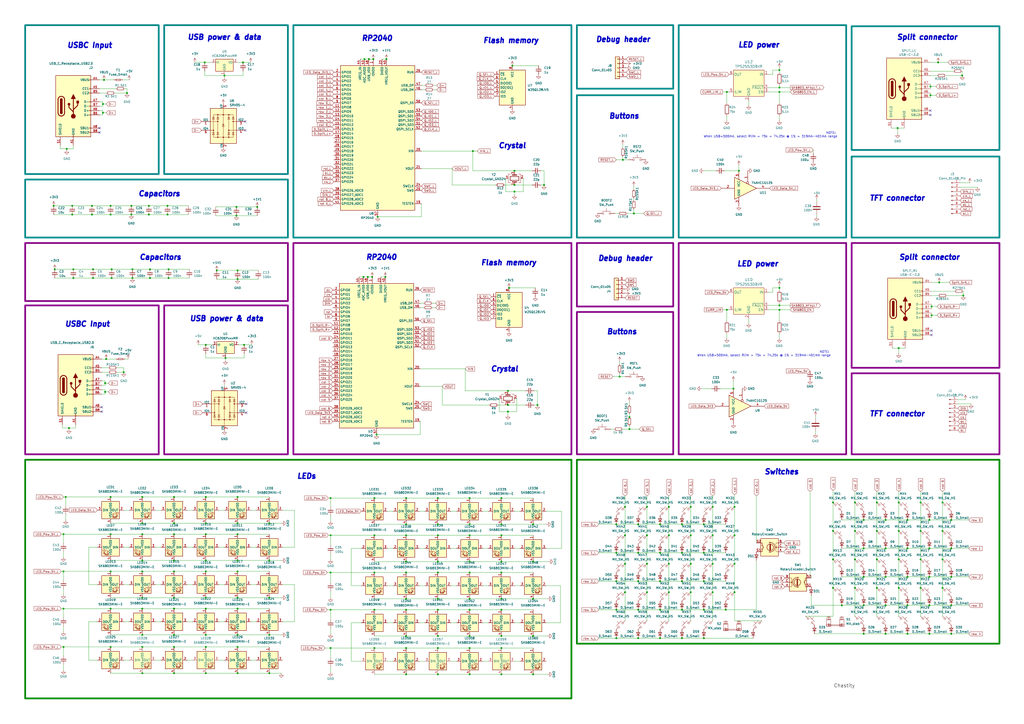
<source format=kicad_sch>
(kicad_sch (version 20230121) (generator eeschema)
  (paper "A2")
  (lib_symbols
    (symbol "74xGxx:74AHC1G125"
      (property "Reference" "U" (at -2.54 3.81 0))
      (property "Value" "74AHC1G125" (at 0 -3.81 0))
      (symbol "74AHC1G125_1_1"
        (pin input inverted (at 0 10.16 270) (length 7.62) (name "~") (number "1"))
        (pin input line (at -15.24 0 0) (length 7.62) (name "~") (number "2"))
        (pin power_in line (at -5.08 -10.16 90) (length 5.08) (name "GND") (number "3"))
        (pin tri_state line (at 12.7 0 180) (length 7.62) (name "~") (number "4"))
        (pin power_in line (at -5.08 10.16 270) (length 5.08) (name "VCC") (number "5"))
      )
    )
    (symbol "Connector:Conn_01x08_Pin" (pin_names (offset 1.016) hide)
      (property "Reference" "J" (at 0 10.16 0))
      (property "Value" "Conn_01x08_Pin" (at 0 -12.7 0))
      (symbol "Conn_01x08_Pin_1_1"
        (pin passive line (at 5.08 7.62 180) (length 3.81) (name "Pin_1") (number "1"))
        (pin passive line (at 5.08 5.08 180) (length 3.81) (name "Pin_2") (number "2"))
        (pin passive line (at 5.08 2.54 180) (length 3.81) (name "Pin_3") (number "3"))
        (pin passive line (at 5.08 0 180) (length 3.81) (name "Pin_4") (number "4"))
        (pin passive line (at 5.08 -2.54 180) (length 3.81) (name "Pin_5") (number "5"))
        (pin passive line (at 5.08 -5.08 180) (length 3.81) (name "Pin_6") (number "6"))
        (pin passive line (at 5.08 -7.62 180) (length 3.81) (name "Pin_7") (number "7"))
        (pin passive line (at 5.08 -10.16 180) (length 3.81) (name "Pin_8") (number "8"))
      )
    )
    (symbol "Connector:USB_C_Receptacle_USB2.0" (pin_names (offset 1.016))
      (property "Reference" "J" (at -10.16 19.05 0))
      (property "Value" "USB_C_Receptacle_USB2.0" (at 19.05 19.05 0))
      (symbol "USB_C_Receptacle_USB2.0_1_1"
        (pin passive line (at 0 -22.86 90) (length 5.08) (name "GND") (number "A1"))
        (pin passive line (at 0 -22.86 90) (length 5.08) hide (name "GND") (number "A12"))
        (pin passive line (at 15.24 15.24 180) (length 5.08) (name "VBUS") (number "A4"))
        (pin bidirectional line (at 15.24 10.16 180) (length 5.08) (name "CC1") (number "A5"))
        (pin bidirectional line (at 15.24 -2.54 180) (length 5.08) (name "D+") (number "A6"))
        (pin bidirectional line (at 15.24 2.54 180) (length 5.08) (name "D-") (number "A7"))
        (pin bidirectional line (at 15.24 -12.7 180) (length 5.08) (name "SBU1") (number "A8"))
        (pin passive line (at 15.24 15.24 180) (length 5.08) hide (name "VBUS") (number "A9"))
        (pin passive line (at 0 -22.86 90) (length 5.08) hide (name "GND") (number "B1"))
        (pin passive line (at 0 -22.86 90) (length 5.08) hide (name "GND") (number "B12"))
        (pin passive line (at 15.24 15.24 180) (length 5.08) hide (name "VBUS") (number "B4"))
        (pin bidirectional line (at 15.24 7.62 180) (length 5.08) (name "CC2") (number "B5"))
        (pin bidirectional line (at 15.24 -5.08 180) (length 5.08) (name "D+") (number "B6"))
        (pin bidirectional line (at 15.24 0 180) (length 5.08) (name "D-") (number "B7"))
        (pin bidirectional line (at 15.24 -15.24 180) (length 5.08) (name "SBU2") (number "B8"))
        (pin passive line (at 15.24 15.24 180) (length 5.08) hide (name "VBUS") (number "B9"))
        (pin passive line (at -7.62 -22.86 90) (length 5.08) (name "SHIELD") (number "S1"))
      )
    )
    (symbol "Connector_Generic:Conn_01x05" (pin_names (offset 1.016) hide)
      (property "Reference" "J" (at 0 7.62 0))
      (property "Value" "Conn_01x05" (at 0 -7.62 0))
      (symbol "Conn_01x05_1_1"
        (pin passive line (at -5.08 5.08 0) (length 3.81) (name "Pin_1") (number "1"))
        (pin passive line (at -5.08 2.54 0) (length 3.81) (name "Pin_2") (number "2"))
        (pin passive line (at -5.08 0 0) (length 3.81) (name "Pin_3") (number "3"))
        (pin passive line (at -5.08 -2.54 0) (length 3.81) (name "Pin_4") (number "4"))
        (pin passive line (at -5.08 -5.08 0) (length 3.81) (name "Pin_5") (number "5"))
      )
    )
    (symbol "Device:C" (pin_numbers hide) (pin_names (offset 0.254))
      (property "Reference" "C" (at 0.635 2.54 0))
      (property "Value" "C" (at 0.635 -2.54 0))
      (symbol "C_1_1"
        (pin passive line (at 0 3.81 270) (length 2.794) (name "~") (number "1"))
        (pin passive line (at 0 -3.81 90) (length 2.794) (name "~") (number "2"))
      )
    )
    (symbol "Device:C_Small" (pin_numbers hide) (pin_names (offset 0.254) hide)
      (property "Reference" "C" (at 0.254 1.778 0))
      (property "Value" "C_Small" (at 0.254 -2.032 0))
      (symbol "C_Small_1_1"
        (pin passive line (at 0 2.54 270) (length 2.032) (name "~") (number "1"))
        (pin passive line (at 0 -2.54 90) (length 2.032) (name "~") (number "2"))
      )
    )
    (symbol "Device:Crystal_GND24" (pin_names (offset 1.016) hide)
      (property "Reference" "Y" (at 3.175 5.08 0))
      (property "Value" "Crystal_GND24" (at 3.175 3.175 0))
      (symbol "Crystal_GND24_1_1"
        (pin passive line (at -3.81 0 0) (length 1.27) (name "1") (number "1"))
        (pin passive line (at 0 5.08 270) (length 1.27) (name "2") (number "2"))
        (pin passive line (at 3.81 0 180) (length 1.27) (name "3") (number "3"))
        (pin passive line (at 0 -5.08 90) (length 1.27) (name "4") (number "4"))
      )
    )
    (symbol "Device:D_Small" (pin_numbers hide) (pin_names (offset 0.254) hide)
      (property "Reference" "D" (at -1.27 2.032 0))
      (property "Value" "D_Small" (at -3.81 -2.032 0))
      (symbol "D_Small_1_1"
        (pin passive line (at -2.54 0 0) (length 1.778) (name "K") (number "1"))
        (pin passive line (at 2.54 0 180) (length 1.778) (name "A") (number "2"))
      )
    )
    (symbol "Device:Fuse_Small" (pin_numbers hide) (pin_names (offset 0.254) hide)
      (property "Reference" "F" (at 0 -1.524 0))
      (property "Value" "Fuse_Small" (at 0 1.524 0))
      (symbol "Fuse_Small_1_1"
        (pin passive line (at -2.54 0 0) (length 1.27) (name "~") (number "1"))
        (pin passive line (at 2.54 0 180) (length 1.27) (name "~") (number "2"))
      )
    )
    (symbol "Device:R" (pin_numbers hide) (pin_names (offset 0))
      (property "Reference" "R" (at 2.032 0 90))
      (property "Value" "R" (at 0 0 90))
      (symbol "R_1_1"
        (pin passive line (at 0 3.81 270) (length 1.27) (name "~") (number "1"))
        (pin passive line (at 0 -3.81 90) (length 1.27) (name "~") (number "2"))
      )
    )
    (symbol "Device:R_Small" (pin_numbers hide) (pin_names (offset 0.254) hide)
      (property "Reference" "R" (at 0.762 0.508 0))
      (property "Value" "R_Small" (at 0.762 -1.016 0))
      (symbol "R_Small_1_1"
        (pin passive line (at 0 2.54 270) (length 0.762) (name "~") (number "1"))
        (pin passive line (at 0 -2.54 90) (length 0.762) (name "~") (number "2"))
      )
    )
    (symbol "Device:RotaryEncoder_Switch" (pin_names (offset 0.254) hide)
      (property "Reference" "SW" (at 0 6.604 0))
      (property "Value" "RotaryEncoder_Switch" (at 0 -6.604 0))
      (symbol "RotaryEncoder_Switch_1_1"
        (pin passive line (at -7.62 2.54 0) (length 2.54) (name "A") (number "A"))
        (pin passive line (at -7.62 -2.54 0) (length 2.54) (name "B") (number "B"))
        (pin passive line (at -7.62 0 0) (length 2.54) (name "C") (number "C"))
        (pin passive line (at 7.62 2.54 180) (length 2.54) (name "S1") (number "S1"))
        (pin passive line (at 7.62 -2.54 180) (length 2.54) (name "S2") (number "S2"))
      )
    )
    (symbol "Ghoul:TPS2553DBVR" (pin_names (offset 0.254))
      (property "Reference" "U1" (at 0 12.3952 0))
      (property "Value" "TPS2553DBVR" (at 0 9.7028 0))
      (symbol "TPS2553DBVR_1_1"
        (pin power_in line (at -11.43 5.08 0) (length 2.54) (name "IN") (number "1"))
        (pin power_in line (at 0 -10.16 90) (length 2.54) (name "GND") (number "2"))
        (pin input line (at -11.43 -5.08 0) (length 2.54) (name "EN") (number "3"))
        (pin open_collector line (at -11.43 -2.54 0) (length 2.54) (name "~{FAULT}") (number "4"))
        (pin input line (at 11.43 -5.08 180) (length 2.54) (name "ILIM") (number "5"))
        (pin power_out line (at 11.43 5.08 180) (length 2.54) (name "OUT") (number "6"))
      )
    )
    (symbol "MCU_RaspberryPi:RP2040"
      (property "Reference" "U" (at 17.78 45.72 0))
      (property "Value" "RP2040" (at 17.78 43.18 0))
      (symbol "RP2040_1_1"
        (pin power_in line (at 2.54 45.72 270) (length 3.81) (name "IOVDD") (number "1"))
        (pin passive line (at 2.54 45.72 270) (length 3.81) hide (name "IOVDD") (number "10"))
        (pin bidirectional line (at 25.4 17.78 180) (length 3.81) (name "GPIO8") (number "11"))
        (pin bidirectional line (at 25.4 15.24 180) (length 3.81) (name "GPIO9") (number "12"))
        (pin bidirectional line (at 25.4 12.7 180) (length 3.81) (name "GPIO10") (number "13"))
        (pin bidirectional line (at 25.4 10.16 180) (length 3.81) (name "GPIO11") (number "14"))
        (pin bidirectional line (at 25.4 7.62 180) (length 3.81) (name "GPIO12") (number "15"))
        (pin bidirectional line (at 25.4 5.08 180) (length 3.81) (name "GPIO13") (number "16"))
        (pin bidirectional line (at 25.4 2.54 180) (length 3.81) (name "GPIO14") (number "17"))
        (pin bidirectional line (at 25.4 0 180) (length 3.81) (name "GPIO15") (number "18"))
        (pin input line (at -25.4 -38.1 0) (length 3.81) (name "TESTEN") (number "19"))
        (pin bidirectional line (at 25.4 38.1 180) (length 3.81) (name "GPIO0") (number "2"))
        (pin input line (at -25.4 -7.62 0) (length 3.81) (name "XIN") (number "20"))
        (pin passive line (at -25.4 -17.78 0) (length 3.81) (name "XOUT") (number "21"))
        (pin passive line (at 2.54 45.72 270) (length 3.81) hide (name "IOVDD") (number "22"))
        (pin power_in line (at -2.54 45.72 270) (length 3.81) (name "DVDD") (number "23"))
        (pin input line (at -25.4 -27.94 0) (length 3.81) (name "SWCLK") (number "24"))
        (pin bidirectional line (at -25.4 -30.48 0) (length 3.81) (name "SWD") (number "25"))
        (pin input line (at -25.4 38.1 0) (length 3.81) (name "RUN") (number "26"))
        (pin bidirectional line (at 25.4 -2.54 180) (length 3.81) (name "GPIO16") (number "27"))
        (pin bidirectional line (at 25.4 -5.08 180) (length 3.81) (name "GPIO17") (number "28"))
        (pin bidirectional line (at 25.4 -7.62 180) (length 3.81) (name "GPIO18") (number "29"))
        (pin bidirectional line (at 25.4 35.56 180) (length 3.81) (name "GPIO1") (number "3"))
        (pin bidirectional line (at 25.4 -10.16 180) (length 3.81) (name "GPIO19") (number "30"))
        (pin bidirectional line (at 25.4 -12.7 180) (length 3.81) (name "GPIO20") (number "31"))
        (pin bidirectional line (at 25.4 -15.24 180) (length 3.81) (name "GPIO21") (number "32"))
        (pin passive line (at 2.54 45.72 270) (length 3.81) hide (name "IOVDD") (number "33"))
        (pin bidirectional line (at 25.4 -17.78 180) (length 3.81) (name "GPIO22") (number "34"))
        (pin bidirectional line (at 25.4 -20.32 180) (length 3.81) (name "GPIO23") (number "35"))
        (pin bidirectional line (at 25.4 -22.86 180) (length 3.81) (name "GPIO24") (number "36"))
        (pin bidirectional line (at 25.4 -25.4 180) (length 3.81) (name "GPIO25") (number "37"))
        (pin bidirectional line (at 25.4 -30.48 180) (length 3.81) (name "GPIO26_ADC0") (number "38"))
        (pin bidirectional line (at 25.4 -33.02 180) (length 3.81) (name "GPIO27_ADC1") (number "39"))
        (pin bidirectional line (at 25.4 33.02 180) (length 3.81) (name "GPIO2") (number "4"))
        (pin bidirectional line (at 25.4 -35.56 180) (length 3.81) (name "GPIO28_ADC2") (number "40"))
        (pin bidirectional line (at 25.4 -38.1 180) (length 3.81) (name "GPIO29_ADC3") (number "41"))
        (pin passive line (at 2.54 45.72 270) (length 3.81) hide (name "IOVDD") (number "42"))
        (pin power_in line (at 7.62 45.72 270) (length 3.81) (name "ADC_AVDD") (number "43"))
        (pin power_in line (at 10.16 45.72 270) (length 3.81) (name "VREG_IN") (number "44"))
        (pin power_out line (at -5.08 45.72 270) (length 3.81) (name "VREG_VOUT") (number "45"))
        (pin bidirectional line (at -25.4 27.94 0) (length 3.81) (name "USB_DM") (number "46"))
        (pin bidirectional line (at -25.4 30.48 0) (length 3.81) (name "USB_DP") (number "47"))
        (pin power_in line (at 5.08 45.72 270) (length 3.81) (name "USB_VDD") (number "48"))
        (pin passive line (at 2.54 45.72 270) (length 3.81) hide (name "IOVDD") (number "49"))
        (pin bidirectional line (at 25.4 30.48 180) (length 3.81) (name "GPIO3") (number "5"))
        (pin passive line (at -2.54 45.72 270) (length 3.81) hide (name "DVDD") (number "50"))
        (pin bidirectional line (at -25.4 7.62 0) (length 3.81) (name "QSPI_SD3") (number "51"))
        (pin output line (at -25.4 5.08 0) (length 3.81) (name "QSPI_SCLK") (number "52"))
        (pin bidirectional line (at -25.4 15.24 0) (length 3.81) (name "QSPI_SD0") (number "53"))
        (pin bidirectional line (at -25.4 10.16 0) (length 3.81) (name "QSPI_SD2") (number "54"))
        (pin bidirectional line (at -25.4 12.7 0) (length 3.81) (name "QSPI_SD1") (number "55"))
        (pin bidirectional line (at -25.4 20.32 0) (length 3.81) (name "QSPI_SS") (number "56"))
        (pin power_in line (at 0 -45.72 90) (length 3.81) (name "GND") (number "57"))
        (pin bidirectional line (at 25.4 27.94 180) (length 3.81) (name "GPIO4") (number "6"))
        (pin bidirectional line (at 25.4 25.4 180) (length 3.81) (name "GPIO5") (number "7"))
        (pin bidirectional line (at 25.4 22.86 180) (length 3.81) (name "GPIO6") (number "8"))
        (pin bidirectional line (at 25.4 20.32 180) (length 3.81) (name "GPIO7") (number "9"))
      )
    )
    (symbol "Memory_Flash:W25Q128JVS"
      (property "Reference" "U" (at -8.89 8.89 0))
      (property "Value" "W25Q128JVS" (at 7.62 8.89 0))
      (symbol "W25Q128JVS_1_1"
        (pin input line (at -10.16 7.62 0) (length 2.54) (name "~{CS}") (number "1"))
        (pin bidirectional line (at -10.16 0 0) (length 2.54) (name "DO(IO1)") (number "2"))
        (pin bidirectional line (at -10.16 -2.54 0) (length 2.54) (name "IO2") (number "3"))
        (pin power_in line (at 0 -12.7 90) (length 2.54) (name "GND") (number "4"))
        (pin bidirectional line (at -10.16 2.54 0) (length 2.54) (name "DI(IO0)") (number "5"))
        (pin input line (at -10.16 5.08 0) (length 2.54) (name "CLK") (number "6"))
        (pin bidirectional line (at -10.16 -5.08 0) (length 2.54) (name "IO3") (number "7"))
        (pin power_in line (at 0 12.7 270) (length 2.54) (name "VCC") (number "8"))
      )
    )
    (symbol "PCM_marbastlib-mx:MX_SK6812MINI-E"
      (property "Reference" "LED" (at 3.175 6.35 0))
      (property "Value" "MX_SK6812MINI-E" (at 10.16 -6.985 0))
      (symbol "MX_SK6812MINI-E_0_0"
        (text "RGB" (at 2.286 -4.191 0) (effects (font (size 0.762 0.762))))
      )
      (symbol "MX_SK6812MINI-E_1_1"
        (pin power_in line (at 0 7.62 270) (length 2.54) (name "VDD") (number "1"))
        (pin output line (at 7.62 0 180) (length 2.54) (name "DOUT") (number "2"))
        (pin input line (at -7.62 0 0) (length 2.54) (name "DIN") (number "3"))
        (pin power_in line (at 0 -7.62 90) (length 2.54) (name "VSS") (number "4"))
      )
    )
    (symbol "PCM_marbastlib-mx:MX_SW_HS" (pin_numbers hide) (pin_names (offset 1.016) hide)
      (property "Reference" "MX" (at 3.048 1.016 0))
      (property "Value" "MX_SW_HS" (at 0 -3.81 0))
      (symbol "MX_SW_HS_0_1"
        (pin passive line (at -2.54 2.54 0) (length 0) (name "1") (number "1"))
        (pin passive line (at 2.54 -2.54 180) (length 0) (name "2") (number "2"))
      )
    )
    (symbol "PCM_marbastlib-mx:MX_stab" (pin_names (offset 1.016))
      (property "Reference" "S" (at -5.08 6.35 0))
      (property "Value" "MX_stab" (at -5.08 3.81 0))
    )
    (symbol "PCM_marbastlib-various:SRV05-4" (pin_names (offset 0))
      (property "Reference" "U" (at -5.08 11.43 0))
      (property "Value" "SRV05-4" (at 2.54 11.43 0))
      (symbol "SRV05-4_1_1"
        (pin passive line (at -12.7 2.54 0) (length 5.08) (name "IO1") (number "1"))
        (pin passive line (at 0 -12.7 90) (length 2.54) (name "VN") (number "2"))
        (pin passive line (at 12.7 2.54 180) (length 5.08) (name "IO2") (number "3"))
        (pin passive line (at 12.7 -2.54 180) (length 5.08) (name "IO3") (number "4"))
        (pin passive line (at 0 12.7 270) (length 2.54) (name "VP") (number "5"))
        (pin passive line (at -12.7 -2.54 0) (length 5.08) (name "IO4") (number "6"))
      )
    )
    (symbol "Regulator_Linear:XC6206PxxxMR" (pin_names (offset 0.254))
      (property "Reference" "U" (at -3.81 3.175 0))
      (property "Value" "XC6206PxxxMR" (at 0 3.175 0))
      (symbol "XC6206PxxxMR_1_1"
        (pin power_in line (at 0 -7.62 90) (length 2.54) (name "GND") (number "1"))
        (pin power_out line (at 7.62 0 180) (length 2.54) (name "VO") (number "2"))
        (pin power_in line (at -7.62 0 0) (length 2.54) (name "VI") (number "3"))
      )
    )
    (symbol "Switch:SW_Push" (pin_numbers hide) (pin_names (offset 1.016) hide)
      (property "Reference" "SW" (at 1.27 2.54 0))
      (property "Value" "SW_Push" (at 0 -1.524 0))
      (symbol "SW_Push_0_1"
        (pin passive line (at -5.08 0 0) (length 2.54) (name "1") (number "1"))
        (pin passive line (at 5.08 0 180) (length 2.54) (name "2") (number "2"))
      )
    )
    (symbol "power:+1V1" (power) (pin_names (offset 0))
      (property "Value" "+1V1" (at 0 3.556 0))
      (symbol "+1V1_1_1"
        (pin power_in line (at 0 0 90) (length 0) hide (name "+1V1") (number "1"))
      )
    )
    (symbol "power:+3V3" (power) (pin_names (offset 0))
      (property "Value" "+3V3" (at 0 3.556 0))
      (symbol "+3V3_1_1"
        (pin power_in line (at 0 0 90) (length 0) hide (name "+3V3") (number "1"))
      )
    )
    (symbol "power:+5V" (power) (pin_names (offset 0))
      (property "Value" "+5V" (at 0 3.556 0))
      (symbol "+5V_1_1"
        (pin power_in line (at 0 0 90) (length 0) hide (name "+5V") (number "1"))
      )
    )
    (symbol "power:GND" (power) (pin_names (offset 0))
      (property "Value" "GND" (at 0 -3.81 0))
      (symbol "GND_1_1"
        (pin power_in line (at 0 0 270) (length 0) hide (name "GND") (number "1"))
      )
    )
    (symbol "power:VBUS" (power) (pin_names (offset 0))
      (property "Value" "VBUS" (at 0 3.81 0))
      (symbol "VBUS_1_1"
        (pin power_in line (at 0 0 90) (length 0) hide (name "VBUS") (number "1"))
      )
    )
  )
  (junction (at 156.21 325.12))
  (junction (at 382.905 304.165))
  (junction (at 387.985 310.515))
  (junction (at 452.12 40.64))
  (junction (at 382.905 337.185))
  (junction (at 357.505 320.675))
  (junction (at 156.21 346.71))
  (junction (at 290.83 353.695))
  (junction (at 59.69 60.325))
  (junction (at 426.085 310.515))
  (junction (at 413.385 310.515))
  (junction (at 452.12 179.705))
  (junction (at 546.735 324.485))
  (junction (at 508.635 291.465))
  (junction (at 82.55 331.47))
  (junction (at 235.585 310.515))
  (junction (at 400.685 310.515))
  (junction (at 357.505 304.165))
  (junction (at 395.605 337.185))
  (junction (at 501.015 318.135))
  (junction (at 36.83 309.88))
  (junction (at 191.77 353.695))
  (junction (at 137.795 368.3))
  (junction (at 298.45 111.125))
  (junction (at 100.965 331.47))
  (junction (at 38.1 288.29))
  (junction (at 272.415 368.935))
  (junction (at 558.8 171.45))
  (junction (at 82.55 288.29))
  (junction (at 483.235 324.485))
  (junction (at 217.17 288.925))
  (junction (at 82.55 368.3))
  (junction (at 309.245 304.165))
  (junction (at 413.385 327.025))
  (junction (at 311.785 234.95))
  (junction (at 100.965 375.285))
  (junction (at 119.38 325.12))
  (junction (at 64.135 124.46))
  (junction (at 235.585 325.755))
  (junction (at 64.135 353.06))
  (junction (at 375.285 343.535))
  (junction (at 526.415 334.645))
  (junction (at 53.975 156.21))
  (junction (at 235.585 347.345))
  (junction (at 130.81 207.645))
  (junction (at 315.595 107.315))
  (junction (at 395.605 304.165))
  (junction (at 137.795 309.88))
  (junction (at 544.195 36.195))
  (junction (at 71.755 215.9))
  (junction (at 452.12 53.34))
  (junction (at 31.75 156.21))
  (junction (at 483.235 291.465))
  (junction (at 100.965 353.06))
  (junction (at 97.79 161.29))
  (junction (at 272.415 353.695))
  (junction (at 290.83 332.105))
  (junction (at 82.55 375.285))
  (junction (at 382.905 370.205))
  (junction (at 495.935 324.485))
  (junction (at 130.175 43.815))
  (junction (at 254 310.515))
  (junction (at 254 368.935))
  (junction (at 387.985 294.005))
  (junction (at 76.2 119.38))
  (junction (at 119.38 375.285))
  (junction (at 38.735 86.36))
  (junction (at 235.585 368.935))
  (junction (at 361.315 92.71))
  (junction (at 53.34 119.38))
  (junction (at 118.745 36.195))
  (junction (at 395.605 320.675))
  (junction (at 137.795 375.285))
  (junction (at 213.995 34.29))
  (junction (at 294.64 226.695))
  (junction (at 501.015 334.645))
  (junction (at 539.115 318.135))
  (junction (at 357.505 337.185))
  (junction (at 297.18 38.1))
  (junction (at 540.385 182.88))
  (junction (at 375.285 294.005))
  (junction (at 254 391.16))
  (junction (at 551.815 351.155))
  (junction (at 290.83 391.16))
  (junction (at 235.585 375.92))
  (junction (at 272.415 391.16))
  (junction (at 60.96 222.25))
  (junction (at 36.83 331.47))
  (junction (at 370.205 370.205))
  (junction (at 452.12 167.005))
  (junction (at 61.595 208.28))
  (junction (at 272.415 325.755))
  (junction (at 309.245 347.345))
  (junction (at 191.77 332.105))
  (junction (at 140.97 36.195))
  (junction (at 82.55 309.88))
  (junction (at 191.77 288.925))
  (junction (at 64.135 309.88))
  (junction (at 290.83 368.935))
  (junction (at 86.36 119.38))
  (junction (at 125.73 156.845))
  (junction (at 387.985 343.535))
  (junction (at 370.205 337.185))
  (junction (at 513.715 367.665))
  (junction (at 272.415 332.105))
  (junction (at 137.795 331.47))
  (junction (at 421.64 179.705))
  (junction (at 526.415 367.665))
  (junction (at 86.995 161.29))
  (junction (at 413.385 294.005))
  (junction (at 375.285 310.515))
  (junction (at 137.795 390.525))
  (junction (at 513.715 301.625))
  (junction (at 82.55 303.53))
  (junction (at 526.415 318.135))
  (junction (at 82.55 346.71))
  (junction (at 119.38 390.525))
  (junction (at 235.585 353.695))
  (junction (at 551.815 318.135))
  (junction (at 534.035 324.485))
  (junction (at 119.38 303.53))
  (junction (at 290.83 288.925))
  (junction (at 359.41 218.44))
  (junction (at 370.205 304.165))
  (junction (at 76.835 156.21))
  (junction (at 508.635 307.975))
  (junction (at 521.335 307.975))
  (junction (at 551.815 301.625))
  (junction (at 387.985 327.025))
  (junction (at 137.795 346.71))
  (junction (at 64.135 331.47))
  (junction (at 76.2 124.46))
  (junction (at 119.38 309.88))
  (junction (at 408.305 353.695))
  (junction (at 551.815 334.645))
  (junction (at 119.38 331.47))
  (junction (at 272.415 347.345))
  (junction (at 508.635 340.995))
  (junction (at 217.17 353.695))
  (junction (at 137.16 125.095))
  (junction (at 526.415 301.625))
  (junction (at 64.135 119.38))
  (junction (at 452.12 177.165))
  (junction (at 357.505 370.205))
  (junction (at 137.795 325.12))
  (junction (at 59.69 65.405))
  (junction (at 534.035 340.995))
  (junction (at 400.685 343.535))
  (junction (at 36.83 375.285))
  (junction (at 191.77 310.515))
  (junction (at 119.38 353.06))
  (junction (at 551.815 367.665))
  (junction (at 294.64 234.95))
  (junction (at 309.245 368.935))
  (junction (at 521.335 291.465))
  (junction (at 64.135 375.285))
  (junction (at 298.45 107.315))
  (junction (at 272.415 375.92))
  (junction (at 40.005 248.285))
  (junction (at 539.115 334.645))
  (junction (at 36.83 353.06))
  (junction (at 254 353.695))
  (junction (at 421.005 353.695))
  (junction (at 290.83 375.92))
  (junction (at 421.64 53.34))
  (junction (at 362.585 327.025))
  (junction (at 382.905 320.675))
  (junction (at 97.79 156.21))
  (junction (at 400.685 327.025))
  (junction (at 539.75 50.165))
  (junction (at 426.085 343.535))
  (junction (at 408.305 337.185))
  (junction (at 60.325 46.355))
  (junction (at 82.55 353.06))
  (junction (at 521.335 340.995))
  (junction (at 60.96 227.33))
  (junction (at 137.795 161.925))
  (junction (at 97.155 119.38))
  (junction (at 546.735 291.465))
  (junction (at 100.965 309.88))
  (junction (at 501.015 301.625))
  (junction (at 495.935 307.975))
  (junction (at 425.45 225.425))
  (junction (at 546.735 340.995))
  (junction (at 210.82 160.655))
  (junction (at 235.585 391.16))
  (junction (at 544.83 163.83))
  (junction (at 217.17 332.105))
  (junction (at 97.155 124.46))
  (junction (at 290.83 310.515))
  (junction (at 64.135 288.29))
  (junction (at 64.77 156.21))
  (junction (at 534.035 307.975))
  (junction (at 501.015 367.665))
  (junction (at 119.38 346.71))
  (junction (at 357.505 353.695))
  (junction (at 558.165 43.815))
  (junction (at 365.125 248.92))
  (junction (at 513.715 334.645))
  (junction (at 539.115 351.155))
  (junction (at 235.585 332.105))
  (junction (at 295.275 167.005))
  (junction (at 370.205 353.695))
  (junction (at 100.965 288.29))
  (junction (at 41.91 119.38))
  (junction (at 215.9 160.655))
  (junction (at 137.795 353.06))
  (junction (at 521.335 324.485))
  (junction (at 495.935 291.465))
  (junction (at 254 325.755))
  (junction (at 137.16 120.015))
  (junction (at 367.665 123.825))
  (junction (at 137.795 303.53))
  (junction (at 272.415 304.165))
  (junction (at 223.52 160.655))
  (junction (at 298.45 99.06))
  (junction (at 213.36 160.655))
  (junction (at 254 375.92))
  (junction (at 488.315 351.155))
  (junction (at 395.605 370.205))
  (junction (at 41.91 124.46))
  (junction (at 53.34 124.46))
  (junction (at 309.245 391.16))
  (junction (at 546.735 307.975))
  (junction (at 426.085 327.025))
  (junction (at 513.715 351.155))
  (junction (at 53.975 161.29))
  (junction (at 408.305 370.205))
  (junction (at 540.385 177.8))
  (junction (at 294.64 238.76))
  (junction (at 290.83 325.755))
  (junction (at 513.715 318.135))
  (junction (at 119.38 288.29))
  (junction (at 217.17 375.92))
  (junction (at 219.075 125.73))
  (junction (at 73.66 53.975))
  (junction (at 254 304.165))
  (junction (at 156.21 390.525))
  (junction (at 400.685 294.005))
  (junction (at 254 332.105))
  (junction (at 235.585 288.925))
  (junction (at 119.38 200.025))
  (junction (at 426.085 294.005))
  (junction (at 100.965 346.71))
  (junction (at 86.36 124.46))
  (junction (at 483.235 307.975))
  (junction (at 86.995 156.21))
  (junction (at 191.77 375.92))
  (junction (at 274.32 87.63))
  (junction (at 290.83 347.345))
  (junction (at 141.605 200.025))
  (junction (at 156.21 368.3))
  (junction (at 216.535 34.29))
  (junction (at 428.625 99.06))
  (junction (at 211.455 34.29))
  (junction (at 526.415 351.155))
  (junction (at 64.77 161.29))
  (junction (at 290.83 304.165))
  (junction (at 520.7 74.295))
  (junction (at 100.965 368.3))
  (junction (at 501.015 351.155))
  (junction (at 119.38 368.3))
  (junction (at 365.125 241.935))
  (junction (at 382.905 353.695))
  (junction (at 42.545 156.21))
  (junction (at 413.385 343.535))
  (junction (at 534.035 291.465))
  (junction (at 149.225 120.015))
  (junction (at 100.965 325.12))
  (junction (at 137.795 156.845))
  (junction (at 235.585 304.165))
  (junction (at 224.155 34.29))
  (junction (at 483.235 340.995))
  (junction (at 100.965 390.525))
  (junction (at 508.635 324.485))
  (junction (at 452.12 50.8))
  (junction (at 100.965 303.53))
  (junction (at 395.605 353.695))
  (junction (at 272.415 310.515))
  (junction (at 539.115 301.625))
  (junction (at 408.305 320.675))
  (junction (at 521.335 201.93))
  (junction (at 375.285 327.025))
  (junction (at 254 347.345))
  (junction (at 76.835 161.29))
  (junction (at 82.55 325.12))
  (junction (at 217.17 310.515))
  (junction (at 539.75 55.245))
  (junction (at 495.935 340.995))
  (junction (at 370.205 320.675))
  (junction (at 362.585 310.515))
  (junction (at 42.545 161.29))
  (junction (at 137.795 288.29))
  (junction (at 31.115 119.38))
  (junction (at 309.245 325.755))
  (junction (at 254 288.925))
  (junction (at 408.305 304.165))
  (junction (at 156.21 303.53))
  (junction (at 362.585 294.005))
  (junction (at 82.55 390.525))
  (junction (at 539.115 367.665))
  (junction (at 362.585 343.535))
  (junction (at 272.415 288.925))
  (junction (at 218.44 252.095))
  (no_connect (at 57.785 76.835))
  (no_connect (at 142.24 70.485))
  (no_connect (at 142.875 239.395))
  (no_connect (at 540.385 194.31))
  (no_connect (at 539.75 66.675))
  (no_connect (at 539.75 64.135))
  (no_connect (at 59.055 238.76))
  (no_connect (at 142.24 75.565))
  (no_connect (at 142.875 234.315))
  (no_connect (at 59.055 236.22))
  (no_connect (at 540.385 191.77))
  (no_connect (at 57.785 74.295))
  (wire (pts (xy 137.795 368.3) (xy 156.21 368.3)))
  (wire (pts (xy 137.795 36.195) (xy 140.97 36.195)))
  (wire (pts (xy 31.115 124.46) (xy 41.91 124.46)))
  (wire (pts (xy 473.075 242.57) (xy 473.075 241.3)))
  (wire (pts (xy 244.475 87.63) (xy 274.32 87.63)))
  (wire (pts (xy 59.055 215.9) (xy 62.865 215.9)))
  (wire (pts (xy 513.715 301.625) (xy 526.415 301.625)))
  (wire (pts (xy 235.585 288.925) (xy 254 288.925)))
  (wire (pts (xy 252.73 178.435) (xy 250.825 178.435)))
  (wire (pts (xy 317.5 368.935) (xy 309.245 368.935)))
  (wire (pts (xy 526.415 334.645) (xy 539.115 334.645)))
  (wire (pts (xy 36.83 331.47) (xy 64.135 331.47)))
  (wire (pts (xy 426.085 327.025) (xy 426.085 343.535)))
  (wire (pts (xy 97.79 156.21) (xy 109.855 156.21)))
  (wire (pts (xy 298.45 339.725) (xy 301.625 339.725)))
  (wire (pts (xy 246.38 52.07) (xy 244.475 52.07)))
  (wire (pts (xy 365.125 241.935) (xy 365.125 242.57)))
  (wire (pts (xy 438.785 325.12) (xy 438.785 353.695)))
  (wire (pts (xy 73.66 51.435) (xy 73.66 53.975)))
  (wire (pts (xy 357.505 353.695) (xy 347.345 353.695)))
  (wire (pts (xy 298.45 361.315) (xy 301.625 361.315)))
  (wire (pts (xy 111.76 339.09) (xy 108.585 339.09)))
  (wire (pts (xy 254 391.16) (xy 235.585 391.16)))
  (wire (pts (xy 558.165 43.815) (xy 558.165 41.275)))
  (wire (pts (xy 31.75 161.29) (xy 42.545 161.29)))
  (wire (pts (xy 36.83 309.88) (xy 64.135 309.88)))
  (wire (pts (xy 191.77 332.105) (xy 217.17 332.105)))
  (wire (pts (xy 137.795 156.845) (xy 149.86 156.845)))
  (wire (pts (xy 156.21 346.71) (xy 163.195 346.71)))
  (wire (pts (xy 60.96 220.98) (xy 60.96 222.25)))
  (wire (pts (xy 452.12 50.8) (xy 445.77 50.8)))
  (wire (pts (xy 36.83 320.04) (xy 36.83 323.215)))
  (wire (pts (xy 264.795 296.545) (xy 261.62 296.545)))
  (wire (pts (xy 170.815 360.68) (xy 163.83 360.68)))
  (wire (pts (xy 119.38 205.105) (xy 119.38 207.645)))
  (wire (pts (xy 243.205 361.315) (xy 246.38 361.315)))
  (wire (pts (xy 43.815 248.285) (xy 43.815 246.38)))
  (wire (pts (xy 534.035 340.995) (xy 534.035 357.505)))
  (wire (pts (xy 436.88 370.205) (xy 408.305 370.205)))
  (wire (pts (xy 163.195 325.12) (xy 156.21 325.12)))
  (wire (pts (xy 408.305 370.205) (xy 395.605 370.205)))
  (wire (pts (xy 213.36 160.655) (xy 210.82 160.655)))
  (wire (pts (xy 280.035 339.725) (xy 283.21 339.725)))
  (wire (pts (xy 549.91 36.195) (xy 544.195 36.195)))
  (wire (pts (xy 141.605 200.025) (xy 146.05 200.025)))
  (wire (pts (xy 563.245 234.315) (xy 555.625 234.315)))
  (wire (pts (xy 280.035 318.135) (xy 283.21 318.135)))
  (wire (pts (xy 421.64 179.705) (xy 419.1 179.705)))
  (wire (pts (xy 224.79 383.54) (xy 227.965 383.54)))
  (wire (pts (xy 400.685 287.655) (xy 400.685 294.005)))
  (wire (pts (xy 298.45 113.03) (xy 298.45 111.125)))
  (wire (pts (xy 294.64 240.665) (xy 294.64 238.76)))
  (wire (pts (xy 35.56 353.06) (xy 36.83 353.06)))
  (wire (pts (xy 217.17 332.105) (xy 235.585 332.105)))
  (wire (pts (xy 298.45 318.135) (xy 301.625 318.135)))
  (wire (pts (xy 421.005 353.695) (xy 408.305 353.695)))
  (wire (pts (xy 245.745 178.435) (xy 243.84 178.435)))
  (wire (pts (xy 67.945 215.9) (xy 71.755 215.9)))
  (wire (pts (xy 508.635 291.465) (xy 508.635 307.975)))
  (wire (pts (xy 375.285 343.535) (xy 375.285 360.045)))
  (wire (pts (xy 119.38 288.29) (xy 137.795 288.29)))
  (wire (pts (xy 36.83 353.06) (xy 64.135 353.06)))
  (wire (pts (xy 408.305 304.165) (xy 395.605 304.165)))
  (wire (pts (xy 495.935 291.465) (xy 495.935 307.975)))
  (wire (pts (xy 458.47 179.705) (xy 452.12 179.705)))
  (wire (pts (xy 59.69 65.405) (xy 59.69 66.675)))
  (wire (pts (xy 309.88 226.695) (xy 311.785 226.695)))
  (wire (pts (xy 375.285 294.005) (xy 375.285 310.515)))
  (wire (pts (xy 357.505 304.165) (xy 347.345 304.165)))
  (wire (pts (xy 170.815 295.91) (xy 163.83 295.91)))
  (wire (pts (xy 542.925 50.165) (xy 539.75 50.165)))
  (wire (pts (xy 82.55 368.3) (xy 100.965 368.3)))
  (wire (pts (xy 421.64 67.31) (xy 421.64 69.85)))
  (wire (pts (xy 100.965 309.88) (xy 119.38 309.88)))
  (wire (pts (xy 191.77 288.925) (xy 191.77 294.005)))
  (wire (pts (xy 140.97 36.195) (xy 145.415 36.195)))
  (wire (pts (xy 217.17 310.515) (xy 235.585 310.515)))
  (wire (pts (xy 59.055 223.52) (xy 60.96 223.52)))
  (wire (pts (xy 301.625 296.545) (xy 298.45 296.545)))
  (wire (pts (xy 357.505 320.675) (xy 347.345 320.675)))
  (wire (pts (xy 317.5 391.16) (xy 309.245 391.16)))
  (wire (pts (xy 375.285 310.515) (xy 375.285 327.025)))
  (wire (pts (xy 64.77 161.29) (xy 76.835 161.29)))
  (wire (pts (xy 309.245 347.345) (xy 290.83 347.345)))
  (wire (pts (xy 82.55 303.53) (xy 100.965 303.53)))
  (wire (pts (xy 290.83 288.925) (xy 309.245 288.925)))
  (wire (pts (xy 526.415 318.135) (xy 539.115 318.135)))
  (wire (pts (xy 86.995 161.29) (xy 97.79 161.29)))
  (wire (pts (xy 542.925 55.245) (xy 539.75 55.245)))
  (wire (pts (xy 189.865 332.105) (xy 191.77 332.105)))
  (wire (pts (xy 272.415 375.92) (xy 290.83 375.92)))
  (wire (pts (xy 272.415 353.695) (xy 290.83 353.695)))
  (wire (pts (xy 309.245 391.16) (xy 290.83 391.16)))
  (wire (pts (xy 213.995 34.29) (xy 211.455 34.29)))
  (wire (pts (xy 82.55 331.47) (xy 100.965 331.47)))
  (wire (pts (xy 387.985 327.025) (xy 387.985 343.535)))
  (wire (pts (xy 191.77 375.92) (xy 191.77 381.635)))
  (wire (pts (xy 495.935 340.995) (xy 495.935 357.505)))
  (wire (pts (xy 290.83 347.345) (xy 272.415 347.345)))
  (wire (pts (xy 550.545 163.83) (xy 544.83 163.83)))
  (wire (pts (xy 57.785 59.055) (xy 59.69 59.055)))
  (wire (pts (xy 130.81 208.915) (xy 130.81 207.645)))
  (wire (pts (xy 137.16 125.095) (xy 125.095 125.095)))
  (wire (pts (xy 71.755 317.5) (xy 74.93 317.5)))
  (wire (pts (xy 243.205 339.725) (xy 246.38 339.725)))
  (wire (pts (xy 452.12 40.64) (xy 448.31 40.64)))
  (wire (pts (xy 62.865 213.36) (xy 59.055 213.36)))
  (wire (pts (xy 36.195 248.285) (xy 40.005 248.285)))
  (wire (pts (xy 64.135 119.38) (xy 76.2 119.38)))
  (wire (pts (xy 280.035 383.54) (xy 283.21 383.54)))
  (wire (pts (xy 361.315 248.92) (xy 365.125 248.92)))
  (wire (pts (xy 64.77 156.21) (xy 76.835 156.21)))
  (wire (pts (xy 191.77 332.105) (xy 191.77 337.82)))
  (wire (pts (xy 130.175 45.085) (xy 130.175 43.815)))
  (wire (pts (xy 483.235 307.975) (xy 483.235 324.485)))
  (wire (pts (xy 526.415 301.625) (xy 539.115 301.625)))
  (wire (pts (xy 539.115 301.625) (xy 551.815 301.625)))
  (wire (pts (xy 59.69 64.135) (xy 59.69 65.405)))
  (wire (pts (xy 217.17 288.925) (xy 235.585 288.925)))
  (wire (pts (xy 359.41 216.535) (xy 359.41 218.44)))
  (wire (pts (xy 227.965 296.545) (xy 224.79 296.545)))
  (wire (pts (xy 417.83 225.425) (xy 425.45 225.425)))
  (wire (pts (xy 57.785 66.675) (xy 59.69 66.675)))
  (wire (pts (xy 448.31 169.545) (xy 445.77 169.545)))
  (wire (pts (xy 137.795 288.29) (xy 156.21 288.29)))
  (wire (pts (xy 434.34 58.42) (xy 434.34 60.96)))
  (wire (pts (xy 370.205 370.205) (xy 357.505 370.205)))
  (wire (pts (xy 276.86 87.63) (xy 274.32 87.63)))
  (wire (pts (xy 382.905 337.185) (xy 370.205 337.185)))
  (wire (pts (xy 454.025 317.5) (xy 454.66 317.5)))
  (wire (pts (xy 551.815 351.155) (xy 561.975 351.155)))
  (wire (pts (xy 86.36 124.46) (xy 97.155 124.46)))
  (wire (pts (xy 36.83 363.22) (xy 36.83 366.395)))
  (wire (pts (xy 223.52 160.655) (xy 220.98 160.655)))
  (wire (pts (xy 544.83 163.83) (xy 540.385 163.83)))
  (wire (pts (xy 539.75 53.975) (xy 539.75 55.245)))
  (wire (pts (xy 137.795 309.88) (xy 156.21 309.88)))
  (wire (pts (xy 395.605 353.695) (xy 382.905 353.695)))
  (wire (pts (xy 130.175 295.91) (xy 127 295.91)))
  (wire (pts (xy 86.36 119.38) (xy 97.155 119.38)))
  (wire (pts (xy 31.75 156.21) (xy 42.545 156.21)))
  (wire (pts (xy 298.45 99.06) (xy 298.45 99.695)))
  (wire (pts (xy 526.415 367.665) (xy 539.115 367.665)))
  (wire (pts (xy 64.135 303.53) (xy 82.55 303.53)))
  (wire (pts (xy 534.035 307.975) (xy 534.035 324.485)))
  (wire (pts (xy 163.195 368.3) (xy 156.21 368.3)))
  (wire (pts (xy 540.385 177.8) (xy 540.385 179.07)))
  (wire (pts (xy 217.17 375.92) (xy 191.77 375.92)))
  (wire (pts (xy 57.785 51.435) (xy 67.31 51.435)))
  (wire (pts (xy 472.44 367.665) (xy 501.015 367.665)))
  (wire (pts (xy 40.005 248.92) (xy 40.005 248.285)))
  (wire (pts (xy 100.965 390.525) (xy 119.38 390.525)))
  (wire (pts (xy 62.865 227.33) (xy 60.96 227.33)))
  (wire (pts (xy 543.56 177.8) (xy 540.385 177.8)))
  (wire (pts (xy 521.335 291.465) (xy 521.335 307.975)))
  (wire (pts (xy 400.685 294.005) (xy 400.685 310.515)))
  (wire (pts (xy 36.83 353.06) (xy 36.83 358.14)))
  (wire (pts (xy 540.385 182.88) (xy 540.385 184.15)))
  (wire (pts (xy 560.07 231.775) (xy 555.625 231.775)))
  (wire (pts (xy 452.12 39.37) (xy 452.12 40.64)))
  (wire (pts (xy 36.195 246.38) (xy 36.195 248.285)))
  (wire (pts (xy 546.735 307.975) (xy 546.735 324.485)))
  (wire (pts (xy 119.38 207.645) (xy 130.81 207.645)))
  (wire (pts (xy 61.595 60.325) (xy 59.69 60.325)))
  (wire (pts (xy 407.035 225.425) (xy 412.75 225.425)))
  (wire (pts (xy 59.69 60.325) (xy 59.69 61.595)))
  (wire (pts (xy 140.97 41.275) (xy 140.97 43.815)))
  (wire (pts (xy 64.135 390.525) (xy 82.55 390.525)))
  (wire (pts (xy 216.535 34.29) (xy 213.995 34.29)))
  (wire (pts (xy 483.235 284.48) (xy 483.235 291.465)))
  (wire (pts (xy 64.135 346.71) (xy 82.55 346.71)))
  (wire (pts (xy 473.71 125.73) (xy 473.71 124.46)))
  (wire (pts (xy 365.125 240.03) (xy 365.125 241.935)))
  (wire (pts (xy 452.12 53.34) (xy 445.77 53.34)))
  (wire (pts (xy 235.585 332.105) (xy 254 332.105)))
  (wire (pts (xy 544.195 36.195) (xy 539.75 36.195)))
  (wire (pts (xy 256.54 234.95) (xy 283.845 234.95)))
  (wire (pts (xy 539.115 334.645) (xy 551.815 334.645)))
  (wire (pts (xy 51.435 339.09) (xy 51.435 317.5)))
  (wire (pts (xy 217.17 375.92) (xy 235.585 375.92)))
  (wire (pts (xy 40.005 248.285) (xy 43.815 248.285)))
  (wire (pts (xy 60.96 227.33) (xy 60.96 228.6)))
  (wire (pts (xy 400.685 343.535) (xy 400.685 360.045)))
  (wire (pts (xy 137.795 161.925) (xy 149.86 161.925)))
  (wire (pts (xy 243.84 252.095) (xy 218.44 252.095)))
  (wire (pts (xy 534.035 291.465) (xy 534.035 307.975)))
  (wire (pts (xy 488.315 334.645) (xy 501.015 334.645)))
  (wire (pts (xy 458.47 177.165) (xy 452.12 177.165)))
  (wire (pts (xy 111.76 295.91) (xy 108.585 295.91)))
  (wire (pts (xy 191.77 288.925) (xy 217.17 288.925)))
  (wire (pts (xy 64.135 331.47) (xy 82.55 331.47)))
  (wire (pts (xy 370.205 337.185) (xy 357.505 337.185)))
  (wire (pts (xy 191.77 342.9) (xy 191.77 346.71)))
  (wire (pts (xy 235.585 304.165) (xy 217.17 304.165)))
  (wire (pts (xy 549.275 171.45) (xy 558.8 171.45)))
  (wire (pts (xy 362.585 294.005) (xy 362.585 310.515)))
  (wire (pts (xy 148.59 295.91) (xy 145.415 295.91)))
  (wire (pts (xy 434.34 184.785) (xy 434.34 187.325)))
  (wire (pts (xy 38.735 86.36) (xy 42.545 86.36)))
  (wire (pts (xy 60.325 46.355) (xy 66.04 46.355)))
  (wire (pts (xy 61.595 65.405) (xy 59.69 65.405)))
  (wire (pts (xy 551.815 334.645) (xy 561.975 334.645)))
  (wire (pts (xy 520.7 74.295) (xy 516.89 74.295)))
  (wire (pts (xy 295.275 167.005) (xy 310.515 167.005)))
  (wire (pts (xy 59.69 59.055) (xy 59.69 60.325)))
  (wire (pts (xy 361.315 83.82) (xy 361.315 85.725)))
  (wire (pts (xy 64.135 124.46) (xy 76.2 124.46)))
  (wire (pts (xy 211.455 34.29) (xy 208.915 34.29)))
  (wire (pts (xy 191.77 353.695) (xy 189.865 353.695)))
  (wire (pts (xy 137.795 390.525) (xy 156.21 390.525)))
  (wire (pts (xy 546.735 285.115) (xy 546.735 291.465)))
  (wire (pts (xy 448.31 40.64) (xy 448.31 43.18)))
  (wire (pts (xy 525.145 201.93) (xy 521.335 201.93)))
  (wire (pts (xy 130.175 222.885) (xy 130.175 224.155)))
  (wire (pts (xy 325.755 296.545) (xy 325.755 318.135)))
  (wire (pts (xy 408.305 320.675) (xy 395.605 320.675)))
  (wire (pts (xy 245.745 175.895) (xy 243.84 175.895)))
  (wire (pts (xy 71.755 213.36) (xy 71.755 215.9)))
  (wire (pts (xy 224.79 339.725) (xy 227.965 339.725)))
  (wire (pts (xy 51.435 360.68) (xy 56.515 360.68)))
  (wire (pts (xy 534.035 324.485) (xy 534.035 340.995)))
  (wire (pts (xy 452.12 67.31) (xy 452.12 69.85)))
  (wire (pts (xy 303.53 111.125) (xy 303.53 103.505)))
  (wire (pts (xy 540.385 168.91) (xy 553.72 168.91)))
  (wire (pts (xy 35.56 309.88) (xy 36.83 309.88)))
  (wire (pts (xy 235.585 368.935) (xy 217.17 368.935)))
  (wire (pts (xy 163.195 303.53) (xy 156.21 303.53)))
  (wire (pts (xy 254 353.695) (xy 272.415 353.695)))
  (wire (pts (xy 170.815 339.09) (xy 163.83 339.09)))
  (wire (pts (xy 357.505 370.205) (xy 347.345 370.205)))
  (wire (pts (xy 452.12 168.275) (xy 452.12 167.005)))
  (wire (pts (xy 217.17 353.695) (xy 191.77 353.695)))
  (wire (pts (xy 452.12 167.005) (xy 448.31 167.005)))
  (wire (pts (xy 190.5 310.515) (xy 191.77 310.515)))
  (wire (pts (xy 57.785 46.355) (xy 60.325 46.355)))
  (wire (pts (xy 362.585 287.655) (xy 362.585 294.005)))
  (wire (pts (xy 57.785 64.135) (xy 59.69 64.135)))
  (wire (pts (xy 235.585 391.16) (xy 217.17 391.16)))
  (wire (pts (xy 452.12 179.705) (xy 445.77 179.705)))
  (wire (pts (xy 294.64 238.76) (xy 299.72 238.76)))
  (wire (pts (xy 108.585 317.5) (xy 111.76 317.5)))
  (wire (pts (xy 74.93 339.09) (xy 71.755 339.09)))
  (wire (pts (xy 51.435 382.905) (xy 51.435 360.68)))
  (wire (pts (xy 66.675 53.975) (xy 73.66 53.975)))
  (wire (pts (xy 42.545 86.36) (xy 42.545 84.455)))
  (wire (pts (xy 294.64 226.695) (xy 294.64 227.33)))
  (wire (pts (xy 224.79 318.135) (xy 227.965 318.135)))
  (wire (pts (xy 452.12 49.53) (xy 452.12 50.8)))
  (wire (pts (xy 190.5 288.925) (xy 191.77 288.925)))
  (wire (pts (xy 76.2 119.38) (xy 86.36 119.38)))
  (wire (pts (xy 119.38 346.71) (xy 137.795 346.71)))
  (wire (pts (xy 127 317.5) (xy 130.175 317.5)))
  (wire (pts (xy 274.32 87.63) (xy 274.32 99.06)))
  (wire (pts (xy 82.55 353.06) (xy 100.965 353.06)))
  (wire (pts (xy 272.415 368.935) (xy 254 368.935)))
  (wire (pts (xy 254 368.935) (xy 235.585 368.935)))
  (wire (pts (xy 309.245 304.165) (xy 290.83 304.165)))
  (wire (pts (xy 38.1 288.29) (xy 38.1 293.37)))
  (wire (pts (xy 118.745 41.275) (xy 118.745 43.815)))
  (wire (pts (xy 191.77 386.715) (xy 191.77 389.89)))
  (wire (pts (xy 235.585 325.755) (xy 254 325.755)))
  (wire (pts (xy 370.205 353.695) (xy 357.505 353.695)))
  (wire (pts (xy 298.45 111.125) (xy 303.53 111.125)))
  (wire (pts (xy 191.77 364.49) (xy 191.77 367.665)))
  (wire (pts (xy 272.415 288.925) (xy 290.83 288.925)))
  (wire (pts (xy 470.535 351.155) (xy 488.315 351.155)))
  (wire (pts (xy 254 347.345) (xy 235.585 347.345)))
  (wire (pts (xy 420.37 99.06) (xy 428.625 99.06)))
  (wire (pts (xy 316.865 339.725) (xy 325.12 339.725)))
  (wire (pts (xy 534.035 285.115) (xy 534.035 291.465)))
  (wire (pts (xy 280.035 361.315) (xy 283.21 361.315)))
  (wire (pts (xy 41.91 124.46) (xy 53.34 124.46)))
  (wire (pts (xy 290.83 332.105) (xy 309.245 332.105)))
  (wire (pts (xy 254 304.165) (xy 235.585 304.165)))
  (wire (pts (xy 315.595 99.06) (xy 315.595 107.315)))
  (wire (pts (xy 82.55 309.88) (xy 100.965 309.88)))
  (wire (pts (xy 209.55 318.135) (xy 203.835 318.135)))
  (wire (pts (xy 513.715 367.665) (xy 526.415 367.665)))
  (wire (pts (xy 448.31 167.005) (xy 448.31 169.545)))
  (wire (pts (xy 246.38 49.53) (xy 244.475 49.53)))
  (wire (pts (xy 367.665 109.855) (xy 367.665 107.95)))
  (wire (pts (xy 42.545 156.21) (xy 53.975 156.21)))
  (wire (pts (xy 60.96 222.25) (xy 60.96 223.52)))
  (wire (pts (xy 210.82 160.655) (xy 208.28 160.655)))
  (wire (pts (xy 100.965 346.71) (xy 119.38 346.71)))
  (wire (pts (xy 408.305 99.06) (xy 415.29 99.06)))
  (wire (pts (xy 36.83 385.445) (xy 36.83 388.62)))
  (wire (pts (xy 488.315 351.155) (xy 501.015 351.155)))
  (wire (pts (xy 53.34 119.38) (xy 64.135 119.38)))
  (wire (pts (xy 203.835 339.725) (xy 209.55 339.725)))
  (wire (pts (xy 382.905 370.205) (xy 370.205 370.205)))
  (wire (pts (xy 100.965 331.47) (xy 119.38 331.47)))
  (wire (pts (xy 261.62 383.54) (xy 264.795 383.54)))
  (wire (pts (xy 138.43 200.025) (xy 141.605 200.025)))
  (wire (pts (xy 488.315 301.625) (xy 501.015 301.625)))
  (wire (pts (xy 426.085 343.535) (xy 426.085 360.045)))
  (wire (pts (xy 254 310.515) (xy 272.415 310.515)))
  (wire (pts (xy 317.5 347.345) (xy 309.245 347.345)))
  (wire (pts (xy 421.64 59.69) (xy 421.64 53.34)))
  (wire (pts (xy 355.6 218.44) (xy 359.41 218.44)))
  (wire (pts (xy 452.12 179.705) (xy 452.12 186.055)))
  (wire (pts (xy 387.985 310.515) (xy 387.985 327.025)))
  (wire (pts (xy 358.775 123.825) (xy 356.87 123.825)))
  (wire (pts (xy 520.7 77.47) (xy 520.7 74.295)))
  (wire (pts (xy 118.745 43.815) (xy 130.175 43.815)))
  (wire (pts (xy 508.635 307.975) (xy 508.635 324.485)))
  (wire (pts (xy 148.59 339.09) (xy 145.415 339.09)))
  (wire (pts (xy 426.085 287.02) (xy 426.085 294.005)))
  (wire (pts (xy 191.77 310.515) (xy 191.77 316.23)))
  (wire (pts (xy 130.175 382.905) (xy 127 382.905)))
  (wire (pts (xy 53.975 156.21) (xy 64.77 156.21)))
  (wire (pts (xy 224.155 34.29) (xy 221.615 34.29)))
  (wire (pts (xy 308.61 107.315) (xy 298.45 107.315)))
  (wire (pts (xy 452.12 53.34) (xy 452.12 59.69)))
  (wire (pts (xy 76.2 124.46) (xy 86.36 124.46)))
  (wire (pts (xy 97.155 119.38) (xy 109.22 119.38)))
  (wire (pts (xy 272.415 310.515) (xy 290.83 310.515)))
  (wire (pts (xy 100.965 325.12) (xy 119.38 325.12)))
  (wire (pts (xy 558.8 171.45) (xy 558.8 168.91)))
  (wire (pts (xy 408.305 337.185) (xy 395.605 337.185)))
  (wire (pts (xy 458.47 50.8) (xy 452.12 50.8)))
  (wire (pts (xy 209.55 361.315) (xy 203.835 361.315)))
  (wire (pts (xy 365.125 248.92) (xy 370.84 248.92)))
  (wire (pts (xy 539.75 48.895) (xy 539.75 50.165)))
  (wire (pts (xy 59.055 220.98) (xy 60.96 220.98)))
  (wire (pts (xy 539.115 318.135) (xy 551.815 318.135)))
  (wire (pts (xy 119.38 390.525) (xy 137.795 390.525)))
  (wire (pts (xy 64.135 288.29) (xy 82.55 288.29)))
  (wire (pts (xy 71.755 360.68) (xy 74.93 360.68)))
  (wire (pts (xy 311.785 234.95) (xy 309.88 234.95)))
  (wire (pts (xy 38.1 288.29) (xy 64.135 288.29)))
  (wire (pts (xy 421.005 320.675) (xy 408.305 320.675)))
  (wire (pts (xy 370.205 320.675) (xy 357.505 320.675)))
  (wire (pts (xy 38.735 86.995) (xy 38.735 86.36)))
  (wire (pts (xy 421.64 186.055) (xy 421.64 179.705)))
  (wire (pts (xy 308.61 99.06) (xy 298.45 99.06)))
  (wire (pts (xy 224.79 361.315) (xy 227.965 361.315)))
  (wire (pts (xy 290.83 391.16) (xy 272.415 391.16)))
  (wire (pts (xy 428.625 95.885) (xy 428.625 99.06)))
  (wire (pts (xy 51.435 317.5) (xy 56.515 317.5)))
  (wire (pts (xy 454.025 314.96) (xy 454.66 314.96)))
  (wire (pts (xy 543.56 182.88) (xy 540.385 182.88)))
  (wire (pts (xy 413.385 343.535) (xy 413.385 360.045)))
  (wire (pts (xy 203.835 383.54) (xy 209.55 383.54)))
  (wire (pts (xy 119.38 309.88) (xy 137.795 309.88)))
  (wire (pts (xy 119.38 325.12) (xy 137.795 325.12)))
  (wire (pts (xy 262.255 107.315) (xy 287.655 107.315)))
  (wire (pts (xy 400.685 310.515) (xy 400.685 327.025)))
  (wire (pts (xy 361.315 92.71) (xy 364.49 92.71)))
  (wire (pts (xy 235.585 347.345) (xy 217.17 347.345)))
  (wire (pts (xy 137.795 331.47) (xy 156.21 331.47)))
  (wire (pts (xy 191.77 310.515) (xy 217.17 310.515)))
  (wire (pts (xy 97.79 161.29) (xy 109.855 161.29)))
  (wire (pts (xy 82.55 325.12) (xy 100.965 325.12)))
  (wire (pts (xy 441.96 360.045) (xy 426.085 360.045)))
  (wire (pts (xy 53.975 161.29) (xy 64.77 161.29)))
  (wire (pts (xy 122.555 36.195) (xy 118.745 36.195)))
  (wire (pts (xy 35.56 331.47) (xy 36.83 331.47)))
  (wire (pts (xy 64.135 375.285) (xy 82.55 375.285)))
  (wire (pts (xy 546.735 324.485) (xy 546.735 340.995)))
  (wire (pts (xy 293.37 103.505) (xy 293.37 111.125)))
  (wire (pts (xy 382.905 320.675) (xy 370.205 320.675)))
  (wire (pts (xy 82.55 375.285) (xy 100.965 375.285)))
  (wire (pts (xy 254 332.105) (xy 272.415 332.105)))
  (wire (pts (xy 170.815 360.68) (xy 170.815 339.09)))
  (wire (pts (xy 76.835 156.21) (xy 86.995 156.21)))
  (wire (pts (xy 539.115 367.665) (xy 551.815 367.665)))
  (wire (pts (xy 452.12 175.895) (xy 452.12 177.165)))
  (wire (pts (xy 483.235 291.465) (xy 483.235 307.975)))
  (wire (pts (xy 539.75 41.275) (xy 553.085 41.275)))
  (wire (pts (xy 567.055 108.585) (xy 556.895 108.585)))
  (wire (pts (xy 34.925 84.455) (xy 34.925 86.36)))
  (wire (pts (xy 145.415 360.68) (xy 148.59 360.68)))
  (wire (pts (xy 127 360.68) (xy 130.175 360.68)))
  (wire (pts (xy 304.8 234.95) (xy 294.64 234.95)))
  (wire (pts (xy 483.235 324.485) (xy 483.235 340.995)))
  (wire (pts (xy 495.935 285.115) (xy 495.935 291.465)))
  (wire (pts (xy 426.085 310.515) (xy 426.085 327.025)))
  (wire (pts (xy 250.825 175.895) (xy 252.73 175.895)))
  (wire (pts (xy 551.815 318.135) (xy 561.975 318.135)))
  (wire (pts (xy 422.91 53.34) (xy 421.64 53.34)))
  (wire (pts (xy 36.83 309.88) (xy 36.83 314.96)))
  (wire (pts (xy 74.93 295.91) (xy 71.755 295.91)))
  (wire (pts (xy 539.75 50.165) (xy 539.75 51.435)))
  (wire (pts (xy 362.585 310.515) (xy 362.585 327.025)))
  (wire (pts (xy 41.91 119.38) (xy 53.34 119.38)))
  (wire (pts (xy 413.385 327.025) (xy 413.385 343.535)))
  (wire (pts (xy 539.115 351.155) (xy 551.815 351.155)))
  (wire (pts (xy 356.235 248.92) (xy 354.33 248.92)))
  (wire (pts (xy 148.59 382.905) (xy 145.415 382.905)))
  (wire (pts (xy 513.715 318.135) (xy 526.415 318.135)))
  (wire (pts (xy 408.305 353.695) (xy 395.605 353.695)))
  (wire (pts (xy 294.64 234.95) (xy 288.925 234.95)))
  (wire (pts (xy 163.83 317.5) (xy 170.815 317.5)))
  (wire (pts (xy 137.795 303.53) (xy 156.21 303.53)))
  (wire (pts (xy 59.055 226.06) (xy 60.96 226.06)))
  (wire (pts (xy 76.835 161.29) (xy 86.995 161.29)))
  (wire (pts (xy 521.335 324.485) (xy 521.335 340.995)))
  (wire (pts (xy 36.83 375.285) (xy 64.135 375.285)))
  (wire (pts (xy 316.865 361.315) (xy 325.12 361.315)))
  (wire (pts (xy 521.335 340.995) (xy 521.335 357.505)))
  (wire (pts (xy 262.255 97.79) (xy 262.255 107.315)))
  (wire (pts (xy 421.005 337.185) (xy 408.305 337.185)))
  (wire (pts (xy 269.875 226.695) (xy 294.64 226.695)))
  (wire (pts (xy 254 375.92) (xy 272.415 375.92)))
  (wire (pts (xy 395.605 304.165) (xy 382.905 304.165)))
  (wire (pts (xy 125.73 156.845) (xy 137.795 156.845)))
  (wire (pts (xy 495.935 324.485) (xy 495.935 340.995)))
  (wire (pts (xy 62.865 222.25) (xy 60.96 222.25)))
  (wire (pts (xy 521.335 201.93) (xy 517.525 201.93)))
  (wire (pts (xy 501.015 318.135) (xy 513.715 318.135)))
  (wire (pts (xy 100.965 303.53) (xy 119.38 303.53)))
  (wire (pts (xy 254 288.925) (xy 272.415 288.925)))
  (wire (pts (xy 56.515 382.905) (xy 51.435 382.905)))
  (wire (pts (xy 325.755 318.135) (xy 316.865 318.135)))
  (wire (pts (xy 452.12 177.165) (xy 445.77 177.165)))
  (wire (pts (xy 395.605 337.185) (xy 382.905 337.185)))
  (wire (pts (xy 36.83 331.47) (xy 36.83 336.55)))
  (wire (pts (xy 36.83 288.29) (xy 38.1 288.29)))
  (wire (pts (xy 298.45 107.315) (xy 292.735 107.315)))
  (wire (pts (xy 318.135 325.755) (xy 309.245 325.755)))
  (wire (pts (xy 170.815 317.5) (xy 170.815 295.91)))
  (wire (pts (xy 362.585 327.025) (xy 362.585 343.535)))
  (wire (pts (xy 215.9 160.655) (xy 213.36 160.655)))
  (wire (pts (xy 272.415 332.105) (xy 290.83 332.105)))
  (wire (pts (xy 454.025 320.04) (xy 454.66 320.04)))
  (wire (pts (xy 149.225 125.095) (xy 137.16 125.095)))
  (wire (pts (xy 59.055 228.6) (xy 60.96 228.6)))
  (wire (pts (xy 51.435 339.09) (xy 56.515 339.09)))
  (wire (pts (xy 367.665 116.205) (xy 367.665 114.935)))
  (wire (pts (xy 421.005 304.165) (xy 408.305 304.165)))
  (wire (pts (xy 382.905 304.165) (xy 370.205 304.165)))
  (wire (pts (xy 254 325.755) (xy 272.415 325.755)))
  (wire (pts (xy 304.8 226.695) (xy 294.64 226.695)))
  (wire (pts (xy 244.475 125.73) (xy 219.075 125.73)))
  (wire (pts (xy 290.83 375.92) (xy 309.245 375.92)))
  (wire (pts (xy 375.285 327.025) (xy 375.285 343.535)))
  (wire (pts (xy 64.135 325.12) (xy 82.55 325.12)))
  (wire (pts (xy 100.965 288.29) (xy 119.38 288.29)))
  (wire (pts (xy 100.965 375.285) (xy 119.38 375.285)))
  (wire (pts (xy 370.205 304.165) (xy 357.505 304.165)))
  (wire (pts (xy 540.385 181.61) (xy 540.385 182.88)))
  (wire (pts (xy 119.38 375.285) (xy 137.795 375.285)))
  (wire (pts (xy 283.21 296.545) (xy 280.035 296.545)))
  (wire (pts (xy 311.785 226.695) (xy 311.785 234.95)))
  (wire (pts (xy 470.535 334.01) (xy 469.9 334.01)))
  (wire (pts (xy 467.36 357.505) (xy 483.235 357.505)))
  (wire (pts (xy 365.125 247.015) (xy 365.125 248.92)))
  (wire (pts (xy 452.12 41.91) (xy 452.12 40.64)))
  (wire (pts (xy 119.38 331.47) (xy 137.795 331.47)))
  (wire (pts (xy 422.91 179.705) (xy 421.64 179.705)))
  (wire (pts (xy 64.135 353.06) (xy 82.55 353.06)))
  (wire (pts (xy 513.715 334.645) (xy 526.415 334.645)))
  (wire (pts (xy 108.585 360.68) (xy 111.76 360.68)))
  (wire (pts (xy 141.605 205.105) (xy 141.605 207.645)))
  (wire (pts (xy 61.595 208.28) (xy 67.31 208.28)))
  (wire (pts (xy 413.385 294.005) (xy 413.385 310.515)))
  (wire (pts (xy 438.785 287.655) (xy 438.785 314.96)))
  (wire (pts (xy 90.17 360.68) (xy 93.345 360.68)))
  (wire (pts (xy 269.875 213.995) (xy 269.875 226.695)))
  (wire (pts (xy 548.64 43.815) (xy 558.165 43.815)))
  (wire (pts (xy 361.315 90.805) (xy 361.315 92.71)))
  (wire (pts (xy 421.64 53.34) (xy 419.1 53.34)))
  (wire (pts (xy 72.39 51.435) (xy 73.66 51.435)))
  (wire (pts (xy 137.795 346.71) (xy 156.21 346.71)))
  (wire (pts (xy 243.84 224.155) (xy 256.54 224.155)))
  (wire (pts (xy 357.505 92.71) (xy 361.315 92.71)))
  (wire (pts (xy 290.83 310.515) (xy 309.245 310.515)))
  (wire (pts (xy 244.475 97.79) (xy 262.255 97.79)))
  (wire (pts (xy 375.285 287.655) (xy 375.285 294.005)))
  (wire (pts (xy 387.985 343.535) (xy 387.985 360.045)))
  (wire (pts (xy 289.56 238.76) (xy 294.64 238.76)))
  (wire (pts (xy 272.415 304.165) (xy 254 304.165)))
  (wire (pts (xy 243.84 213.995) (xy 269.875 213.995)))
  (wire (pts (xy 251.46 49.53) (xy 253.365 49.53)))
  (wire (pts (xy 413.385 310.515) (xy 413.385 327.025)))
  (wire (pts (xy 470.535 334.01) (xy 470.535 335.28)))
  (wire (pts (xy 272.415 347.345) (xy 254 347.345)))
  (wire (pts (xy 521.335 285.115) (xy 521.335 291.465)))
  (wire (pts (xy 551.815 367.665) (xy 561.975 367.665)))
  (wire (pts (xy 382.905 353.695) (xy 370.205 353.695)))
  (wire (pts (xy 140.97 43.815) (xy 130.175 43.815)))
  (wire (pts (xy 191.77 299.085) (xy 191.77 302.26)))
  (wire (pts (xy 551.815 301.625) (xy 561.975 301.625)))
  (wire (pts (xy 546.735 340.995) (xy 546.735 357.505)))
  (wire (pts (xy 290.83 353.695) (xy 309.245 353.695)))
  (wire (pts (xy 71.12 46.355) (xy 74.93 46.355)))
  (wire (pts (xy 395.605 370.205) (xy 382.905 370.205)))
  (wire (pts (xy 448.31 43.18) (xy 445.77 43.18)))
  (wire (pts (xy 458.47 53.34) (xy 452.12 53.34)))
  (wire (pts (xy 359.41 209.55) (xy 359.41 211.455)))
  (wire (pts (xy 521.335 205.105) (xy 521.335 201.93)))
  (wire (pts (xy 365.125 233.045) (xy 365.125 234.95)))
  (wire (pts (xy 253.365 52.07) (xy 251.46 52.07)))
  (wire (pts (xy 521.335 307.975) (xy 521.335 324.485)))
  (wire (pts (xy 163.195 390.525) (xy 156.21 390.525)))
  (wire (pts (xy 508.635 285.115) (xy 508.635 291.465)))
  (wire (pts (xy 540.385 176.53) (xy 540.385 177.8)))
  (wire (pts (xy 426.085 294.005) (xy 426.085 310.515)))
  (wire (pts (xy 495.935 307.975) (xy 495.935 324.485)))
  (wire (pts (xy 272.415 325.755) (xy 290.83 325.755)))
  (wire (pts (xy 191.77 321.31) (xy 191.77 324.485)))
  (wire (pts (xy 119.38 303.53) (xy 137.795 303.53)))
  (wire (pts (xy 64.135 309.88) (xy 82.55 309.88)))
  (wire (pts (xy 274.32 99.06) (xy 298.45 99.06)))
  (wire (pts (xy 290.83 304.165) (xy 272.415 304.165)))
  (wire (pts (xy 137.16 120.015) (xy 125.095 120.015)))
  (wire (pts (xy 86.995 156.21) (xy 97.79 156.21)))
  (wire (pts (xy 473.71 116.84) (xy 473.71 115.57)))
  (wire (pts (xy 82.55 288.29) (xy 100.965 288.29)))
  (wire (pts (xy 316.865 304.165) (xy 309.245 304.165)))
  (wire (pts (xy 64.135 368.3) (xy 82.55 368.3)))
  (wire (pts (xy 53.34 124.46) (xy 64.135 124.46)))
  (wire (pts (xy 243.205 318.135) (xy 246.38 318.135)))
  (wire (pts (xy 119.38 353.06) (xy 137.795 353.06)))
  (wire (pts (xy 488.315 318.135) (xy 501.015 318.135)))
  (wire (pts (xy 149.225 120.015) (xy 137.16 120.015)))
  (wire (pts (xy 111.76 382.905) (xy 108.585 382.905)))
  (wire (pts (xy 72.39 208.28) (xy 74.295 208.28)))
  (wire (pts (xy 130.175 339.09) (xy 127 339.09)))
  (wire (pts (xy 35.56 375.285) (xy 36.83 375.285)))
  (wire (pts (xy 113.03 36.195) (xy 118.745 36.195)))
  (wire (pts (xy 357.505 337.185) (xy 347.345 337.185)))
  (wire (pts (xy 246.38 296.545) (xy 243.205 296.545)))
  (wire (pts (xy 97.155 124.46) (xy 109.22 124.46)))
  (wire (pts (xy 243.205 383.54) (xy 246.38 383.54)))
  (wire (pts (xy 137.795 375.285) (xy 156.21 375.285)))
  (wire (pts (xy 387.985 294.005) (xy 387.985 310.515)))
  (wire (pts (xy 562.61 106.045) (xy 556.895 106.045)))
  (wire (pts (xy 309.245 368.935) (xy 290.83 368.935)))
  (wire (pts (xy 217.17 353.695) (xy 235.585 353.695)))
  (wire (pts (xy 125.73 161.925) (xy 137.795 161.925)))
  (wire (pts (xy 325.12 339.725) (xy 325.12 361.315)))
  (wire (pts (xy 508.635 340.995) (xy 508.635 357.505)))
  (wire (pts (xy 60.96 226.06) (xy 60.96 227.33)))
  (wire (pts (xy 421.64 193.675) (xy 421.64 196.215)))
  (wire (pts (xy 438.785 353.695) (xy 421.005 353.695)))
  (wire (pts (xy 483.235 340.995) (xy 483.235 357.505)))
  (wire (pts (xy 362.585 343.535) (xy 362.585 360.045)))
  (wire (pts (xy 452.12 165.735) (xy 452.12 167.005)))
  (wire (pts (xy 471.805 86.995) (xy 471.805 88.9)))
  (wire (pts (xy 293.37 111.125) (xy 298.45 111.125)))
  (wire (pts (xy 191.77 375.92) (xy 188.595 375.92)))
  (wire (pts (xy 57.785 53.975) (xy 61.595 53.975)))
  (wire (pts (xy 36.83 375.285) (xy 36.83 380.365)))
  (wire (pts (xy 367.665 123.825) (xy 373.38 123.825)))
  (wire (pts (xy 114.935 200.025) (xy 119.38 200.025)))
  (wire (pts (xy 290.83 368.935) (xy 272.415 368.935)))
  (wire (pts (xy 261.62 361.315) (xy 264.795 361.315)))
  (wire (pts (xy 38.1 298.45) (xy 38.1 301.625)))
  (wire (pts (xy 42.545 161.29) (xy 53.975 161.29)))
  (wire (pts (xy 387.985 287.655) (xy 387.985 294.005)))
  (wire (pts (xy 395.605 320.675) (xy 382.905 320.675)))
  (wire (pts (xy 297.18 38.1) (xy 312.42 38.1)))
  (wire (pts (xy 243.84 244.475) (xy 243.84 252.095)))
  (wire (pts (xy 256.54 224.155) (xy 256.54 234.95)))
  (wire (pts (xy 473.075 251.46) (xy 473.075 250.19)))
  (wire (pts (xy 299.72 238.76) (xy 299.72 231.14)))
  (wire (pts (xy 100.965 368.3) (xy 119.38 368.3)))
  (wire (pts (xy 425.45 220.98) (xy 425.45 225.425)))
  (wire (pts (xy 67.945 213.36) (xy 71.755 213.36)))
  (wire (pts (xy 470.535 345.44) (xy 470.535 351.155)))
  (wire (pts (xy 90.17 317.5) (xy 93.345 317.5)))
  (wire (pts (xy 244.475 118.11) (xy 244.475 125.73)))
  (wire (pts (xy 298.45 383.54) (xy 301.625 383.54)))
  (wire (pts (xy 235.585 310.515) (xy 254 310.515)))
  (wire (pts (xy 524.51 74.295) (xy 520.7 74.295)))
  (wire (pts (xy 359.41 218.44) (xy 362.585 218.44)))
  (wire (pts (xy 217.17 325.755) (xy 235.585 325.755)))
  (wire (pts (xy 137.795 325.12) (xy 156.21 325.12)))
  (wire (pts (xy 540.385 171.45) (xy 544.195 171.45)))
  (wire (pts (xy 501.015 351.155) (xy 513.715 351.155)))
  (wire (pts (xy 363.855 123.825) (xy 367.665 123.825)))
  (wire (pts (xy 203.835 318.135) (xy 203.835 339.725)))
  (wire (pts (xy 145.415 317.5) (xy 148.59 317.5)))
  (wire (pts (xy 235.585 353.695) (xy 254 353.695)))
  (wire (pts (xy 508.635 324.485) (xy 508.635 340.995)))
  (wire (pts (xy 315.595 107.315) (xy 313.69 107.315)))
  (wire (pts (xy 272.415 391.16) (xy 254 391.16)))
  (wire (pts (xy 501.015 301.625) (xy 513.715 301.625)))
  (wire (pts (xy 36.83 341.63) (xy 36.83 344.805)))
  (wire (pts (xy 261.62 339.725) (xy 264.795 339.725)))
  (wire (pts (xy 119.38 200.025) (xy 123.19 200.025)))
  (wire (pts (xy 501.015 367.665) (xy 513.715 367.665)))
  (wire (pts (xy 539.75 55.245) (xy 539.75 56.515)))
  (wire (pts (xy 34.925 86.36) (xy 38.735 86.36)))
  (wire (pts (xy 313.69 99.06) (xy 315.595 99.06)))
  (wire (pts (xy 119.38 368.3) (xy 137.795 368.3)))
  (wire (pts (xy 452.12 193.675) (xy 452.12 196.215)))
  (wire (pts (xy 289.56 231.14) (xy 289.56 238.76)))
  (wire (pts (xy 93.345 339.09) (xy 90.17 339.09)))
  (wire (pts (xy 469.9 334.01) (xy 469.9 285.115)))
  (wire (pts (xy 413.385 287.655) (xy 413.385 294.005)))
  (wire (pts (xy 141.605 207.645) (xy 130.81 207.645)))
  (wire (pts (xy 316.865 296.545) (xy 325.755 296.545)))
  (wire (pts (xy 400.685 327.025) (xy 400.685 343.535)))
  (wire (pts (xy 367.665 123.825) (xy 367.665 121.285)))
  (wire (pts (xy 290.83 325.755) (xy 309.245 325.755)))
  (wire (pts (xy 93.345 295.91) (xy 90.17 295.91)))
  (wire (pts (xy 74.93 382.905) (xy 71.755 382.905)))
  (wire (pts (xy 191.77 353.695) (xy 191.77 359.41)))
  (wire (pts (xy 137.795 353.06) (xy 156.21 353.06)))
  (wire (pts (xy 59.055 208.28) (xy 61.595 208.28)))
  (wire (pts (xy 31.115 119.38) (xy 41.91 119.38)))
  (wire (pts (xy 57.785 61.595) (xy 59.69 61.595)))
  (wire (pts (xy 100.965 353.06) (xy 119.38 353.06)))
  (wire (pts (xy 513.715 351.155) (xy 526.415 351.155)))
  (wire (pts (xy 501.015 334.645) (xy 513.715 334.645)))
  (wire (pts (xy 235.585 375.92) (xy 254 375.92)))
  (wire (pts (xy 203.835 361.315) (xy 203.835 383.54)))
  (wire (pts (xy 546.735 291.465) (xy 546.735 307.975)))
  (wire (pts (xy 539.75 43.815) (xy 543.56 43.815)))
  (wire (pts (xy 261.62 318.135) (xy 264.795 318.135)))
  (wire (pts (xy 82.55 346.71) (xy 100.965 346.71)))
  (wire (pts (xy 82.55 390.525) (xy 100.965 390.525)))
  (wire (pts (xy 93.345 382.905) (xy 90.17 382.905)))
  (wire (pts (xy 526.415 351.155) (xy 539.115 351.155)))
  (rectangle (start 334.645 14.605) (end 390.525 51.435) (stroke (width 1) (color 0 132 132 1)))
  (rectangle (start 334.645 266.7) (end 579.755 373.38) (stroke (width 1) (color 0 132 0 1)))
  (rectangle (start 494.03 140.97) (end 579.755 213.36) (stroke (width 1) (color 132 0 132 1)))
  (rectangle (start 393.7 140.97) (end 490.855 263.525) (stroke (width 1) (color 132 0 132 1)))
  (rectangle (start 170.18 14.605) (end 331.47 137.795) (stroke (width 1) (color 0 132 132 1)))
  (rectangle (start 334.645 180.975) (end 390.525 263.525) (stroke (width 1) (color 132 0 132 1)))
  (rectangle (start 393.7 14.605) (end 490.855 137.795) (stroke (width 1) (color 0 132 132 1)))
  (rectangle (start 14.605 177.165) (end 92.075 263.525) (stroke (width 1) (color 132 0 132 1)))
  (rectangle (start 494.03 216.535) (end 579.755 263.525) (stroke (width 1) (color 132 0 132 1)))
  (rectangle (start 95.25 14.605) (end 167.005 100.965) (stroke (width 1) (color 0 132 132 1)))
  (rectangle (start 14.605 266.7) (end 331.47 405.13) (stroke (width 1) (color 0 132 0 1)))
  (rectangle (start 14.605 14.605) (end 92.075 100.965) (stroke (width 1) (color 0 132 132 1)))
  (rectangle (start 334.645 55.245) (end 390.525 137.795) (stroke (width 1) (color 0 132 132 1)))
  (rectangle (start 494.03 90.805) (end 579.755 137.795) (stroke (width 1) (color 0 132 132 1)))
  (rectangle (start 14.605 104.14) (end 167.005 137.795) (stroke (width 1) (color 0 132 132 1)))
  (rectangle (start 14.605 140.97) (end 167.005 174.625) (stroke (width 1) (color 132 0 132 1)))
  (rectangle (start 494.03 15.24) (end 579.755 86.995) (stroke (width 1) (color 0 132 132 1)))
  (rectangle (start 95.25 177.165) (end 167.005 263.525) (stroke (width 1) (color 132 0 132 1)))
  (rectangle (start 334.645 140.97) (end 390.525 177.8) (stroke (width 1) (color 132 0 132 1)))
  (rectangle (start 170.18 140.97) (end 331.47 263.525) (stroke (width 1) (color 132 0 132 1)))
  (text "LED power" (at 427.99 27.94 0) (effects (font (size 3 3) (thickness 2) bold italic) (justify left bottom)))
  (text "Capacitors" (at 80.01 114.3 0) (effects (font (size 3 3) (thickness 2) bold italic) (justify left bottom)))
  (text "LED power" (at 427.355 154.94 0) (effects (font (size 3 3) (thickness 2) bold italic) (justify left bottom)))
  (text "Chastity" (at 483.6835 399.0795 0) (effects (font (size 2 2)) (justify left bottom)))
  (text "TFT connector" (at 504.19 241.935 0) (effects (font (size 3 3) (thickness 2) bold italic) (justify left bottom)))
  (text "Buttons" (at 353.06 69.215 0) (effects (font (size 3 3) (thickness 2) bold italic) (justify left bottom)))
  (text "NOTE: \nWhen USB=500mA, select Rlim = 75k = 74.25k @ 1% = 319mA-401mA range\n" (at 481.965 207.01 0) (effects (font (size 1.27 1.27)) (justify right bottom)))
  (text "NOTE: \nWhen USB=500mA, select Rlim = 75k = 74.25k @ 1% = 319mA-401mA range\n" (at 485.775 80.01 0) (effects (font (size 1.27 1.27)) (justify right bottom)))
  (text "Flash memory" (at 278.765 154.305 0) (effects (font (size 3 3) (thickness 2) bold italic) (justify left bottom)))
  (text "USB power & data" (at 108.585 23.495 0) (effects (font (size 3 3) (thickness 2) bold italic) (justify left bottom)))
  (text "Switches" (at 443.23 275.59 0) (effects (font (size 3 3) (thickness 2) bold italic) (justify left bottom)))
  (text "Crystal" (at 284.48 215.9 0) (effects (font (size 3 3) (thickness 2) bold italic) (justify left bottom)))
  (text "Split connector" (at 520.065 23.495 0) (effects (font (size 3 3) (thickness 2) bold italic) (justify left bottom)))
  (text "USBC Input\n\n" (at 38.735 33.02 0) (effects (font (size 3 3) (thickness 2) bold italic) (justify left bottom)))
  (text "Buttons" (at 351.79 194.31 0) (effects (font (size 3 3) (thickness 2) bold italic) (justify left bottom)))
  (text "TFT connector" (at 504.19 116.84 0) (effects (font (size 3 3) (thickness 2) bold italic) (justify left bottom)))
  (text "RP2040" (at 209.55 24.13 0) (effects (font (size 3 3) (thickness 2) bold italic) (justify left bottom)))
  (text "USB power & data" (at 109.855 186.69 0) (effects (font (size 3 3) (thickness 2) bold italic) (justify left bottom)))
  (text "Split connector" (at 521.335 151.13 0) (effects (font (size 3 3) (thickness 2) bold italic) (justify left bottom)))
  (text "USBC Input\n" (at 37.465 189.865 0) (effects (font (size 3 3) (thickness 2) bold italic) (justify left bottom)))
  (text "Flash memory" (at 280.035 25.4 0) (effects (font (size 3 3) (thickness 2) bold italic) (justify left bottom)))
  (text "Debug header" (at 345.44 24.765 0) (effects (font (size 3 3) (thickness 2) bold italic) (justify left bottom)))
  (text "Capacitors" (at 80.645 151.13 0) (effects (font (size 3 3) (thickness 2) bold italic) (justify left bottom)))
  (text "Crystal" (at 288.925 86.36 0) (effects (font (size 3 3) (thickness 2) bold italic) (justify left bottom)))
  (text "RP2040" (at 212.09 151.13 0) (effects (font (size 3 3) (thickness 2) bold italic) (justify left bottom)))
  (text "LEDs" (at 172.085 278.13 0) (effects (font (size 3 3) (thickness 2) bold italic) (justify left bottom)))
  (text "Debug header" (at 346.71 151.765 0) (effects (font (size 3 3) (thickness 2) bold italic) (justify left bottom)))
  (global_label "clk" (shape input) (at 555.625 239.395 0) (property "Intersheetrefs" "${INTERSHEET_REFS}" (effects hide)))
  (global_label "col 0" (shape input) (at 469.9 285.115 90) (property "Intersheetrefs" "${INTERSHEET_REFS}" (effects hide)))
  (global_label "SK6803_EN" (shape input) (at 458.47 179.705 0) (property "Intersheetrefs" "${INTERSHEET_REFS}" (effects hide)))
  (global_label "D+" (shape input) (at 253.365 49.53 0) (property "Intersheetrefs" "${INTERSHEET_REFS}" (effects hide)))
  (global_label "D-" (shape input) (at 252.73 178.435 0) (property "Intersheetrefs" "${INTERSHEET_REFS}" (effects hide)))
  (global_label "col 4_L" (shape input) (at 193.675 52.07 180) (property "Intersheetrefs" "${INTERSHEET_REFS}" (effects hide)))
  (global_label "SK6803_NFAULT" (shape output) (at 458.47 177.165 0) (property "Intersheetrefs" "${INTERSHEET_REFS}" (effects hide)))
  (global_label "Q_IO3_L" (shape input) (at 287.02 55.88 180) (property "Intersheetrefs" "${INTERSHEET_REFS}" (effects hide)))
  (global_label "LED_Pow_5V_L" (shape input) (at 35.56 375.285 180) (property "Intersheetrefs" "${INTERSHEET_REFS}" (effects hide)))
  (global_label "row 4_L" (shape input) (at 347.345 370.205 180) (property "Intersheetrefs" "${INTERSHEET_REFS}" (effects hide)))
  (global_label "Q_IO1" (shape input) (at 243.84 193.675 0) (property "Intersheetrefs" "${INTERSHEET_REFS}" (effects hide)))
  (global_label "D+" (shape input) (at 252.73 175.895 0) (property "Intersheetrefs" "${INTERSHEET_REFS}" (effects hide)))
  (global_label "D-" (shape input) (at 61.595 60.325 0) (property "Intersheetrefs" "${INTERSHEET_REFS}" (effects hide)))
  (global_label "LED_Data_5V_L" (shape input) (at 446.405 109.22 0) (property "Intersheetrefs" "${INTERSHEET_REFS}" (effects hide)))
  (global_label "D_Split_L-" (shape input) (at 193.675 74.93 180) (property "Intersheetrefs" "${INTERSHEET_REFS}" (effects hide)))
  (global_label "clk" (shape input) (at 193.04 173.355 180) (property "Intersheetrefs" "${INTERSHEET_REFS}" (effects hide)))
  (global_label "col 4" (shape input) (at 521.335 285.115 90) (property "Intersheetrefs" "${INTERSHEET_REFS}" (effects hide)))
  (global_label "Q_IO0_L" (shape input) (at 244.475 64.77 0) (property "Intersheetrefs" "${INTERSHEET_REFS}" (effects hide)))
  (global_label "SWD" (shape input) (at 243.84 236.855 0) (property "Intersheetrefs" "${INTERSHEET_REFS}" (effects hide)))
  (global_label "Q_IO3" (shape input) (at 243.84 198.755 0) (property "Intersheetrefs" "${INTERSHEET_REFS}" (effects hide)))
  (global_label "D_Split_R-" (shape input) (at 543.56 177.8 0) (property "Intersheetrefs" "${INTERSHEET_REFS}" (effects hide)))
  (global_label "D+" (shape input) (at 117.475 234.315 180) (property "Intersheetrefs" "${INTERSHEET_REFS}" (effects hide)))
  (global_label "SWD" (shape input) (at 362.585 162.56 0) (property "Intersheetrefs" "${INTERSHEET_REFS}" (effects hide)))
  (global_label "Q_IO1_L" (shape input) (at 287.02 50.8 180) (property "Intersheetrefs" "${INTERSHEET_REFS}" (effects hide)))
  (global_label "row 0_L" (shape input) (at 347.345 304.165 180) (property "Intersheetrefs" "${INTERSHEET_REFS}" (effects hide)))
  (global_label "col 3_L" (shape input) (at 400.685 287.655 90) (property "Intersheetrefs" "${INTERSHEET_REFS}" (effects hide)))
  (global_label "XOUT" (shape input) (at 256.54 224.155 0) (property "Intersheetrefs" "${INTERSHEET_REFS}" (effects hide)))
  (global_label "XOUT_L" (shape input) (at 262.255 97.79 0) (property "Intersheetrefs" "${INTERSHEET_REFS}" (effects hide)))
  (global_label "LED_Data_5V" (shape input) (at 209.55 296.545 180) (property "Intersheetrefs" "${INTERSHEET_REFS}" (effects hide)))
  (global_label "dc" (shape input) (at 555.625 244.475 0) (property "Intersheetrefs" "${INTERSHEET_REFS}" (effects hide)))
  (global_label "col 4" (shape input) (at 193.04 229.235 180) (property "Intersheetrefs" "${INTERSHEET_REFS}" (effects hide)))
  (global_label "bl" (shape input) (at 193.04 183.515 180) (property "Intersheetrefs" "${INTERSHEET_REFS}" (effects hide)))
  (global_label "D_Split_R+" (shape input) (at 543.56 182.88 0) (property "Intersheetrefs" "${INTERSHEET_REFS}" (effects hide)))
  (global_label "Q_IO2_L" (shape input) (at 244.475 69.85 0) (property "Intersheetrefs" "${INTERSHEET_REFS}" (effects hide)))
  (global_label "col 3_L" (shape input) (at 193.675 49.53 180) (property "Intersheetrefs" "${INTERSHEET_REFS}" (effects hide)))
  (global_label "col 6_L" (shape input) (at 362.585 287.655 90) (property "Intersheetrefs" "${INTERSHEET_REFS}" (effects hide)))
  (global_label "RESET_L" (shape input) (at 363.22 34.29 0) (property "Intersheetrefs" "${INTERSHEET_REFS}" (effects hide)))
  (global_label "SWC" (shape input) (at 362.585 165.1 0) (property "Intersheetrefs" "${INTERSHEET_REFS}" (effects hide)))
  (global_label "LED_Pow_5V" (shape input) (at 422.91 169.545 180) (property "Intersheetrefs" "${INTERSHEET_REFS}" (effects hide)))
  (global_label "DIN_L" (shape input) (at 193.675 113.03 180) (property "Intersheetrefs" "${INTERSHEET_REFS}" (effects hide)))
  (global_label "rot B_L" (shape input) (at 454.66 314.96 0) (property "Intersheetrefs" "${INTERSHEET_REFS}" (effects hide)))
  (global_label "clk_L" (shape input) (at 193.675 110.49 180) (property "Intersheetrefs" "${INTERSHEET_REFS}" (effects hide)))
  (global_label "row 0_L" (shape input) (at 193.675 59.69 180) (property "Intersheetrefs" "${INTERSHEET_REFS}" (effects hide)))
  (global_label "row 3_L" (shape input) (at 193.675 67.31 180) (property "Intersheetrefs" "${INTERSHEET_REFS}" (effects hide)))
  (global_label "SWC_L" (shape input) (at 363.22 41.91 0) (property "Intersheetrefs" "${INTERSHEET_REFS}" (effects hide)))
  (global_label "col 3" (shape input) (at 508.635 285.115 90) (property "Intersheetrefs" "${INTERSHEET_REFS}" (effects hide)))
  (global_label "RESET_L" (shape input) (at 244.475 41.91 0) (property "Intersheetrefs" "${INTERSHEET_REFS}" (effects hide)))
  (global_label "col 1_L" (shape input) (at 426.085 287.02 90) (property "Intersheetrefs" "${INTERSHEET_REFS}" (effects hide)))
  (global_label "Q_SEL" (shape input) (at 370.84 248.92 0) (property "Intersheetrefs" "${INTERSHEET_REFS}" (effects hide)))
  (global_label "rot A_L" (shape input) (at 454.66 320.04 0) (property "Intersheetrefs" "${INTERSHEET_REFS}" (effects hide)))
  (global_label "LED_Pow_5V" (shape input) (at 469.9 215.265 180) (property "Intersheetrefs" "${INTERSHEET_REFS}" (effects hide)))
  (global_label "LED_Pow_5V" (shape input) (at 189.865 353.695 180) (property "Intersheetrefs" "${INTERSHEET_REFS}" (effects hide)))
  (global_label "LED_Pow_5V" (shape input) (at 189.865 332.105 180) (property "Intersheetrefs" "${INTERSHEET_REFS}" (effects hide)))
  (global_label "LED_Pow_5V_L" (shape input) (at 35.56 331.47 180) (property "Intersheetrefs" "${INTERSHEET_REFS}" (effects hide)))
  (global_label "CURR_LIM_L" (shape passive) (at 419.1 53.34 180) (property "Intersheetrefs" "${INTERSHEET_REFS}" (effects hide)))
  (global_label "SK6803_NFAULT_L" (shape output) (at 458.47 50.8 0) (property "Intersheetrefs" "${INTERSHEET_REFS}" (effects hide)))
  (global_label "RESET_L" (shape input) (at 357.505 92.71 180) (property "Intersheetrefs" "${INTERSHEET_REFS}" (effects hide)))
  (global_label "SWC" (shape input) (at 243.84 234.315 0) (property "Intersheetrefs" "${INTERSHEET_REFS}" (effects hide)))
  (global_label "Q_IO2" (shape input) (at 243.84 196.215 0) (property "Intersheetrefs" "${INTERSHEET_REFS}" (effects hide)))
  (global_label "row 1" (shape input) (at 193.04 216.535 180) (property "Intersheetrefs" "${INTERSHEET_REFS}" (effects hide)))
  (global_label "D-" (shape input) (at 253.365 52.07 0) (property "Intersheetrefs" "${INTERSHEET_REFS}" (effects hide)))
  (global_label "D_Split_L-" (shape input) (at 542.925 50.165 0) (property "Intersheetrefs" "${INTERSHEET_REFS}" (effects hide)))
  (global_label "SK6803_EN_L" (shape input) (at 458.47 53.34 0) (property "Intersheetrefs" "${INTERSHEET_REFS}" (effects hide)))
  (global_label "col 1" (shape input) (at 193.04 221.615 180) (property "Intersheetrefs" "${INTERSHEET_REFS}" (effects hide)))
  (global_label "Q_CLK_L" (shape input) (at 287.02 45.72 180) (property "Intersheetrefs" "${INTERSHEET_REFS}" (effects hide)))
  (global_label "XIN_L" (shape input) (at 276.86 87.63 0) (property "Intersheetrefs" "${INTERSHEET_REFS}" (effects hide)))
  (global_label "col 5" (shape input) (at 193.04 231.775 180) (property "Intersheetrefs" "${INTERSHEET_REFS}" (effects hide)))
  (global_label "Q_IO0_L" (shape input) (at 287.02 48.26 180) (property "Intersheetrefs" "${INTERSHEET_REFS}" (effects hide)))
  (global_label "col 0_L" (shape input) (at 193.675 72.39 180) (property "Intersheetrefs" "${INTERSHEET_REFS}" (effects hide)))
  (global_label "LED_Pow_5V_L" (shape input) (at 422.91 43.18 180) (property "Intersheetrefs" "${INTERSHEET_REFS}" (effects hide)))
  (global_label "LED_Pow_5V_L" (shape input) (at 35.56 353.06 180) (property "Intersheetrefs" "${INTERSHEET_REFS}" (effects hide)))
  (global_label "bl_L" (shape input) (at 193.675 100.33 180) (property "Intersheetrefs" "${INTERSHEET_REFS}" (effects hide)))
  (global_label "row 4" (shape input) (at 561.975 367.665 0) (property "Intersheetrefs" "${INTERSHEET_REFS}" (effects hide)))
  (global_label "LED_Data_3V3" (shape input) (at 415.29 235.585 180) (property "Intersheetrefs" "${INTERSHEET_REFS}" (effects hide)))
  (global_label "row 3_L" (shape input) (at 347.345 353.695 180) (property "Intersheetrefs" "${INTERSHEET_REFS}" (effects hide)))
  (global_label "LED_Pow_5V_L" (shape input) (at 471.805 86.995 180) (property "Intersheetrefs" "${INTERSHEET_REFS}" (effects hide)))
  (global_label "row 0" (shape input) (at 561.975 301.625 0) (property "Intersheetrefs" "${INTERSHEET_REFS}" (effects hide)))
  (global_label "rot B_L" (shape input) (at 193.675 115.57 180) (property "Intersheetrefs" "${INTERSHEET_REFS}" (effects hide)))
  (global_label "SWD_L" (shape input) (at 244.475 110.49 0) (property "Intersheetrefs" "${INTERSHEET_REFS}" (effects hide)))
  (global_label "Q_SEL" (shape input) (at 243.84 186.055 0) (property "Intersheetrefs" "${INTERSHEET_REFS}" (effects hide)))
  (global_label "row 4_L" (shape input) (at 193.675 69.85 180) (property "Intersheetrefs" "${INTERSHEET_REFS}" (effects hide)))
  (global_label "dc" (shape input) (at 193.04 168.275 180) (property "Intersheetrefs" "${INTERSHEET_REFS}" (effects hide)))
  (global_label "CURR_LIM" (shape passive) (at 419.1 179.705 180) (property "Intersheetrefs" "${INTERSHEET_REFS}" (effects hide)))
  (global_label "D+" (shape input) (at 62.865 227.33 0) (property "Intersheetrefs" "${INTERSHEET_REFS}" (effects hide)))
  (global_label "col 6" (shape input) (at 546.735 285.115 90) (property "Intersheetrefs" "${INTERSHEET_REFS}" (effects hide)))
  (global_label "LED_Pow_5V_L" (shape input) (at 35.56 309.88 180) (property "Intersheetrefs" "${INTERSHEET_REFS}" (effects hide)))
  (global_label "LED_Data_5V_L" (shape input) (at 56.515 295.91 180) (property "Intersheetrefs" "${INTERSHEET_REFS}" (effects hide)))
  (global_label "row 3" (shape input) (at 561.975 351.155 0) (property "Intersheetrefs" "${INTERSHEET_REFS}" (effects hide)))
  (global_label "XIN" (shape input) (at 269.875 213.995 0) (property "Intersheetrefs" "${INTERSHEET_REFS}" (effects hide)))
  (global_label "row 2" (shape input) (at 193.04 213.995 180) (property "Intersheetrefs" "${INTERSHEET_REFS}" (effects hide)))
  (global_label "Split_5v5_L" (shape input) (at 549.91 36.195 0) (property "Intersheetrefs" "${INTERSHEET_REFS}" (effects hide)))
  (global_label "col 1" (shape input) (at 483.235 284.48 90) (property "Intersheetrefs" "${INTERSHEET_REFS}" (effects hide)))
  (global_label "SWC_L" (shape input) (at 244.475 107.95 0) (property "Intersheetrefs" "${INTERSHEET_REFS}" (effects hide)))
  (global_label "row 1_L" (shape input) (at 193.675 62.23 180) (property "Intersheetrefs" "${INTERSHEET_REFS}" (effects hide)))
  (global_label "cs_L" (shape input) (at 193.675 105.41 180) (property "Intersheetrefs" "${INTERSHEET_REFS}" (effects hide)))
  (global_label "LED_Pow_5V" (shape input) (at 190.5 288.925 180) (property "Intersheetrefs" "${INTERSHEET_REFS}" (effects hide)))
  (global_label "row 2" (shape input) (at 561.975 334.645 0) (property "Intersheetrefs" "${INTERSHEET_REFS}" (effects hide)))
  (global_label "Q_SEL" (shape input) (at 285.115 172.085 180) (property "Intersheetrefs" "${INTERSHEET_REFS}" (effects hide)))
  (global_label "cs" (shape input) (at 193.04 170.815 180) (property "Intersheetrefs" "${INTERSHEET_REFS}" (effects hide)))
  (global_label "D+" (shape input) (at 116.84 70.485 180) (property "Intersheetrefs" "${INTERSHEET_REFS}" (effects hide)))
  (global_label "clk_L" (shape input) (at 556.895 113.665 0) (property "Intersheetrefs" "${INTERSHEET_REFS}" (effects hide)))
  (global_label "Q_IO3" (shape input) (at 285.115 184.785 180) (property "Intersheetrefs" "${INTERSHEET_REFS}" (effects hide)))
  (global_label "rst_L" (shape input) (at 193.675 97.79 180) (property "Intersheetrefs" "${INTERSHEET_REFS}" (effects hide)))
  (global_label "LED_Data_5V" (shape input) (at 443.23 235.585 0) (property "Intersheetrefs" "${INTERSHEET_REFS}" (effects hide)))
  (global_label "LED_Pow_5V_L" (shape input) (at 36.83 288.29 180) (property "Intersheetrefs" "${INTERSHEET_REFS}" (effects hide)))
  (global_label "DIN" (shape input) (at 555.625 236.855 0) (property "Intersheetrefs" "${INTERSHEET_REFS}" (effects hide)))
  (global_label "RESET" (shape input) (at 362.585 172.72 0) (property "Intersheetrefs" "${INTERSHEET_REFS}" (effects hide)))
  (global_label "LED_Data_3V3" (shape input) (at 193.04 239.395 180) (property "Intersheetrefs" "${INTERSHEET_REFS}" (effects hide)))
  (global_label "D-" (shape input) (at 117.475 239.395 180) (property "Intersheetrefs" "${INTERSHEET_REFS}" (effects hide)))
  (global_label "col 5_L" (shape input) (at 375.285 287.655 90) (property "Intersheetrefs" "${INTERSHEET_REFS}" (effects hide)))
  (global_label "dc_L" (shape input) (at 193.675 102.87 180) (property "Intersheetrefs" "${INTERSHEET_REFS}" (effects hide)))
  (global_label "row 1" (shape input) (at 561.975 318.135 0) (property "Intersheetrefs" "${INTERSHEET_REFS}" (effects hide)))
  (global_label "col 5" (shape input) (at 534.035 285.115 90) (property "Intersheetrefs" "${INTERSHEET_REFS}" (effects hide)))
  (global_label "bl_L" (shape input) (at 556.895 123.825 0) (property "Intersheetrefs" "${INTERSHEET_REFS}" (effects hide)))
  (global_label "col 6" (shape input) (at 193.04 236.855 180) (property "Intersheetrefs" "${INTERSHEET_REFS}" (effects hide)))
  (global_label "SWD_L" (shape input) (at 363.22 44.45 0) (property "Intersheetrefs" "${INTERSHEET_REFS}" (effects hide)))
  (global_label "Q_IO1_L" (shape input) (at 244.475 67.31 0) (property "Intersheetrefs" "${INTERSHEET_REFS}" (effects hide)))
  (global_label "LED_Data_3V3_L" (shape input) (at 193.675 41.91 180) (property "Intersheetrefs" "${INTERSHEET_REFS}" (effects hide)))
  (global_label "Q_CLK" (shape input) (at 285.115 174.625 180) (property "Intersheetrefs" "${INTERSHEET_REFS}" (effects hide)))
  (global_label "DIN_L" (shape input) (at 556.895 111.125 0) (property "Intersheetrefs" "${INTERSHEET_REFS}" (effects hide)))
  (global_label "row 2_L" (shape input) (at 347.345 337.185 180) (property "Intersheetrefs" "${INTERSHEET_REFS}" (effects hide)))
  (global_label "D_Split_L+" (shape input) (at 193.675 77.47 180) (property "Intersheetrefs" "${INTERSHEET_REFS}" (effects hide)))
  (global_label "Q_CLK" (shape input) (at 243.84 201.295 0) (property "Intersheetrefs" "${INTERSHEET_REFS}" (effects hide)))
  (global_label "LED_Data_3V3_L" (shape input) (at 418.465 109.22 180) (property "Intersheetrefs" "${INTERSHEET_REFS}" (effects hide)))
  (global_label "Q_IO2_L" (shape input) (at 287.02 53.34 180) (property "Intersheetrefs" "${INTERSHEET_REFS}" (effects hide)))
  (global_label "rot A" (shape input) (at 193.04 241.935 180) (property "Intersheetrefs" "${INTERSHEET_REFS}" (effects hide)))
  (global_label "LED_Pow_5V" (shape input) (at 190.5 310.515 180) (property "Intersheetrefs" "${INTERSHEET_REFS}" (effects hide)))
  (global_label "D+" (shape input) (at 61.595 65.405 0) (property "Intersheetrefs" "${INTERSHEET_REFS}" (effects hide)))
  (global_label "rot B" (shape input) (at 193.04 244.475 180) (property "Intersheetrefs" "${INTERSHEET_REFS}" (effects hide)))
  (global_label "Q_IO0" (shape input) (at 243.84 191.135 0) (property "Intersheetrefs" "${INTERSHEET_REFS}" (effects hide)))
  (global_label "col 6_L" (shape input) (at 193.675 57.15 180) (property "Intersheetrefs" "${INTERSHEET_REFS}" (effects hide)))
  (global_label "col 2" (shape input) (at 193.04 224.155 180) (property "Intersheetrefs" "${INTERSHEET_REFS}" (effects hide)))
  (global_label "cs_L" (shape input) (at 556.895 116.205 0) (property "Intersheetrefs" "${INTERSHEET_REFS}" (effects hide)))
  (global_label "col 2" (shape input) (at 495.935 285.115 90) (property "Intersheetrefs" "${INTERSHEET_REFS}" (effects hide)))
  (global_label "rot A_L" (shape input) (at 193.675 118.11 180) (property "Intersheetrefs" "${INTERSHEET_REFS}" (effects hide)))
  (global_label "D_Split_R+" (shape input) (at 193.04 191.135 180) (property "Intersheetrefs" "${INTERSHEET_REFS}" (effects hide)))
  (global_label "col 2_L" (shape input) (at 193.675 46.99 180) (property "Intersheetrefs" "${INTERSHEET_REFS}" (effects hide)))
  (global_label "Q_SEL_L" (shape input) (at 373.38 123.825 0) (property "Intersheetrefs" "${INTERSHEET_REFS}" (effects hide)))
  (global_label "Q_IO2" (shape input) (at 285.115 182.245 180) (property "Intersheetrefs" "${INTERSHEET_REFS}" (effects hide)))
  (global_label "Q_SEL_L" (shape input) (at 287.02 43.18 180) (property "Intersheetrefs" "${INTERSHEET_REFS}" (effects hide)))
  (global_label "Q_CLK_L" (shape input) (at 244.475 74.93 0) (property "Intersheetrefs" "${INTERSHEET_REFS}" (effects hide)))
  (global_label "col 4_L" (shape input) (at 387.985 287.655 90) (property "Intersheetrefs" "${INTERSHEET_REFS}" (effects hide)))
  (global_label "row 1_L" (shape input) (at 347.345 320.675 180) (property "Intersheetrefs" "${INTERSHEET_REFS}" (effects hide)))
  (global_label "rot B" (shape input) (at 455.295 335.28 180) (property "Intersheetrefs" "${INTERSHEET_REFS}" (effects hide)))
  (global_label "bl" (shape input) (at 555.625 249.555 0) (property "Intersheetrefs" "${INTERSHEET_REFS}" (effects hide)))
  (global_label "row 4" (shape input) (at 193.04 208.915 180) (property "Intersheetrefs" "${INTERSHEET_REFS}" (effects hide)))
  (global_label "Q_IO1" (shape input) (at 285.115 179.705 180) (property "Intersheetrefs" "${INTERSHEET_REFS}" (effects hide)))
  (global_label "RESET" (shape input) (at 243.84 168.275 0) (property "Intersheetrefs" "${INTERSHEET_REFS}" (effects hide)))
  (global_label "LED_Pow_5V" (shape input) (at 188.595 375.92 180) (property "Intersheetrefs" "${INTERSHEET_REFS}" (effects hide)))
  (global_label "col 5_L" (shape input) (at 193.675 54.61 180) (property "Intersheetrefs" "${INTERSHEET_REFS}" (effects hide)))
  (global_label "col 0_L" (shape input) (at 438.785 287.655 90) (property "Intersheetrefs" "${INTERSHEET_REFS}" (effects hide)))
  (global_label "row 3" (shape input) (at 193.04 211.455 180) (property "Intersheetrefs" "${INTERSHEET_REFS}" (effects hide)))
  (global_label "RESET" (shape input) (at 355.6 218.44 180) (property "Intersheetrefs" "${INTERSHEET_REFS}" (effects hide)))
  (global_label "col 2_L" (shape input) (at 413.385 287.655 90) (property "Intersheetrefs" "${INTERSHEET_REFS}" (effects hide)))
  (global_label "Q_IO0" (shape input) (at 285.115 177.165 180) (property "Intersheetrefs" "${INTERSHEET_REFS}" (effects hide)))
  (global_label "col 0" (shape input) (at 193.04 196.215 180) (property "Intersheetrefs" "${INTERSHEET_REFS}" (effects hide)))
  (global_label "Split_5v5_L" (shape input) (at 550.545 163.83 0) (property "Intersheetrefs" "${INTERSHEET_REFS}" (effects hide)))
  (global_label "Q_IO3_L" (shape input) (at 244.475 72.39 0) (property "Intersheetrefs" "${INTERSHEET_REFS}" (effects hide)))
  (global_label "DIN" (shape input) (at 193.04 175.895 180) (property "Intersheetrefs" "${INTERSHEET_REFS}" (effects hide)))
  (global_label "D-" (shape input) (at 62.865 222.25 0) (property "Intersheetrefs" "${INTERSHEET_REFS}" (effects hide)))
  (global_label "rot A" (shape input) (at 455.295 340.36 180) (property "Intersheetrefs" "${INTERSHEET_REFS}" (effects hide)))
  (global_label "row 2_L" (shape input) (at 193.675 64.77 180) (property "Intersheetrefs" "${INTERSHEET_REFS}" (effects hide)))
  (global_label "D-" (shape input) (at 116.84 75.565 180) (property "Intersheetrefs" "${INTERSHEET_REFS}" (effects hide)))
  (global_label "col 1_L" (shape input) (at 193.675 44.45 180) (property "Intersheetrefs" "${INTERSHEET_REFS}" (effects hide)))
  (global_label "D_Split_R-" (shape input) (at 193.04 188.595 180) (property "Intersheetrefs" "${INTERSHEET_REFS}" (effects hide)))
  (global_label "dc_L" (shape input) (at 556.895 118.745 0) (property "Intersheetrefs" "${INTERSHEET_REFS}" (effects hide)))
  (global_label "Q_SEL_L" (shape input) (at 244.475 59.69 0) (property "Intersheetrefs" "${INTERSHEET_REFS}" (effects hide)))
  (global_label "col 3" (shape input) (at 193.04 226.695 180) (property "Intersheetrefs" "${INTERSHEET_REFS}" (effects hide)))
  (global_label "rst_L" (shape input) (at 556.895 121.285 0) (property "Intersheetrefs" "${INTERSHEET_REFS}" (effects hide)))
  (global_label "row 0" (shape input) (at 193.04 219.075 180) (property "Intersheetrefs" "${INTERSHEET_REFS}" (effects hide)))
  (global_label "cs" (shape input) (at 555.625 241.935 0) (property "Intersheetrefs" "${INTERSHEET_REFS}" (effects hide)))
  (global_label "rst" (shape input) (at 555.625 247.015 0) (property "Intersheetrefs" "${INTERSHEET_REFS}" (effects hide)))
  (global_label "D_Split_L+" (shape input) (at 542.925 55.245 0) (property "Intersheetrefs" "${INTERSHEET_REFS}" (effects hide)))
  (global_label "rst" (shape input) (at 193.04 180.975 180) (property "Intersheetrefs" "${INTERSHEET_REFS}" (effects hide)))
  (symbol (lib_id "Device:C_Small") (at 86.995 158.75 0) (unit 1)
    (property "Reference" "C8" (at 89.535 157.4863 0) (effects (justify left)))
    (property "Value" "100n" (at 89.535 160.0263 0) (effects (justify left)))
    (property "Footprint" "Capacitor_SMD:C_0402_1005Metric" (effects hide))
  )
  (symbol (lib_id "Device:C_Small") (at 311.15 107.315 90) (mirror x) (unit 1)
    (property "Reference" "C21" (at 311.15 101.6 90))
    (property "Value" "22p" (at 311.15 104.14 90))
    (property "Footprint" "Capacitor_SMD:C_0402_1005Metric" (effects hide))
  )
  (symbol (lib_id "Device:D_Small") (at 539.115 348.615 90) (unit 1)
    (property "Reference" "D23" (at 541.655 347.345 90) (effects (justify right)))
    (property "Value" "D_Small" (at 541.655 349.885 90) (effects (justify right)))
    (property "Footprint" "Diode_SMD:D_SOD-123" (effects hide))
    (property "Sim.Device" "D" (effects hide))
    (property "Sim.Pins" "1=K 2=A" (effects hide))
  )
  (symbol (lib_id "Device:D_Small") (at 438.785 322.58 270) (mirror x) (unit 1)
    (property "Reference" "D51" (at 437.515 322.58 90) (effects (justify right)))
    (property "Value" "D_Small" (effects hide))
    (property "Footprint" "Diode_SMD:D_SOD-123" (effects hide))
    (property "Sim.Device" "D" (effects hide))
    (property "Sim.Pins" "1=K 2=A" (effects hide))
  )
  (symbol (lib_id "Device:D_Small") (at 382.905 301.625 270) (mirror x) (unit 1)
    (property "Reference" "D36" (at 380.365 300.355 90) (effects (justify right)))
    (property "Value" "D_Small" (at 380.365 302.895 90) (effects (justify right)))
    (property "Footprint" "Diode_SMD:D_SOD-123" (effects hide))
    (property "Sim.Device" "D" (effects hide))
    (property "Sim.Pins" "1=K 2=A" (effects hide))
  )
  (symbol (lib_id "PCM_marbastlib-mx:MX_SK6812MINI-E") (at 82.55 339.09 0) (unit 1)
    (property "Reference" "LED14" (at 82.55 326.39 0))
    (property "Value" "SK6803MINI-E" (at 82.55 328.93 0))
    (property "Footprint" "PCM_marbastlib-mx:LED_MX_6028R" (effects hide))
    (property "Datasheet" "https://cdn-shop.adafruit.com/datasheets/WS2812B.pdf" (effects hide))
  )
  (symbol (lib_id "power:GND") (at 434.34 187.325 0) (mirror y) (unit 1)
    (property "Reference" "#PWR073" (effects hide))
    (property "Value" "GND" (at 434.213 191.7192 0))
  )
  (symbol (lib_id "PCM_marbastlib-mx:MX_SW_HS") (at 372.745 346.075 0) (mirror y) (unit 1)
    (property "Reference" "MX53" (at 372.745 338.455 0))
    (property "Value" "MX_SW_HS" (at 372.745 340.995 0))
    (property "Footprint" "PCM_marbastlib-mx:SW_MX_HS_1u" (effects hide))
  )
  (symbol (lib_id "PCM_marbastlib-mx:MX_SK6812MINI-E") (at 119.38 360.68 0) (mirror y) (unit 1)
    (property "Reference" "LED22" (at 119.38 347.345 0))
    (property "Value" "SK6803MINI-E" (at 119.38 349.885 0))
    (property "Footprint" "PCM_marbastlib-mx:LED_MX_6028R" (effects hide))
    (property "Datasheet" "https://cdn-shop.adafruit.com/datasheets/WS2812B.pdf" (effects hide))
  )
  (symbol (lib_id "PCM_marbastlib-mx:MX_SW_HS") (at 469.9 360.045 0) (unit 1)
    (property "Reference" "MX25" (at 469.9 352.425 0))
    (property "Value" "MX_SW_HS" (at 469.9 354.965 0))
    (property "Footprint" "PCM_marbastlib-mx:SW_MX_HS_1u" (effects hide))
  )
  (symbol (lib_id "PCM_marbastlib-mx:MX_SK6812MINI-E") (at 272.415 383.54 0) (unit 1)
    (property "Reference" "LED58" (at 272.415 370.205 0))
    (property "Value" "SK6803MINI-E" (at 272.415 372.745 0))
    (property "Footprint" "PCM_marbastlib-mx:LED_MX_6028R" (effects hide))
    (property "Datasheet" "https://cdn-shop.adafruit.com/datasheets/WS2812B.pdf" (effects hide))
  )
  (symbol (lib_id "PCM_marbastlib-mx:MX_SK6812MINI-E") (at 290.83 339.725 0) (unit 1)
    (property "Reference" "LED47" (at 290.83 327.025 0))
    (property "Value" "SK6803MINI-E" (at 290.83 329.565 0))
    (property "Footprint" "PCM_marbastlib-mx:LED_MX_6028R" (effects hide))
    (property "Datasheet" "https://cdn-shop.adafruit.com/datasheets/WS2812B.pdf" (effects hide))
  )
  (symbol (lib_id "PCM_marbastlib-mx:MX_SK6812MINI-E") (at 64.135 295.91 0) (unit 1)
    (property "Reference" "LED1" (at 64.135 282.575 0))
    (property "Value" "SK6803MINI-E" (at 64.135 285.115 0))
    (property "Footprint" "PCM_marbastlib-mx:LED_MX_6028R" (effects hide))
    (property "Datasheet" "https://cdn-shop.adafruit.com/datasheets/WS2812B.pdf" (effects hide))
  )
  (symbol (lib_id "power:VBUS") (at 544.83 163.83 0) (unit 1)
    (property "Reference" "#PWR09" (effects hide))
    (property "Value" "VBUS" (at 544.83 159.385 0))
  )
  (symbol (lib_id "Device:D_Small") (at 421.005 334.645 270) (mirror x) (unit 1)
    (property "Reference" "D45" (at 418.465 333.375 90) (effects (justify right)))
    (property "Value" "D_Small" (at 418.465 335.915 90) (effects (justify right)))
    (property "Footprint" "Diode_SMD:D_SOD-123" (effects hide))
    (property "Sim.Device" "D" (effects hide))
    (property "Sim.Pins" "1=K 2=A" (effects hide))
  )
  (symbol (lib_id "Device:D_Small") (at 488.315 299.085 90) (unit 1)
    (property "Reference" "D1" (at 490.855 297.815 90) (effects (justify right)))
    (property "Value" "D_Small" (at 490.855 300.355 90) (effects (justify right)))
    (property "Footprint" "Diode_SMD:D_SOD-123" (effects hide))
    (property "Sim.Device" "D" (effects hide))
    (property "Sim.Pins" "1=K 2=A" (effects hide))
  )
  (symbol (lib_id "PCM_marbastlib-mx:MX_SW_HS") (at 423.545 296.545 0) (mirror y) (unit 1)
    (property "Reference" "MX31" (at 423.545 288.925 0))
    (property "Value" "MX_SW_HS" (at 423.545 291.465 0))
    (property "Footprint" "PCM_marbastlib-mx:SW_MX_HS_1u" (effects hide))
  )
  (symbol (lib_id "Device:D_Small") (at 501.015 348.615 90) (unit 1)
    (property "Reference" "D20" (at 503.555 347.345 90) (effects (justify right)))
    (property "Value" "D_Small" (at 503.555 349.885 90) (effects (justify right)))
    (property "Footprint" "Diode_SMD:D_SOD-123" (effects hide))
    (property "Sim.Device" "D" (effects hide))
    (property "Sim.Pins" "1=K 2=A" (effects hide))
  )
  (symbol (lib_id "Device:C_Small") (at 307.34 234.95 90) (mirror x) (unit 1)
    (property "Reference" "C16" (at 307.34 229.235 90))
    (property "Value" "22p" (at 307.34 231.775 90))
    (property "Footprint" "Capacitor_SMD:C_0402_1005Metric" (effects hide))
  )
  (symbol (lib_id "Device:D_Small") (at 382.905 351.155 270) (mirror x) (unit 1)
    (property "Reference" "D55" (at 380.365 349.885 90) (effects (justify right)))
    (property "Value" "D_Small" (at 380.365 352.425 90) (effects (justify right)))
    (property "Footprint" "Diode_SMD:D_SOD-123" (effects hide))
    (property "Sim.Device" "D" (effects hide))
    (property "Sim.Pins" "1=K 2=A" (effects hide))
  )
  (symbol (lib_id "Device:C_Small") (at 36.83 382.905 180) (unit 1)
    (property "Reference" "C46" (at 30.48 381.635 0) (effects (justify right)))
    (property "Value" "100u" (at 30.48 384.175 0) (effects (justify right)))
    (property "Footprint" "Capacitor_SMD:C_0402_1005Metric" (effects hide))
  )
  (symbol (lib_id "power:+5V") (at 114.935 200.025 0) (unit 1)
    (property "Reference" "#PWR01" (effects hide))
    (property "Value" "+5V" (at 114.935 194.945 0))
  )
  (symbol (lib_id "power:GND") (at 425.45 245.745 0) (unit 1)
    (property "Reference" "#PWR076" (effects hide))
    (property "Value" "GND" (at 425.45 250.825 0))
  )
  (symbol (lib_id "Device:R_Small") (at 365.125 244.475 180) (unit 1)
    (property "Reference" "R5" (at 363.22 246.38 90))
    (property "Value" "5K1" (at 363.22 242.57 90))
    (property "Footprint" "Resistor_SMD:R_0402_1005Metric" (effects hide))
  )
  (symbol (lib_id "PCM_marbastlib-mx:MX_SK6812MINI-E") (at 156.21 339.09 0) (unit 1)
    (property "Reference" "LED18" (at 156.21 326.39 0))
    (property "Value" "SK6803MINI-E" (at 156.21 328.93 0))
    (property "Footprint" "PCM_marbastlib-mx:LED_MX_6028R" (effects hide))
    (property "Datasheet" "https://cdn-shop.adafruit.com/datasheets/WS2812B.pdf" (effects hide))
  )
  (symbol (lib_id "Device:D_Small") (at 488.315 348.615 90) (unit 1)
    (property "Reference" "D19" (at 490.855 347.345 90) (effects (justify right)))
    (property "Value" "D_Small" (at 490.855 349.885 90) (effects (justify right)))
    (property "Footprint" "Diode_SMD:D_SOD-123" (effects hide))
    (property "Sim.Device" "D" (effects hide))
    (property "Sim.Pins" "1=K 2=A" (effects hide))
  )
  (symbol (lib_id "power:+1V1") (at 224.155 34.29 0) (mirror y) (unit 1)
    (property "Reference" "#PWR054" (effects hide))
    (property "Value" "+1V1" (at 224.155 29.21 0))
  )
  (symbol (lib_id "PCM_marbastlib-mx:MX_SW_HS") (at 523.875 294.005 0) (unit 1)
    (property "Reference" "MX4" (at 523.875 286.385 0))
    (property "Value" "MX_SW_HS" (at 523.875 288.925 0))
    (property "Footprint" "PCM_marbastlib-mx:SW_MX_HS_1u" (effects hide))
  )
  (symbol (lib_id "PCM_marbastlib-mx:MX_SK6812MINI-E") (at 156.21 317.5 0) (mirror y) (unit 1)
    (property "Reference" "LED12" (at 156.21 304.165 0))
    (property "Value" "SK6803MINI-E" (at 156.21 306.705 0))
    (property "Footprint" "PCM_marbastlib-mx:LED_MX_6028R" (effects hide))
    (property "Datasheet" "https://cdn-shop.adafruit.com/datasheets/WS2812B.pdf" (effects hide))
  )
  (symbol (lib_id "Device:D_Small") (at 488.315 332.105 90) (unit 1)
    (property "Reference" "D13" (at 490.855 330.835 90) (effects (justify right)))
    (property "Value" "D_Small" (at 490.855 333.375 90) (effects (justify right)))
    (property "Footprint" "Diode_SMD:D_SOD-123" (effects hide))
    (property "Sim.Device" "D" (effects hide))
    (property "Sim.Pins" "1=K 2=A" (effects hide))
  )
  (symbol (lib_id "PCM_marbastlib-mx:MX_SW_HS") (at 485.775 310.515 0) (unit 1)
    (property "Reference" "MX7" (at 485.775 302.895 0))
    (property "Value" "MX_SW_HS" (at 485.775 305.435 0))
    (property "Footprint" "PCM_marbastlib-mx:SW_MX_HS_1u" (effects hide))
  )
  (symbol (lib_id "Device:D_Small") (at 357.505 301.625 270) (mirror x) (unit 1)
    (property "Reference" "D38" (at 354.965 300.355 90) (effects (justify right)))
    (property "Value" "D_Small" (at 354.965 302.895 90) (effects (justify right)))
    (property "Footprint" "Diode_SMD:D_SOD-123" (effects hide))
    (property "Sim.Device" "D" (effects hide))
    (property "Sim.Pins" "1=K 2=A" (effects hide))
  )
  (symbol (lib_id "PCM_marbastlib-mx:MX_SK6812MINI-E") (at 235.585 339.725 0) (unit 1)
    (property "Reference" "LED44" (at 235.585 326.39 0))
    (property "Value" "SK6803MINI-E" (at 235.585 328.93 0))
    (property "Footprint" "PCM_marbastlib-mx:LED_MX_6028R" (effects hide))
    (property "Datasheet" "https://cdn-shop.adafruit.com/datasheets/WS2812B.pdf" (effects hide))
  )
  (symbol (lib_id "PCM_marbastlib-mx:MX_SK6812MINI-E") (at 254 361.315 0) (mirror y) (unit 1)
    (property "Reference" "LED51" (at 254 347.98 0))
    (property "Value" "SK6803MINI-E" (at 254 350.52 0))
    (property "Footprint" "PCM_marbastlib-mx:LED_MX_6028R" (effects hide))
    (property "Datasheet" "https://cdn-shop.adafruit.com/datasheets/WS2812B.pdf" (effects hide))
  )
  (symbol (lib_id "Regulator_Linear:XC6206PxxxMR") (at 130.81 200.025 0) (unit 1)
    (property "Reference" "U1" (at 130.81 193.675 0))
    (property "Value" "XC6206PxxxMR" (at 130.81 196.215 0))
    (property "Footprint" "Package_TO_SOT_SMD:SOT-23-3" (effects hide))
    (property "Datasheet" "https://www.torexsemi.com/file/xc6206/XC6206.pdf" (effects hide))
  )
  (symbol (lib_id "Device:C_Small") (at 118.745 38.735 0) (mirror y) (unit 1)
    (property "Reference" "C18" (at 116.205 37.4713 0) (effects (justify left)))
    (property "Value" "1u" (at 116.205 40.0113 0) (effects (justify left)))
    (property "Footprint" "Capacitor_SMD:C_0402_1005Metric" (effects hide))
  )
  (symbol (lib_id "PCM_marbastlib-mx:MX_SW_HS") (at 549.275 327.025 0) (unit 1)
    (property "Reference" "MX18" (at 549.275 319.405 0))
    (property "Value" "MX_SW_HS" (at 549.275 321.945 0))
    (property "Footprint" "PCM_marbastlib-mx:SW_MX_HS_1u" (effects hide))
  )
  (symbol (lib_id "Device:C_Small") (at 191.77 318.77 180) (unit 1)
    (property "Reference" "C35" (at 194.31 317.4936 0) (effects (justify right)))
    (property "Value" "100u" (at 194.31 320.0336 0) (effects (justify right)))
    (property "Footprint" "Capacitor_SMD:C_0402_1005Metric" (effects hide))
  )
  (symbol (lib_id "74xGxx:74AHC1G125") (at 430.53 235.585 0) (unit 1)
    (property "Reference" "U9" (at 439.42 238.125 0))
    (property "Value" "74AHC1G125" (at 438.785 232.41 0))
    (property "Footprint" "SN74AHC1G125DRLR:DRL5" (effects hide))
    (property "Datasheet" "http://www.ti.com/lit/sg/scyt129e/scyt129e.pdf" (effects hide))
  )
  (symbol (lib_id "Device:D_Small") (at 382.905 318.135 270) (mirror x) (unit 1)
    (property "Reference" "D42" (at 380.365 316.865 90) (effects (justify right)))
    (property "Value" "D_Small" (at 380.365 319.405 90) (effects (justify right)))
    (property "Footprint" "Diode_SMD:D_SOD-123" (effects hide))
    (property "Sim.Device" "D" (effects hide))
    (property "Sim.Pins" "1=K 2=A" (effects hide))
  )
  (symbol (lib_id "Device:R_Small") (at 248.285 178.435 90) (mirror x) (unit 1)
    (property "Reference" "R8" (at 248.285 180.975 90))
    (property "Value" "27" (at 248.285 183.515 90))
    (property "Footprint" "Resistor_SMD:R_0402_1005Metric" (effects hide))
  )
  (symbol (lib_id "power:GND") (at 311.785 234.95 0) (mirror y) (unit 1)
    (property "Reference" "#PWR026" (effects hide))
    (property "Value" "GND" (at 311.785 240.03 0))
  )
  (symbol (lib_id "power:GND") (at 36.83 366.395 0) (unit 1)
    (property "Reference" "#PWR069" (effects hide))
    (property "Value" "GND" (at 36.83 370.205 0))
  )
  (symbol (lib_id "PCM_marbastlib-mx:MX_SK6812MINI-E") (at 309.245 318.135 0) (mirror y) (unit 1)
    (property "Reference" "LED42" (at 309.245 305.435 0))
    (property "Value" "SK6803MINI-E" (at 309.245 307.975 0))
    (property "Footprint" "PCM_marbastlib-mx:LED_MX_6028R" (effects hide))
    (property "Datasheet" "https://cdn-shop.adafruit.com/datasheets/WS2812B.pdf" (effects hide))
  )
  (symbol (lib_id "Device:D_Small") (at 551.815 365.125 90) (unit 1)
    (property "Reference" "D30" (at 554.355 363.855 90) (effects (justify right)))
    (property "Value" "D_Small" (at 554.355 366.395 90) (effects (justify right)))
    (property "Footprint" "Diode_SMD:D_SOD-123" (effects hide))
    (property "Sim.Device" "D" (effects hide))
    (property "Sim.Pins" "1=K 2=A" (effects hide))
  )
  (symbol (lib_id "Connector_Generic:Conn_01x05") (at 357.505 167.64 180) (unit 1)
    (property "Reference" "J4" (at 354.33 168.91 0) (effects (justify left)))
    (property "Value" "Conn_01x05" (at 354.33 166.37 0) (effects (justify left)))
    (property "Footprint" "Connector_PinSocket_2.54mm:PinSocket_1x05_P2.54mm_Horizontal" (effects hide))
  )
  (symbol (lib_id "power:GND") (at 191.77 302.26 0) (unit 1)
    (property "Reference" "#PWR077" (effects hide))
    (property "Value" "GND" (at 191.77 306.07 0))
  )
  (symbol (lib_id "Device:D_Small") (at 526.415 299.085 90) (unit 1)
    (property "Reference" "D4" (at 528.955 297.815 90) (effects (justify right)))
    (property "Value" "D_Small" (at 528.955 300.355 90) (effects (justify right)))
    (property "Footprint" "Diode_SMD:D_SOD-123" (effects hide))
    (property "Sim.Device" "D" (effects hide))
    (property "Sim.Pins" "1=K 2=A" (effects hide))
  )
  (symbol (lib_id "Device:C_Small") (at 31.115 121.92 0) (unit 1)
    (property "Reference" "C22" (at 33.655 120.6563 0) (effects (justify left)))
    (property "Value" "10u" (at 33.655 123.1963 0) (effects (justify left)))
    (property "Footprint" "Capacitor_SMD:C_0603_1608Metric" (effects hide))
  )
  (symbol (lib_id "PCM_marbastlib-mx:MX_SK6812MINI-E") (at 82.55 295.91 0) (unit 1)
    (property "Reference" "LED2" (at 82.55 283.21 0))
    (property "Value" "SK6803MINI-E" (at 82.55 285.75 0))
    (property "Footprint" "PCM_marbastlib-mx:LED_MX_6028R" (effects hide))
    (property "Datasheet" "https://cdn-shop.adafruit.com/datasheets/WS2812B.pdf" (effects hide))
  )
  (symbol (lib_id "power:GND") (at 191.77 324.485 0) (unit 1)
    (property "Reference" "#PWR079" (effects hide))
    (property "Value" "GND" (at 191.77 328.295 0))
  )
  (symbol (lib_id "Device:R_Small") (at 69.85 51.435 90) (unit 1)
    (property "Reference" "R1" (at 67.945 49.53 90))
    (property "Value" "5K1" (at 71.755 49.53 90))
    (property "Footprint" "Resistor_SMD:R_0402_1005Metric" (effects hide))
  )
  (symbol (lib_id "power:GND") (at 316.865 304.165 90) (mirror x) (unit 1)
    (property "Reference" "#PWR088" (effects hide))
    (property "Value" "GND" (at 320.675 304.165 0))
  )
  (symbol (lib_id "Regulator_Linear:XC6206PxxxMR") (at 130.175 36.195 0) (unit 1)
    (property "Reference" "U5" (at 130.175 29.845 0))
    (property "Value" "XC6206PxxxMR" (at 130.175 32.385 0))
    (property "Footprint" "Package_TO_SOT_SMD:SOT-23-3" (effects hide))
    (property "Datasheet" "https://www.torexsemi.com/file/xc6206/XC6206.pdf" (effects hide))
  )
  (symbol (lib_id "Device:C_Small") (at 64.135 121.92 0) (unit 1)
    (property "Reference" "C25" (at 66.675 120.6563 0) (effects (justify left)))
    (property "Value" "100n" (at 66.675 123.1963 0) (effects (justify left)))
    (property "Footprint" "Capacitor_SMD:C_0402_1005Metric" (effects hide))
  )
  (symbol (lib_id "Device:Crystal_GND24") (at 294.64 231.14 270) (mirror x) (unit 1)
    (property "Reference" "Y1" (at 282.575 228.9241 90))
    (property "Value" "Crystal_GND24" (at 282.575 231.4641 90))
    (property "Footprint" "Crystal:Crystal_SMD_3225-4Pin_3.2x2.5mm" (effects hide))
  )
  (symbol (lib_id "Device:D_Small") (at 408.305 301.625 270) (mirror x) (unit 1)
    (property "Reference" "D34" (at 405.765 300.355 90) (effects (justify right)))
    (property "Value" "D_Small" (at 405.765 302.895 90) (effects (justify right)))
    (property "Footprint" "Diode_SMD:D_SOD-123" (effects hide))
    (property "Sim.Device" "D" (effects hide))
    (property "Sim.Pins" "1=K 2=A" (effects hide))
  )
  (symbol (lib_id "PCM_marbastlib-mx:MX_SW_HS") (at 549.275 360.045 0) (unit 1)
    (property "Reference" "MX30" (at 549.275 352.425 0))
    (property "Value" "MX_SW_HS" (at 549.275 354.965 0))
    (property "Footprint" "PCM_marbastlib-mx:SW_MX_HS_1u" (effects hide))
  )
  (symbol (lib_id "Device:D_Small") (at 408.305 367.665 270) (mirror x) (unit 1)
    (property "Reference" "D59" (at 405.765 366.395 90) (effects (justify right)))
    (property "Value" "D_Small" (at 405.765 368.935 90) (effects (justify right)))
    (property "Footprint" "Diode_SMD:D_SOD-123" (effects hide))
    (property "Sim.Device" "D" (effects hide))
    (property "Sim.Pins" "1=K 2=A" (effects hide))
  )
  (symbol (lib_id "PCM_marbastlib-mx:MX_SK6812MINI-E") (at 119.38 295.91 0) (unit 1)
    (property "Reference" "LED4" (at 119.38 283.21 0))
    (property "Value" "SK6803MINI-E" (at 119.38 285.75 0))
    (property "Footprint" "PCM_marbastlib-mx:LED_MX_6028R" (effects hide))
    (property "Datasheet" "https://cdn-shop.adafruit.com/datasheets/WS2812B.pdf" (effects hide))
  )
  (symbol (lib_id "Memory_Flash:W25Q128JVS") (at 295.275 179.705 0) (unit 1)
    (property "Reference" "U4" (at 304.165 178.435 0) (effects (justify left)))
    (property "Value" "W25Q128JVS" (at 304.165 180.975 0) (effects (justify left)))
    (property "Footprint" "Package_SO:SOIC-8_5.23x5.23mm_P1.27mm" (effects hide))
    (property "Datasheet" "http://www.winbond.com/resource-files/w25q128jv_dtr%20revc%2003272018%20plus.pdf" (effects hide))
  )
  (symbol (lib_id "PCM_marbastlib-mx:MX_SW_HS") (at 498.475 310.515 0) (unit 1)
    (property "Reference" "MX8" (at 498.475 302.895 0))
    (property "Value" "MX_SW_HS" (at 498.475 305.435 0))
    (property "Footprint" "PCM_marbastlib-mx:SW_MX_HS_1u" (effects hide))
  )
  (symbol (lib_id "Device:Crystal_GND24") (at 298.45 103.505 270) (mirror x) (unit 1)
    (property "Reference" "Y2" (at 286.385 101.2891 90))
    (property "Value" "Crystal_GND24" (at 286.385 103.8291 90))
    (property "Footprint" "Crystal:Crystal_SMD_3225-4Pin_3.2x2.5mm" (effects hide))
  )
  (symbol (lib_id "Device:R_Small") (at 367.665 112.395 0) (mirror x) (unit 1)
    (property "Reference" "R15" (at 369.57 114.3 90))
    (property "Value" "5K1" (at 369.57 110.49 90))
    (property "Footprint" "Resistor_SMD:R_0402_1005Metric" (effects hide))
  )
  (symbol (lib_id "PCM_marbastlib-mx:MX_SW_HS") (at 372.745 296.545 0) (mirror y) (unit 1)
    (property "Reference" "MX35" (at 372.745 288.925 0))
    (property "Value" "MX_SW_HS" (at 372.745 291.465 0))
    (property "Footprint" "PCM_marbastlib-mx:SW_MX_HS_1u" (effects hide))
  )
  (symbol (lib_id "PCM_marbastlib-mx:MX_SW_HS") (at 410.845 346.075 0) (mirror y) (unit 1)
    (property "Reference" "MX50" (at 410.845 338.455 0))
    (property "Value" "MX_SW_HS" (at 410.845 340.995 0))
    (property "Footprint" "PCM_marbastlib-mx:SW_MX_HS_1u" (effects hide))
  )
  (symbol (lib_id "PCM_marbastlib-mx:MX_SW_HS") (at 360.045 313.055 0) (mirror y) (unit 1)
    (property "Reference" "MX42" (at 360.045 305.435 0))
    (property "Value" "MX_SW_HS" (at 360.045 307.975 0))
    (property "Footprint" "PCM_marbastlib-mx:SW_MX_HS_1u" (effects hide))
  )
  (symbol (lib_id "Device:D_Small") (at 539.115 365.125 90) (unit 1)
    (property "Reference" "D29" (at 541.655 363.855 90) (effects (justify right)))
    (property "Value" "D_Small" (at 541.655 366.395 90) (effects (justify right)))
    (property "Footprint" "Diode_SMD:D_SOD-123" (effects hide))
    (property "Sim.Device" "D" (effects hide))
    (property "Sim.Pins" "1=K 2=A" (effects hide))
  )
  (symbol (lib_id "power:+3V3") (at 216.535 34.29 0) (mirror y) (unit 1)
    (property "Reference" "#PWR055" (effects hide))
    (property "Value" "+3V3" (at 216.535 29.21 0))
  )
  (symbol (lib_id "Device:R") (at 452.12 63.5 0) (unit 1)
    (property "Reference" "R23" (at 453.39 62.23 0) (effects (justify left)))
    (property "Value" "5.1k" (at 453.39 64.77 0) (effects (justify left)))
    (property "Footprint" "Resistor_SMD:R_0805_2012Metric" (effects hide))
    (property "LCSC" "C27834" (effects hide))
  )
  (symbol (lib_id "PCM_marbastlib-mx:MX_SW_HS") (at 360.045 362.585 0) (mirror y) (unit 1)
    (property "Reference" "MX60" (at 360.045 354.965 0))
    (property "Value" "MX_SW_HS" (at 360.045 357.505 0))
    (property "Footprint" "PCM_marbastlib-mx:SW_MX_HS_1u" (effects hide))
  )
  (symbol (lib_id "power:+5V") (at 74.295 208.28 0) (unit 1)
    (property "Reference" "#PWR038" (effects hide))
    (property "Value" "+5V" (at 74.295 203.2 0))
  )
  (symbol (lib_id "PCM_marbastlib-mx:MX_SW_HS") (at 410.845 362.585 0) (mirror y) (unit 1)
    (property "Reference" "MX56" (at 410.845 354.965 0))
    (property "Value" "MX_SW_HS" (at 410.845 357.505 0))
    (property "Footprint" "PCM_marbastlib-mx:SW_MX_HS_1u" (effects hide))
  )
  (symbol (lib_id "power:GND") (at 434.34 60.96 0) (mirror y) (unit 1)
    (property "Reference" "#PWR0100" (effects hide))
    (property "Value" "GND" (at 434.213 65.3542 0))
  )
  (symbol (lib_id "PCM_marbastlib-mx:MX_SW_HS") (at 423.545 313.055 0) (mirror y) (unit 1)
    (property "Reference" "MX37" (at 423.545 305.435 0))
    (property "Value" "MX_SW_HS" (at 423.545 307.975 0))
    (property "Footprint" "PCM_marbastlib-mx:SW_MX_HS_1u" (effects hide))
  )
  (symbol (lib_id "MCU_RaspberryPi:RP2040") (at 219.075 80.01 0) (mirror y) (unit 1)
    (property "Reference" "U8" (at 216.8809 123.825 0) (effects (justify left)))
    (property "Value" "RP2040" (at 216.8809 126.365 0) (effects (justify left)))
    (property "Footprint" "Package_DFN_QFN:QFN-56-1EP_7x7mm_P0.4mm_EP3.2x3.2mm" (effects hide))
    (property "Datasheet" "https://datasheets.raspberrypi.com/rp2040/rp2040-datasheet.pdf" (effects hide))
  )
  (symbol (lib_id "Connector_Generic:Conn_01x05") (at 358.14 39.37 0) (mirror y) (unit 1)
    (property "Reference" "J8" (at 354.965 38.1 0) (effects (justify left)))
    (property "Value" "Conn_01x05" (at 354.965 40.64 0) (effects (justify left)))
    (property "Footprint" "Connector_PinSocket_2.54mm:PinSocket_1x05_P2.54mm_Horizontal" (effects hide))
  )
  (symbol (lib_id "power:GND") (at 346.71 123.825 0) (unit 1)
    (property "Reference" "#PWR061" (effects hide))
    (property "Value" "GND" (at 346.71 128.27 0))
  )
  (symbol (lib_id "Connector:USB_C_Receptacle_USB2.0") (at 42.545 61.595 0) (unit 1)
    (property "Reference" "J2" (at 53.975 39.37 0) (effects (justify right)))
    (property "Value" "USB_C_Receptacle_USB2.0" (at 53.975 36.83 0) (effects (justify right)))
    (property "Footprint" "PCM_marbastlib-various:USB_C_Receptacle_HRO_TYPE-C-31-M-12" (effects hide))
    (property "Datasheet" "https://www.usb.org/sites/default/files/documents/usb_type-c.zip" (effects hide))
  )
  (symbol (lib_id "power:+5V") (at 74.93 46.355 0) (unit 1)
    (property "Reference" "#PWR05" (effects hide))
    (property "Value" "+5V" (at 74.93 41.275 0))
  )
  (symbol (lib_id "Device:D_Small") (at 526.415 348.615 90) (unit 1)
    (property "Reference" "D22" (at 528.955 347.345 90) (effects (justify right)))
    (property "Value" "D_Small" (at 528.955 349.885 90) (effects (justify right)))
    (property "Footprint" "Diode_SMD:D_SOD-123" (effects hide))
    (property "Sim.Device" "D" (effects hide))
    (property "Sim.Pins" "1=K 2=A" (effects hide))
  )
  (symbol (lib_id "Device:R_Small") (at 359.41 213.995 0) (mirror x) (unit 1)
    (property "Reference" "R4" (at 361.315 215.9 90))
    (property "Value" "5K1" (at 361.315 212.09 90))
    (property "Footprint" "Resistor_SMD:R_0402_1005Metric" (effects hide))
  )
  (symbol (lib_id "power:GND") (at 520.7 77.47 0) (mirror y) (unit 1)
    (property "Reference" "#PWR021" (effects hide))
    (property "Value" "GND" (at 520.7 81.915 0))
  )
  (symbol (lib_id "Device:D_Small") (at 539.115 315.595 90) (unit 1)
    (property "Reference" "D11" (at 541.655 314.325 90) (effects (justify right)))
    (property "Value" "D_Small" (at 541.655 316.865 90) (effects (justify right)))
    (property "Footprint" "Diode_SMD:D_SOD-123" (effects hide))
    (property "Sim.Device" "D" (effects hide))
    (property "Sim.Pins" "1=K 2=A" (effects hide))
  )
  (symbol (lib_id "Device:D_Small") (at 501.015 299.085 90) (unit 1)
    (property "Reference" "D2" (at 503.555 297.815 90) (effects (justify right)))
    (property "Value" "D_Small" (at 503.555 300.355 90) (effects (justify right)))
    (property "Footprint" "Diode_SMD:D_SOD-123" (effects hide))
    (property "Sim.Device" "D" (effects hide))
    (property "Sim.Pins" "1=K 2=A" (effects hide))
  )
  (symbol (lib_id "Device:C_Small") (at 307.34 226.695 270) (mirror x) (unit 1)
    (property "Reference" "C15" (at 307.3337 220.345 90))
    (property "Value" "22p" (at 307.3337 222.885 90))
    (property "Footprint" "Capacitor_SMD:C_0402_1005Metric" (effects hide))
  )
  (symbol (lib_id "PCM_marbastlib-mx:MX_SW_HS") (at 385.445 313.055 0) (mirror y) (unit 1)
    (property "Reference" "MX40" (at 385.445 305.435 0))
    (property "Value" "MX_SW_HS" (at 385.445 307.975 0))
    (property "Footprint" "PCM_marbastlib-mx:SW_MX_HS_1u" (effects hide))
  )
  (symbol (lib_id "power:VBUS") (at 544.195 36.195 0) (unit 1)
    (property "Reference" "#PWR031" (effects hide))
    (property "Value" "VBUS" (at 544.195 31.75 0))
  )
  (symbol (lib_id "Device:C_Small") (at 53.975 158.75 0) (unit 1)
    (property "Reference" "C5" (at 56.515 157.4863 0) (effects (justify left)))
    (property "Value" "100n" (at 56.515 160.0263 0) (effects (justify left)))
    (property "Footprint" "Capacitor_SMD:C_0402_1005Metric" (effects hide))
  )
  (symbol (lib_id "power:+3V3") (at 367.665 107.95 0) (unit 1)
    (property "Reference" "#PWR056" (effects hide))
    (property "Value" "+3V3" (at 367.665 102.87 0))
  )
  (symbol (lib_id "Device:R") (at 452.12 172.085 0) (unit 1)
    (property "Reference" "R19" (at 453.39 170.815 0) (effects (justify left)))
    (property "Value" "5.1k" (at 453.39 173.355 0) (effects (justify left)))
    (property "Footprint" "Resistor_SMD:R_0805_2012Metric" (effects hide))
    (property "LCSC" "C27834" (effects hide))
  )
  (symbol (lib_id "Device:D_Small") (at 370.205 334.645 270) (mirror x) (unit 1)
    (property "Reference" "D49" (at 367.665 333.375 90) (effects (justify right)))
    (property "Value" "D_Small" (at 367.665 335.915 90) (effects (justify right)))
    (property "Footprint" "Diode_SMD:D_SOD-123" (effects hide))
    (property "Sim.Device" "D" (effects hide))
    (property "Sim.Pins" "1=K 2=A" (effects hide))
  )
  (symbol (lib_id "PCM_marbastlib-mx:MX_SW_HS") (at 372.745 362.585 0) (mirror y) (unit 1)
    (property "Reference" "MX59" (at 372.745 354.965 0))
    (property "Value" "MX_SW_HS" (at 372.745 357.505 0))
    (property "Footprint" "PCM_marbastlib-mx:SW_MX_HS_1u" (effects hide))
  )
  (symbol (lib_id "Device:D_Small") (at 436.88 367.665 270) (mirror x) (unit 1)
    (property "Reference" "D58" (at 434.34 366.395 90) (effects (justify right)))
    (property "Value" "D_Small" (at 434.34 368.935 90) (effects (justify right)))
    (property "Footprint" "Diode_SMD:D_SOD-123" (effects hide))
    (property "Sim.Device" "D" (effects hide))
    (property "Sim.Pins" "1=K 2=A" (effects hide))
  )
  (symbol (lib_id "power:GND") (at 163.195 325.12 90) (unit 1)
    (property "Reference" "#PWR078" (effects hide))
    (property "Value" "GND" (at 167.005 325.12 0))
  )
  (symbol (lib_id "Device:C_Small") (at 137.795 159.385 0) (unit 1)
    (property "Reference" "C12" (at 140.335 158.1213 0) (effects (justify left)))
    (property "Value" "100n" (at 140.335 160.6613 0) (effects (justify left)))
    (property "Footprint" "Capacitor_SMD:C_0402_1005Metric" (effects hide))
  )
  (symbol (lib_id "PCM_marbastlib-mx:MX_SW_HS") (at 536.575 294.005 0) (unit 1)
    (property "Reference" "MX5" (at 536.575 286.385 0))
    (property "Value" "MX_SW_HS" (at 536.575 288.925 0))
    (property "Footprint" "PCM_marbastlib-mx:SW_MX_HS_1u" (effects hide))
  )
  (symbol (lib_id "Device:D_Small") (at 370.205 301.625 270) (mirror x) (unit 1)
    (property "Reference" "D37" (at 367.665 300.355 90) (effects (justify right)))
    (property "Value" "D_Small" (at 367.665 302.895 90) (effects (justify right)))
    (property "Footprint" "Diode_SMD:D_SOD-123" (effects hide))
    (property "Sim.Device" "D" (effects hide))
    (property "Sim.Pins" "1=K 2=A" (effects hide))
  )
  (symbol (lib_id "Device:C_Small") (at 109.855 158.75 0) (unit 1)
    (property "Reference" "C10" (at 112.395 157.4863 0) (effects (justify left)))
    (property "Value" "100n" (at 112.395 160.0263 0) (effects (justify left)))
    (property "Footprint" "Capacitor_SMD:C_0402_1005Metric" (effects hide))
  )
  (symbol (lib_id "Device:D_Small") (at 421.005 301.625 270) (mirror x) (unit 1)
    (property "Reference" "D33" (at 418.465 300.355 90) (effects (justify right)))
    (property "Value" "D_Small" (at 418.465 302.895 90) (effects (justify right)))
    (property "Footprint" "Diode_SMD:D_SOD-123" (effects hide))
    (property "Sim.Device" "D" (effects hide))
    (property "Sim.Pins" "1=K 2=A" (effects hide))
  )
  (symbol (lib_id "power:GND") (at 191.77 389.89 0) (unit 1)
    (property "Reference" "#PWR085" (effects hide))
    (property "Value" "GND" (at 191.77 393.7 0))
  )
  (symbol (lib_id "PCM_marbastlib-mx:MX_SW_HS") (at 385.445 346.075 0) (mirror y) (unit 1)
    (property "Reference" "MX52" (at 385.445 338.455 0))
    (property "Value" "MX_SW_HS" (at 385.445 340.995 0))
    (property "Footprint" "PCM_marbastlib-mx:SW_MX_HS_1u" (effects hide))
  )
  (symbol (lib_id "Device:C_Small") (at 191.77 384.175 180) (unit 1)
    (property "Reference" "C38" (at 194.31 382.8986 0) (effects (justify right)))
    (property "Value" "100u" (at 194.31 385.4386 0) (effects (justify right)))
    (property "Footprint" "Capacitor_SMD:C_0402_1005Metric" (effects hide))
  )
  (symbol (lib_id "power:GND") (at 312.42 43.18 0) (unit 1)
    (property "Reference" "#PWR050" (effects hide))
    (property "Value" "GND" (at 312.42 48.26 0))
  )
  (symbol (lib_id "power:GND") (at 40.005 248.92 0) (unit 1)
    (property "Reference" "#PWR042" (effects hide))
    (property "Value" "GND" (at 40.005 254 0))
  )
  (symbol (lib_id "power:GND") (at 137.795 161.925 0) (unit 1)
    (property "Reference" "#PWR012" (effects hide))
    (property "Value" "GND" (at 137.795 167.005 0))
  )
  (symbol (lib_id "power:GND") (at 317.5 347.345 90) (mirror x) (unit 1)
    (property "Reference" "#PWR090" (effects hide))
    (property "Value" "GND" (at 321.31 347.345 0))
  )
  (symbol (lib_id "power:+5V") (at 473.075 241.3 0) (mirror y) (unit 1)
    (property "Reference" "#PWR0101" (effects hide))
    (property "Value" "+5V" (at 473.075 237.6955 0))
  )
  (symbol (lib_id "Device:D_Small") (at 488.315 315.595 90) (unit 1)
    (property "Reference" "D7" (at 490.855 314.325 90) (effects (justify right)))
    (property "Value" "D_Small" (at 490.855 316.865 90) (effects (justify right)))
    (property "Footprint" "Diode_SMD:D_SOD-123" (effects hide))
    (property "Sim.Device" "D" (effects hide))
    (property "Sim.Pins" "1=K 2=A" (effects hide))
  )
  (symbol (lib_id "Memory_Flash:W25Q128JVS") (at 297.18 50.8 0) (unit 1)
    (property "Reference" "U7" (at 306.07 49.53 0) (effects (justify left)))
    (property "Value" "W25Q128JVS" (at 306.07 52.07 0) (effects (justify left)))
    (property "Footprint" "Package_SO:SOIC-8_5.23x5.23mm_P1.27mm" (effects hide))
    (property "Datasheet" "http://www.winbond.com/resource-files/w25q128jv_dtr%20revc%2003272018%20plus.pdf" (effects hide))
  )
  (symbol (lib_id "power:GND") (at 76.835 161.29 0) (unit 1)
    (property "Reference" "#PWR08" (effects hide))
    (property "Value" "GND" (at 76.835 166.37 0))
  )
  (symbol (lib_id "PCM_marbastlib-mx:MX_SK6812MINI-E") (at 82.55 317.5 0) (mirror y) (unit 1)
    (property "Reference" "LED8" (at 82.55 304.165 0))
    (property "Value" "SK6803MINI-E" (at 82.55 306.705 0))
    (property "Footprint" "PCM_marbastlib-mx:LED_MX_6028R" (effects hide))
    (property "Datasheet" "https://cdn-shop.adafruit.com/datasheets/WS2812B.pdf" (effects hide))
  )
  (symbol (lib_id "PCM_marbastlib-mx:MX_SK6812MINI-E") (at 82.55 360.68 0) (mirror y) (unit 1)
    (property "Reference" "LED20" (at 82.55 347.345 0))
    (property "Value" "SK6803MINI-E" (at 82.55 349.885 0))
    (property "Footprint" "PCM_marbastlib-mx:LED_MX_6028R" (effects hide))
    (property "Datasheet" "https://cdn-shop.adafruit.com/datasheets/WS2812B.pdf" (effects hide))
  )
  (symbol (lib_id "PCM_marbastlib-mx:MX_SW_HS") (at 398.145 313.055 0) (mirror y) (unit 1)
    (property "Reference" "MX39" (at 398.145 305.435 0))
    (property "Value" "MX_SW_HS" (at 398.145 307.975 0))
    (property "Footprint" "PCM_marbastlib-mx:SW_MX_HS_1u" (effects hide))
  )
  (symbol (lib_id "power:GND") (at 191.77 346.71 0) (unit 1)
    (property "Reference" "#PWR081" (effects hide))
    (property "Value" "GND" (at 191.77 350.52 0))
  )
  (symbol (lib_id "PCM_marbastlib-mx:MX_SW_HS") (at 549.275 343.535 0) (unit 1)
    (property "Reference" "MX24" (at 549.275 335.915 0))
    (property "Value" "MX_SW_HS" (at 549.275 338.455 0))
    (property "Footprint" "PCM_marbastlib-mx:SW_MX_HS_1u" (effects hide))
  )
  (symbol (lib_id "Ghoul:TPS2553DBVR") (at 434.34 48.26 0) (mirror y) (unit 1)
    (property "Reference" "U12" (at 434.34 35.8648 0) (effects (font (size 1.524 1.524))))
    (property "Value" "TPS2553DBVR" (at 434.34 38.5572 0) (effects (font (size 1.524 1.524))))
    (property "Footprint" "Package_TO_SOT_SMD:SOT-23-6" (effects hide))
    (property "LCSC" "C55266" (effects hide))
  )
  (symbol (lib_id "Device:R_Small") (at 361.315 123.825 270) (unit 1)
    (property "Reference" "R18" (at 362.585 125.73 90))
    (property "Value" "1k" (at 359.41 125.73 90))
    (property "Footprint" "Resistor_SMD:R_0402_1005Metric" (effects hide))
  )
  (symbol (lib_id "74xGxx:74AHC1G125") (at 433.705 109.22 0) (unit 1)
    (property "Reference" "U11" (at 442.595 111.76 0))
    (property "Value" "74AHC1G125" (at 441.96 106.045 0))
    (property "Footprint" "SN74AHC1G125DRLR:DRL5" (effects hide))
    (property "Datasheet" "http://www.ti.com/lit/sg/scyt129e/scyt129e.pdf" (effects hide))
  )
  (symbol (lib_id "PCM_marbastlib-mx:MX_SK6812MINI-E") (at 119.38 382.905 0) (unit 1)
    (property "Reference" "LED28" (at 119.38 370.205 0))
    (property "Value" "SK6803MINI-E" (at 119.38 372.745 0))
    (property "Footprint" "PCM_marbastlib-mx:LED_MX_6028R" (effects hide))
    (property "Datasheet" "https://cdn-shop.adafruit.com/datasheets/WS2812B.pdf" (effects hide))
  )
  (symbol (lib_id "PCM_marbastlib-mx:MX_stab") (at 484.505 360.68 0) (unit 1)
    (property "Reference" "S1" (at 490.855 359.283 0) (effects (justify left)))
    (property "Value" "MX_stab" (at 490.855 361.823 0) (effects (justify left)))
    (property "Footprint" "PCM_marbastlib-mx:STAB_MX_P_2u" (effects hide))
  )
  (symbol (lib_id "power:+5V") (at 129.54 60.325 0) (unit 1)
    (property "Reference" "#PWR046" (effects hide))
    (property "Value" "+5V" (at 129.54 55.245 0))
  )
  (symbol (lib_id "Device:D_Small") (at 539.115 299.085 90) (unit 1)
    (property "Reference" "D5" (at 541.655 297.815 90) (effects (justify right)))
    (property "Value" "D_Small" (at 541.655 300.355 90) (effects (justify right)))
    (property "Footprint" "Diode_SMD:D_SOD-123" (effects hide))
    (property "Sim.Device" "D" (effects hide))
    (property "Sim.Pins" "1=K 2=A" (effects hide))
  )
  (symbol (lib_id "power:+5V") (at 428.625 95.885 0) (mirror y) (unit 1)
    (property "Reference" "#PWR095" (effects hide))
    (property "Value" "+5V" (at 428.625 90.805 0))
  )
  (symbol (lib_id "Device:C_Small") (at 149.86 159.385 0) (unit 1)
    (property "Reference" "C13" (at 152.4 158.1213 0) (effects (justify left)))
    (property "Value" "100n" (at 152.4 160.6613 0) (effects (justify left)))
    (property "Footprint" "Capacitor_SMD:C_0402_1005Metric" (effects hide))
  )
  (symbol (lib_id "power:GND") (at 421.64 69.85 0) (mirror y) (unit 1)
    (property "Reference" "#PWR0103" (effects hide))
    (property "Value" "GND" (at 421.513 74.2442 0))
  )
  (symbol (lib_id "PCM_marbastlib-mx:MX_SW_HS") (at 511.175 327.025 0) (unit 1)
    (property "Reference" "MX15" (at 511.175 319.405 0))
    (property "Value" "MX_SW_HS" (at 511.175 321.945 0))
    (property "Footprint" "PCM_marbastlib-mx:SW_MX_HS_1u" (effects hide))
  )
  (symbol (lib_id "PCM_marbastlib-mx:MX_SK6812MINI-E") (at 235.585 318.135 0) (mirror y) (unit 1)
    (property "Reference" "LED38" (at 235.585 305.435 0))
    (property "Value" "SK6803MINI-E" (at 235.585 307.975 0))
    (property "Footprint" "PCM_marbastlib-mx:LED_MX_6028R" (effects hide))
    (property "Datasheet" "https://cdn-shop.adafruit.com/datasheets/WS2812B.pdf" (effects hide))
  )
  (symbol (lib_id "PCM_marbastlib-mx:MX_SK6812MINI-E") (at 137.795 360.68 0) (mirror y) (unit 1)
    (property "Reference" "LED23" (at 137.795 347.98 0))
    (property "Value" "SK6803MINI-E" (at 137.795 350.52 0))
    (property "Footprint" "PCM_marbastlib-mx:LED_MX_6028R" (effects hide))
    (property "Datasheet" "https://cdn-shop.adafruit.com/datasheets/WS2812B.pdf" (effects hide))
  )
  (symbol (lib_id "PCM_marbastlib-mx:MX_SK6812MINI-E") (at 254 296.545 0) (unit 1)
    (property "Reference" "LED33" (at 254 283.845 0))
    (property "Value" "SK6803MINI-E" (at 254 286.385 0))
    (property "Footprint" "PCM_marbastlib-mx:LED_MX_6028R" (effects hide))
    (property "Datasheet" "https://cdn-shop.adafruit.com/datasheets/WS2812B.pdf" (effects hide))
  )
  (symbol (lib_id "PCM_marbastlib-mx:MX_SW_HS") (at 536.575 360.045 0) (unit 1)
    (property "Reference" "MX29" (at 536.575 352.425 0))
    (property "Value" "MX_SW_HS" (at 536.575 354.965 0))
    (property "Footprint" "PCM_marbastlib-mx:SW_MX_HS_1u" (effects hide))
  )
  (symbol (lib_id "PCM_marbastlib-mx:MX_SW_HS") (at 511.175 294.005 0) (unit 1)
    (property "Reference" "MX3" (at 511.175 286.385 0))
    (property "Value" "MX_SW_HS" (at 511.175 288.925 0))
    (property "Footprint" "PCM_marbastlib-mx:SW_MX_HS_1u" (effects hide))
  )
  (symbol (lib_id "PCM_marbastlib-mx:MX_SW_HS") (at 485.775 343.535 0) (unit 1)
    (property "Reference" "MX19" (at 485.775 335.915 0))
    (property "Value" "MX_SW_HS" (at 485.775 338.455 0))
    (property "Footprint" "PCM_marbastlib-mx:SW_MX_HS_1u" (effects hide))
  )
  (symbol (lib_id "Device:C_Small") (at 137.16 122.555 0) (mirror y) (unit 1)
    (property "Reference" "C31" (at 134.62 121.2913 0) (effects (justify left)))
    (property "Value" "100n" (at 134.62 123.8313 0) (effects (justify left)))
    (property "Footprint" "Capacitor_SMD:C_0402_1005Metric" (effects hide))
  )
  (symbol (lib_id "power:GND") (at 558.165 43.815 0) (unit 1)
    (property "Reference" "#PWR033" (effects hide))
    (property "Value" "GND" (at 558.165 48.895 0))
  )
  (symbol (lib_id "Device:R_Small") (at 65.405 213.36 90) (unit 1)
    (property "Reference" "R10" (at 63.5 211.455 90))
    (property "Value" "5K1" (at 67.31 211.455 90))
    (property "Footprint" "Resistor_SMD:R_0402_1005Metric" (effects hide))
  )
  (symbol (lib_id "Device:C_Small") (at 41.91 121.92 0) (unit 1)
    (property "Reference" "C23" (at 45.085 120.6563 0) (effects (justify left)))
    (property "Value" "1u" (at 45.085 123.1963 0) (effects (justify left)))
    (property "Footprint" "Capacitor_SMD:C_0402_1005Metric" (effects hide))
  )
  (symbol (lib_id "Device:C_Small") (at 415.29 225.425 90) (unit 1)
    (property "Reference" "C33" (at 415.2963 219.075 90))
    (property "Value" "100n" (at 415.2963 221.615 90))
    (property "Footprint" "Capacitor_SMD:C_0402_1005Metric" (effects hide))
  )
  (symbol (lib_id "Device:C_Small") (at 140.97 38.735 0) (unit 1)
    (property "Reference" "C17" (at 143.51 37.4713 0) (effects (justify left)))
    (property "Value" "1u" (at 143.51 40.0113 0) (effects (justify left)))
    (property "Footprint" "Capacitor_SMD:C_0402_1005Metric" (effects hide))
  )
  (symbol (lib_id "PCM_marbastlib-mx:MX_SW_HS") (at 398.145 346.075 0) (mirror y) (unit 1)
    (property "Reference" "MX51" (at 398.145 338.455 0))
    (property "Value" "MX_SW_HS" (at 398.145 340.995 0))
    (property "Footprint" "PCM_marbastlib-mx:SW_MX_HS_1u" (effects hide))
  )
  (symbol (lib_id "Device:D_Small") (at 408.305 334.645 270) (mirror x) (unit 1)
    (property "Reference" "D46" (at 405.765 333.375 90) (effects (justify right)))
    (property "Value" "D_Small" (at 405.765 335.915 90) (effects (justify right)))
    (property "Footprint" "Diode_SMD:D_SOD-123" (effects hide))
    (property "Sim.Device" "D" (effects hide))
    (property "Sim.Pins" "1=K 2=A" (effects hide))
  )
  (symbol (lib_id "Switch:SW_Push") (at 349.25 248.92 0) (unit 1)
    (property "Reference" "BOOT1" (at 349.25 241.3 0))
    (property "Value" "SW_Push" (at 349.25 243.84 0))
    (property "Footprint" "Button_Switch_SMD:SW_SPST_TL3342" (effects hide))
  )
  (symbol (lib_id "power:GND") (at 36.83 388.62 0) (unit 1)
    (property "Reference" "#PWR070" (effects hide))
    (property "Value" "GND" (at 36.83 392.43 0))
  )
  (symbol (lib_id "PCM_marbastlib-mx:MX_SW_HS") (at 385.445 329.565 0) (mirror y) (unit 1)
    (property "Reference" "MX46" (at 385.445 321.945 0))
    (property "Value" "MX_SW_HS" (at 385.445 324.485 0))
    (property "Footprint" "PCM_marbastlib-mx:SW_MX_HS_1u" (effects hide))
  )
  (symbol (lib_id "Device:C_Small") (at 76.835 158.75 0) (unit 1)
    (property "Reference" "C7" (at 79.375 157.4863 0) (effects (justify left)))
    (property "Value" "100n" (at 79.375 160.0263 0) (effects (justify left)))
    (property "Footprint" "Capacitor_SMD:C_0402_1005Metric" (effects hide))
  )
  (symbol (lib_id "Device:C_Small") (at 42.545 158.75 0) (unit 1)
    (property "Reference" "C4" (at 45.72 157.4863 0) (effects (justify left)))
    (property "Value" "1u" (at 45.72 160.0263 0) (effects (justify left)))
    (property "Footprint" "Capacitor_SMD:C_0402_1005Metric" (effects hide))
  )
  (symbol (lib_id "PCM_marbastlib-mx:MX_SK6812MINI-E") (at 119.38 317.5 0) (mirror y) (unit 1)
    (property "Reference" "LED10" (at 119.38 304.165 0))
    (property "Value" "SK6803MINI-E" (at 119.38 306.705 0))
    (property "Footprint" "PCM_marbastlib-mx:LED_MX_6028R" (effects hide))
    (property "Datasheet" "https://cdn-shop.adafruit.com/datasheets/WS2812B.pdf" (effects hide))
  )
  (symbol (lib_id "Device:C_Small") (at 97.79 158.75 0) (unit 1)
    (property "Reference" "C9" (at 100.33 157.4863 0) (effects (justify left)))
    (property "Value" "100n" (at 100.33 160.0263 0) (effects (justify left)))
    (property "Footprint" "Capacitor_SMD:C_0402_1005Metric" (effects hide))
  )
  (symbol (lib_id "Device:C_Small") (at 64.77 158.75 0) (unit 1)
    (property "Reference" "C6" (at 67.31 157.4863 0) (effects (justify left)))
    (property "Value" "100n" (at 67.31 160.0263 0) (effects (justify left)))
    (property "Footprint" "Capacitor_SMD:C_0402_1005Metric" (effects hide))
  )
  (symbol (lib_id "power:GND") (at 36.83 344.805 0) (unit 1)
    (property "Reference" "#PWR068" (effects hide))
    (property "Value" "GND" (at 36.83 348.615 0))
  )
  (symbol (lib_id "Device:C_Small") (at 109.22 121.92 0) (unit 1)
    (property "Reference" "C29" (at 111.76 120.6563 0) (effects (justify left)))
    (property "Value" "100n" (at 111.76 123.1963 0) (effects (justify left)))
    (property "Footprint" "Capacitor_SMD:C_0402_1005Metric" (effects hide))
  )
  (symbol (lib_id "PCM_marbastlib-mx:MX_SW_HS") (at 410.845 329.565 0) (mirror y) (unit 1)
    (property "Reference" "MX44" (at 410.845 321.945 0))
    (property "Value" "MX_SW_HS" (at 410.845 324.485 0))
    (property "Footprint" "PCM_marbastlib-mx:SW_MX_HS_1u" (effects hide))
  )
  (symbol (lib_id "Device:RotaryEncoder_Switch") (at 462.915 337.82 0) (mirror x) (unit 1)
    (property "Reference" "SW1" (at 462.915 327.66 0))
    (property "Value" "RotaryEncoder_Switch" (at 462.915 330.2 0))
    (property "Footprint" "PCM_marbastlib-various:ROT_Alps_EC11E-Switch" (effects hide))
  )
  (symbol (lib_id "power:GND") (at 318.135 325.755 90) (mirror x) (unit 1)
    (property "Reference" "#PWR089" (effects hide))
    (property "Value" "GND" (at 321.945 325.755 0))
  )
  (symbol (lib_id "Device:D_Small") (at 513.715 348.615 90) (unit 1)
    (property "Reference" "D21" (at 516.255 347.345 90) (effects (justify right)))
    (property "Value" "D_Small" (at 516.255 349.885 90) (effects (justify right)))
    (property "Footprint" "Diode_SMD:D_SOD-123" (effects hide))
    (property "Sim.Device" "D" (effects hide))
    (property "Sim.Pins" "1=K 2=A" (effects hide))
  )
  (symbol (lib_id "Ghoul:TPS2553DBVR") (at 434.34 174.625 0) (mirror y) (unit 1)
    (property "Reference" "U10" (at 434.34 162.2298 0) (effects (font (size 1.524 1.524))))
    (property "Value" "TPS2553DBVR" (at 434.34 164.9222 0) (effects (font (size 1.524 1.524))))
    (property "Footprint" "Package_TO_SOT_SMD:SOT-23-6" (effects hide))
    (property "LCSC" "C55266" (effects hide))
  )
  (symbol (lib_id "PCM_marbastlib-mx:MX_SK6812MINI-E") (at 137.795 317.5 0) (mirror y) (unit 1)
    (property "Reference" "LED11" (at 137.795 304.8 0))
    (property "Value" "SK6803MINI-E" (at 137.795 307.34 0))
    (property "Footprint" "PCM_marbastlib-mx:LED_MX_6028R" (effects hide))
    (property "Datasheet" "https://cdn-shop.adafruit.com/datasheets/WS2812B.pdf" (effects hide))
  )
  (symbol (lib_id "PCM_marbastlib-mx:MX_SW_HS") (at 385.445 362.585 0) (mirror y) (unit 1)
    (property "Reference" "MX58" (at 385.445 354.965 0))
    (property "Value" "MX_SW_HS" (at 385.445 357.505 0))
    (property "Footprint" "PCM_marbastlib-mx:SW_MX_HS_1u" (effects hide))
  )
  (symbol (lib_id "Device:D_Small") (at 539.115 332.105 90) (unit 1)
    (property "Reference" "D17" (at 541.655 330.835 90) (effects (justify right)))
    (property "Value" "D_Small" (at 541.655 333.375 90) (effects (justify right)))
    (property "Footprint" "Diode_SMD:D_SOD-123" (effects hide))
    (property "Sim.Device" "D" (effects hide))
    (property "Sim.Pins" "1=K 2=A" (effects hide))
  )
  (symbol (lib_id "power:GND") (at 191.77 367.665 0) (unit 1)
    (property "Reference" "#PWR083" (effects hide))
    (property "Value" "GND" (at 191.77 371.475 0))
  )
  (symbol (lib_id "Device:R_Small") (at 65.405 215.9 90) (unit 1)
    (property "Reference" "R11" (at 63.5 217.805 90))
    (property "Value" "5K1" (at 67.31 217.805 90))
    (property "Footprint" "Resistor_SMD:R_0402_1005Metric" (effects hide))
  )
  (symbol (lib_id "Device:C") (at 473.71 120.65 0) (mirror y) (unit 1)
    (property "Reference" "C39" (at 470.789 119.4816 0) (effects (justify left)))
    (property "Value" "100n" (at 471.17 121.92 0) (effects (justify left)))
    (property "Footprint" "Capacitor_SMD:C_0805_2012Metric" (effects hide))
    (property "LCSC" "C1760" (effects hide))
  )
  (symbol (lib_id "Device:D_Small") (at 357.505 367.665 270) (mirror x) (unit 1)
    (property "Reference" "D63" (at 354.965 366.395 90) (effects (justify right)))
    (property "Value" "D_Small" (at 354.965 368.935 90) (effects (justify right)))
    (property "Footprint" "Diode_SMD:D_SOD-123" (effects hide))
    (property "Sim.Device" "D" (effects hide))
    (property "Sim.Pins" "1=K 2=A" (effects hide))
  )
  (symbol (lib_id "Device:C_Small") (at 312.42 40.64 0) (unit 1)
    (property "Reference" "C19" (at 315.595 39.3763 0) (effects (justify left)))
    (property "Value" "1u" (at 315.595 41.9163 0) (effects (justify left)))
    (property "Footprint" "Capacitor_SMD:C_0402_1005Metric" (effects hide))
  )
  (symbol (lib_id "power:GND") (at 73.66 53.975 0) (unit 1)
    (property "Reference" "#PWR07" (effects hide))
    (property "Value" "GND" (at 73.66 59.055 0))
  )
  (symbol (lib_id "PCM_marbastlib-mx:MX_SW_HS") (at 549.275 294.005 0) (unit 1)
    (property "Reference" "MX6" (at 549.275 286.385 0))
    (property "Value" "MX_SW_HS" (at 549.275 288.925 0))
    (property "Footprint" "PCM_marbastlib-mx:SW_MX_HS_1u" (effects hide))
  )
  (symbol (lib_id "power:+3V3") (at 146.05 200.025 0) (unit 1)
    (property "Reference" "#PWR02" (effects hide))
    (property "Value" "+3V3" (at 146.05 194.945 0))
  )
  (symbol (lib_id "Device:D_Small") (at 551.815 315.595 90) (unit 1)
    (property "Reference" "D12" (at 554.355 314.325 90) (effects (justify right)))
    (property "Value" "D_Small" (at 554.355 316.865 90) (effects (justify right)))
    (property "Footprint" "Diode_SMD:D_SOD-123" (effects hide))
    (property "Sim.Device" "D" (effects hide))
    (property "Sim.Pins" "1=K 2=A" (effects hide))
  )
  (symbol (lib_id "PCM_marbastlib-mx:MX_SW_HS") (at 423.545 346.075 0) (mirror y) (unit 1)
    (property "Reference" "MX49" (at 423.545 338.455 0))
    (property "Value" "MX_SW_HS" (at 423.545 340.995 0))
    (property "Footprint" "PCM_marbastlib-mx:SW_MX_HS_1u" (effects hide))
  )
  (symbol (lib_id "PCM_marbastlib-mx:MX_SW_HS") (at 511.175 310.515 0) (unit 1)
    (property "Reference" "MX9" (at 511.175 302.895 0))
    (property "Value" "MX_SW_HS" (at 511.175 305.435 0))
    (property "Footprint" "PCM_marbastlib-mx:SW_MX_HS_1u" (effects hide))
  )
  (symbol (lib_id "power:GND") (at 374.65 92.71 0) (mirror y) (unit 1)
    (property "Reference" "#PWR060" (effects hide))
    (property "Value" "GND" (at 374.65 97.79 0))
  )
  (symbol (lib_id "power:GND") (at 163.195 303.53 90) (unit 1)
    (property "Reference" "#PWR065" (effects hide))
    (property "Value" "GND" (at 167.005 303.53 0))
  )
  (symbol (lib_id "Device:C_Small") (at 417.83 99.06 90) (unit 1)
    (property "Reference" "C40" (at 417.8363 92.71 90))
    (property "Value" "100n" (at 417.8363 95.25 90))
    (property "Footprint" "Capacitor_SMD:C_0402_1005Metric" (effects hide))
  )
  (symbol (lib_id "Connector:USB_C_Receptacle_USB2.0") (at 43.815 223.52 0) (unit 1)
    (property "Reference" "J6" (at 54.61 201.295 0) (effects (justify right)))
    (property "Value" "USB_C_Receptacle_USB2.0" (at 54.61 198.755 0) (effects (justify right)))
    (property "Footprint" "PCM_marbastlib-various:USB_C_Receptacle_HRO_TYPE-C-31-M-12" (effects hide))
    (property "Datasheet" "https://www.usb.org/sites/default/files/documents/usb_type-c.zip" (effects hide))
  )
  (symbol (lib_id "PCM_marbastlib-mx:MX_SW_HS") (at 511.175 343.535 0) (unit 1)
    (property "Reference" "MX21" (at 511.175 335.915 0))
    (property "Value" "MX_SW_HS" (at 511.175 338.455 0))
    (property "Footprint" "PCM_marbastlib-mx:SW_MX_HS_1u" (effects hide))
  )
  (symbol (lib_id "power:GND") (at 408.305 99.06 270) (unit 1)
    (property "Reference" "#PWR096" (effects hide))
    (property "Value" "GND" (at 405.13 99.06 90) (effects (justify right)))
  )
  (symbol (lib_id "power:GND") (at 567.055 108.585 0) (mirror y) (unit 1)
    (property "Reference" "#PWR044" (effects hide))
    (property "Value" "GND" (at 566.928 112.9792 0))
  )
  (symbol (lib_id "PCM_marbastlib-mx:MX_SK6812MINI-E") (at 137.795 382.905 0) (unit 1)
    (property "Reference" "LED29" (at 137.795 369.57 0))
    (property "Value" "SK6803MINI-E" (at 137.795 372.11 0))
    (property "Footprint" "PCM_marbastlib-mx:LED_MX_6028R" (effects hide))
    (property "Datasheet" "https://cdn-shop.adafruit.com/datasheets/WS2812B.pdf" (effects hide))
  )
  (symbol (lib_id "power:+3V3") (at 215.9 160.655 0) (mirror y) (unit 1)
    (property "Reference" "#PWR023" (effects hide))
    (property "Value" "+3V3" (at 215.9 155.575 0))
  )
  (symbol (lib_id "Device:D_Small") (at 357.505 334.645 270) (mirror x) (unit 1)
    (property "Reference" "D50" (at 354.965 333.375 90) (effects (justify right)))
    (property "Value" "D_Small" (at 354.965 335.915 90) (effects (justify right)))
    (property "Footprint" "Diode_SMD:D_SOD-123" (effects hide))
    (property "Sim.Device" "D" (effects hide))
    (property "Sim.Pins" "1=K 2=A" (effects hide))
  )
  (symbol (lib_id "Connector:USB_C_Receptacle_USB2.0") (at 524.51 51.435 0) (unit 1)
    (property "Reference" "SPLIT_L1" (at 527.2278 29.4132 0))
    (property "Value" "USB-C-2.0" (at 527.2278 31.7246 0))
    (property "Footprint" "Connector_USB:USB_C_Receptacle_HRO_TYPE-C-31-M-12" (effects hide))
    (property "Datasheet" "https://www.usb.org/sites/default/files/documents/usb_type-c.zip" (effects hide))
  )
  (symbol (lib_id "Device:D_Small") (at 395.605 367.665 270) (mirror x) (unit 1)
    (property "Reference" "D60" (at 393.065 366.395 90) (effects (justify right)))
    (property "Value" "D_Small" (at 393.065 368.935 90) (effects (justify right)))
    (property "Footprint" "Diode_SMD:D_SOD-123" (effects hide))
    (property "Sim.Device" "D" (effects hide))
    (property "Sim.Pins" "1=K 2=A" (effects hide))
  )
  (symbol (lib_id "Device:C_Small") (at 86.36 121.92 0) (unit 1)
    (property "Reference" "C27" (at 88.9 120.6563 0) (effects (justify left)))
    (property "Value" "100n" (at 88.9 123.1963 0) (effects (justify left)))
    (property "Footprint" "Capacitor_SMD:C_0402_1005Metric" (effects hide))
  )
  (symbol (lib_id "power:GND") (at 454.66 317.5 90) (mirror x) (unit 1)
    (property "Reference" "#PWR035" (effects hide))
    (property "Value" "GND" (at 457.835 317.5 90) (effects (justify right)))
  )
  (symbol (lib_id "power:+3V3") (at 562.61 106.045 0) (unit 1)
    (property "Reference" "#PWR043" (effects hide))
    (property "Value" "+3V3" (at 564.515 104.775 0) (effects (justify left)))
  )
  (symbol (lib_id "PCM_marbastlib-mx:MX_SW_HS") (at 523.875 310.515 0) (unit 1)
    (property "Reference" "MX10" (at 523.875 302.895 0))
    (property "Value" "MX_SW_HS" (at 523.875 305.435 0))
    (property "Footprint" "PCM_marbastlib-mx:SW_MX_HS_1u" (effects hide))
  )
  (symbol (lib_id "PCM_marbastlib-mx:MX_SW_HS") (at 523.875 360.045 0) (unit 1)
    (property "Reference" "MX28" (at 523.875 352.425 0))
    (property "Value" "MX_SW_HS" (at 523.875 354.965 0))
    (property "Footprint" "PCM_marbastlib-mx:SW_MX_HS_1u" (effects hide))
  )
  (symbol (lib_id "power:GND") (at 71.755 215.9 0) (unit 1)
    (property "Reference" "#PWR039" (effects hide))
    (property "Value" "GND" (at 71.755 220.98 0))
  )
  (symbol (lib_id "power:VBUS") (at 60.325 46.355 0) (unit 1)
    (property "Reference" "#PWR04" (effects hide))
    (property "Value" "VBUS" (at 60.325 41.91 0))
  )
  (symbol (lib_id "Device:C_Small") (at 469.9 217.805 180) (unit 1)
    (property "Reference" "C47" (at 472.44 216.5286 0) (effects (justify right)))
    (property "Value" "100u" (at 472.44 219.0686 0) (effects (justify right)))
    (property "Footprint" "Capacitor_SMD:C_0402_1005Metric" (effects hide))
  )
  (symbol (lib_id "power:+5V") (at 130.175 222.885 0) (unit 1)
    (property "Reference" "#PWR014" (effects hide))
    (property "Value" "+5V" (at 130.175 217.805 0))
  )
  (symbol (lib_id "Device:R_Small") (at 248.92 49.53 90) (mirror x) (unit 1)
    (property "Reference" "R13" (at 248.92 45.085 90))
    (property "Value" "27" (at 248.92 47.625 90))
    (property "Footprint" "Resistor_SMD:R_0402_1005Metric" (effects hide))
  )
  (symbol (lib_id "Device:D_Small") (at 357.505 318.135 270) (mirror x) (unit 1)
    (property "Reference" "D44" (at 354.965 316.865 90) (effects (justify right)))
    (property "Value" "D_Small" (at 354.965 319.405 90) (effects (justify right)))
    (property "Footprint" "Diode_SMD:D_SOD-123" (effects hide))
    (property "Sim.Device" "D" (effects hide))
    (property "Sim.Pins" "1=K 2=A" (effects hide))
  )
  (symbol (lib_id "PCM_marbastlib-mx:MX_SK6812MINI-E") (at 64.135 317.5 0) (mirror y) (unit 1)
    (property "Reference" "LED7" (at 64.135 304.8 0))
    (property "Value" "SK6803MINI-E" (at 64.135 307.34 0))
    (property "Footprint" "PCM_marbastlib-mx:LED_MX_6028R" (effects hide))
    (property "Datasheet" "https://cdn-shop.adafruit.com/datasheets/WS2812B.pdf" (effects hide))
  )
  (symbol (lib_id "Device:R_Small") (at 546.1 43.815 90) (unit 1)
    (property "Reference" "R26" (at 544.195 45.72 90))
    (property "Value" "5K1" (at 548.005 45.72 90))
    (property "Footprint" "Resistor_SMD:R_0402_1005Metric" (effects hide))
  )
  (symbol (lib_id "PCM_marbastlib-mx:MX_SK6812MINI-E") (at 64.135 339.09 0) (unit 1)
    (property "Reference" "LED13" (at 64.135 325.755 0))
    (property "Value" "SK6803MINI-E" (at 64.135 328.295 0))
    (property "Footprint" "PCM_marbastlib-mx:LED_MX_6028R" (effects hide))
    (property "Datasheet" "https://cdn-shop.adafruit.com/datasheets/WS2812B.pdf" (effects hide))
  )
  (symbol (lib_id "power:+3V3") (at 560.07 231.775 0) (unit 1)
    (property "Reference" "#PWR0107" (effects hide))
    (property "Value" "+3V3" (at 561.975 230.505 0) (effects (justify left)))
  )
  (symbol (lib_id "Device:D_Small") (at 408.305 318.135 270) (mirror x) (unit 1)
    (property "Reference" "D40" (at 405.765 316.865 90) (effects (justify right)))
    (property "Value" "D_Small" (at 405.765 319.405 90) (effects (justify right)))
    (property "Footprint" "Diode_SMD:D_SOD-123" (effects hide))
    (property "Sim.Device" "D" (effects hide))
    (property "Sim.Pins" "1=K 2=A" (effects hide))
  )
  (symbol (lib_id "Device:C_Small") (at 53.34 121.92 0) (unit 1)
    (property "Reference" "C24" (at 55.88 120.6563 0) (effects (justify left)))
    (property "Value" "100n" (at 55.88 123.1963 0) (effects (justify left)))
    (property "Footprint" "Capacitor_SMD:C_0402_1005Metric" (effects hide))
  )
  (symbol (lib_id "Device:D_Small") (at 370.205 351.155 270) (mirror x) (unit 1)
    (property "Reference" "D56" (at 367.665 349.885 90) (effects (justify right)))
    (property "Value" "D_Small" (at 367.665 352.425 90) (effects (justify right)))
    (property "Footprint" "Diode_SMD:D_SOD-123" (effects hide))
    (property "Sim.Device" "D" (effects hide))
    (property "Sim.Pins" "1=K 2=A" (effects hide))
  )
  (symbol (lib_id "PCM_marbastlib-mx:MX_SK6812MINI-E") (at 64.135 382.905 0) (unit 1)
    (property "Reference" "LED25" (at 64.135 369.57 0))
    (property "Value" "SK6803MINI-E" (at 64.135 372.11 0))
    (property "Footprint" "PCM_marbastlib-mx:LED_MX_6028R" (effects hide))
    (property "Datasheet" "https://cdn-shop.adafruit.com/datasheets/WS2812B.pdf" (effects hide))
  )
  (symbol (lib_id "PCM_marbastlib-various:SRV05-4") (at 129.54 73.025 0) (unit 1)
    (property "Reference" "U6" (at 133.1661 58.42 0) (effects (justify left)))
    (property "Value" "SRV05-4" (at 133.1661 60.96 0) (effects (justify left)))
    (property "Footprint" "PCM_marbastlib-various:SOT-23-6-routable" (effects hide))
    (property "Datasheet" "http://www.onsemi.com/pub/Collateral/SRV05-4-D.PDF" (effects hide))
  )
  (symbol (lib_id "PCM_marbastlib-mx:MX_SK6812MINI-E") (at 290.83 296.545 0) (unit 1)
    (property "Reference" "LED35" (at 290.83 283.845 0))
    (property "Value" "SK6803MINI-E" (at 290.83 286.385 0))
    (property "Footprint" "PCM_marbastlib-mx:LED_MX_6028R" (effects hide))
    (property "Datasheet" "https://cdn-shop.adafruit.com/datasheets/WS2812B.pdf" (effects hide))
  )
  (symbol (lib_id "Connector:Conn_01x08_Pin") (at 550.545 239.395 0) (unit 1)
    (property "Reference" "J1" (at 551.18 226.695 0))
    (property "Value" "Conn_01x08_Pin" (at 551.18 229.235 0))
    (property "Footprint" "Connector_PinHeader_2.54mm:PinHeader_1x08_P2.54mm_Horizontal" (effects hide))
  )
  (symbol (lib_id "PCM_marbastlib-mx:MX_SK6812MINI-E") (at 272.415 339.725 0) (unit 1)
    (property "Reference" "LED46" (at 272.415 326.39 0))
    (property "Value" "SK6803MINI-E" (at 272.415 328.93 0))
    (property "Footprint" "PCM_marbastlib-mx:LED_MX_6028R" (effects hide))
    (property "Datasheet" "https://cdn-shop.adafruit.com/datasheets/WS2812B.pdf" (effects hide))
  )
  (symbol (lib_id "PCM_marbastlib-mx:MX_SK6812MINI-E") (at 235.585 383.54 0) (unit 1)
    (property "Reference" "LED56" (at 235.585 370.205 0))
    (property "Value" "SK6803MINI-E" (at 235.585 372.745 0))
    (property "Footprint" "PCM_marbastlib-mx:LED_MX_6028R" (effects hide))
    (property "Datasheet" "https://cdn-shop.adafruit.com/datasheets/WS2812B.pdf" (effects hide))
  )
  (symbol (lib_id "Device:D_Small") (at 501.015 332.105 90) (unit 1)
    (property "Reference" "D14" (at 503.555 330.835 90) (effects (justify right)))
    (property "Value" "D_Small" (at 503.555 333.375 90) (effects (justify right)))
    (property "Footprint" "Diode_SMD:D_SOD-123" (effects hide))
    (property "Sim.Device" "D" (effects hide))
    (property "Sim.Pins" "1=K 2=A" (effects hide))
  )
  (symbol (lib_id "power:GND") (at 317.5 368.935 90) (mirror x) (unit 1)
    (property "Reference" "#PWR091" (effects hide))
    (property "Value" "GND" (at 321.31 368.935 0))
  )
  (symbol (lib_id "Device:D_Small") (at 513.715 315.595 90) (unit 1)
    (property "Reference" "D9" (at 516.255 314.325 90) (effects (justify right)))
    (property "Value" "D_Small" (at 516.255 316.865 90) (effects (justify right)))
    (property "Footprint" "Diode_SMD:D_SOD-123" (effects hide))
    (property "Sim.Device" "D" (effects hide))
    (property "Sim.Pins" "1=K 2=A" (effects hide))
  )
  (symbol (lib_id "Device:R") (at 421.64 63.5 0) (unit 1)
    (property "Reference" "R24" (at 422.91 62.23 0) (effects (justify left)))
    (property "Value" "75k" (at 422.91 64.77 0) (effects (justify left)))
    (property "Footprint" "Resistor_SMD:R_0805_2012Metric" (effects hide))
    (property "LCSC" "C17819" (effects hide))
  )
  (symbol (lib_id "PCM_marbastlib-mx:MX_SW_HS") (at 360.045 296.545 0) (mirror y) (unit 1)
    (property "Reference" "MX36" (at 360.045 288.925 0))
    (property "Value" "MX_SW_HS" (at 360.045 291.465 0))
    (property "Footprint" "PCM_marbastlib-mx:SW_MX_HS_1u" (effects hide))
  )
  (symbol (lib_id "power:+3V3") (at 295.275 167.005 0) (unit 1)
    (property "Reference" "#PWR024" (effects hide))
    (property "Value" "+3V3" (at 295.275 162.56 0))
  )
  (symbol (lib_id "power:GND") (at 298.45 113.03 0) (mirror y) (unit 1)
    (property "Reference" "#PWR053" (effects hide))
    (property "Value" "GND" (at 298.45 118.11 0))
  )
  (symbol (lib_id "Device:R_Small") (at 367.665 118.745 180) (unit 1)
    (property "Reference" "R17" (at 365.76 120.65 90))
    (property "Value" "5K1" (at 365.76 116.84 90))
    (property "Footprint" "Resistor_SMD:R_0402_1005Metric" (effects hide))
  )
  (symbol (lib_id "Device:C_Small") (at 119.38 202.565 0) (unit 1)
    (property "Reference" "C1" (at 121.92 201.3013 0) (effects (justify left)))
    (property "Value" "1u" (at 121.92 203.8413 0) (effects (justify left)))
    (property "Footprint" "Capacitor_SMD:C_0402_1005Metric" (effects hide))
  )
  (symbol (lib_id "PCM_marbastlib-mx:MX_SW_HS") (at 485.775 327.025 0) (unit 1)
    (property "Reference" "MX13" (at 485.775 319.405 0))
    (property "Value" "MX_SW_HS" (at 485.775 321.945 0))
    (property "Footprint" "PCM_marbastlib-mx:SW_MX_HS_1u" (effects hide))
  )
  (symbol (lib_id "PCM_marbastlib-mx:MX_SW_HS") (at 360.045 346.075 0) (mirror y) (unit 1)
    (property "Reference" "MX54" (at 360.045 338.455 0))
    (property "Value" "MX_SW_HS" (at 360.045 340.995 0))
    (property "Footprint" "PCM_marbastlib-mx:SW_MX_HS_1u" (effects hide))
  )
  (symbol (lib_id "power:GND") (at 455.295 337.82 270) (unit 1)
    (property "Reference" "#PWR016" (effects hide))
    (property "Value" "GND" (at 452.12 337.82 90) (effects (justify right)))
  )
  (symbol (lib_id "PCM_marbastlib-mx:MX_SW_HS") (at 498.475 360.045 0) (unit 1)
    (property "Reference" "MX26" (at 498.475 352.425 0))
    (property "Value" "MX_SW_HS" (at 498.475 354.965 0))
    (property "Footprint" "PCM_marbastlib-mx:SW_MX_HS_1u" (effects hide))
  )
  (symbol (lib_id "power:GND") (at 310.515 172.085 0) (unit 1)
    (property "Reference" "#PWR025" (effects hide))
    (property "Value" "GND" (at 310.515 177.165 0))
  )
  (symbol (lib_id "Device:D_Small") (at 501.015 315.595 90) (unit 1)
    (property "Reference" "D8" (at 503.555 314.325 90) (effects (justify right)))
    (property "Value" "D_Small" (at 503.555 316.865 90) (effects (justify right)))
    (property "Footprint" "Diode_SMD:D_SOD-123" (effects hide))
    (property "Sim.Device" "D" (effects hide))
    (property "Sim.Pins" "1=K 2=A" (effects hide))
  )
  (symbol (lib_id "Device:C_Small") (at 31.75 158.75 0) (unit 1)
    (property "Reference" "C3" (at 34.29 157.4863 0) (effects (justify left)))
    (property "Value" "10u" (at 34.29 160.0263 0) (effects (justify left)))
    (property "Footprint" "Capacitor_SMD:C_0603_1608Metric" (effects hide))
  )
  (symbol (lib_id "power:GND") (at 129.54 85.725 0) (unit 1)
    (property "Reference" "#PWR045" (effects hide))
    (property "Value" "GND" (at 129.54 90.17 0))
  )
  (symbol (lib_id "power:VBUS") (at 61.595 208.28 0) (unit 1)
    (property "Reference" "#PWR037" (effects hide))
    (property "Value" "VBUS" (at 61.595 203.835 0))
  )
  (symbol (lib_id "power:+5V") (at 425.45 220.98 0) (mirror y) (unit 1)
    (property "Reference" "#PWR086" (effects hide))
    (property "Value" "+5V" (at 425.45 215.9 0))
  )
  (symbol (lib_id "Switch:SW_Push") (at 369.57 92.71 0) (mirror y) (unit 1)
    (property "Reference" "RST2" (at 369.57 85.09 0))
    (property "Value" "SW_Push" (at 369.57 87.63 0))
    (property "Footprint" "Button_Switch_SMD:SW_SPST_TL3342" (effects hide))
  )
  (symbol (lib_id "Device:R_Small") (at 546.735 171.45 90) (unit 1)
    (property "Reference" "R28" (at 544.83 173.355 90))
    (property "Value" "5K1" (at 548.64 173.355 90))
    (property "Footprint" "Resistor_SMD:R_0402_1005Metric" (effects hide))
  )
  (symbol (lib_id "Switch:SW_Push") (at 351.79 123.825 0) (unit 1)
    (property "Reference" "BOOT2" (at 351.79 116.205 0))
    (property "Value" "SW_Push" (at 351.79 118.745 0))
    (property "Footprint" "Button_Switch_SMD:SW_SPST_TL3342" (effects hide))
  )
  (symbol (lib_id "power:GND") (at 469.9 220.345 0) (unit 1)
    (property "Reference" "#PWR0105" (effects hide))
    (property "Value" "GND" (at 469.9 224.155 0))
  )
  (symbol (lib_id "power:GND") (at 473.71 125.73 0) (mirror y) (unit 1)
    (property "Reference" "#PWR094" (effects hide))
    (property "Value" "GND" (at 473.583 130.1242 0))
  )
  (symbol (lib_id "PCM_marbastlib-mx:MX_SK6812MINI-E") (at 156.21 295.91 0) (unit 1)
    (property "Reference" "LED6" (at 156.21 283.21 0))
    (property "Value" "SK6803MINI-E" (at 156.21 285.75 0))
    (property "Footprint" "PCM_marbastlib-mx:LED_MX_6028R" (effects hide))
    (property "Datasheet" "https://cdn-shop.adafruit.com/datasheets/WS2812B.pdf" (effects hide))
  )
  (symbol (lib_id "power:GND") (at 295.275 192.405 0) (unit 1)
    (property "Reference" "#PWR032" (effects hide))
    (property "Value" "GND" (at 295.275 197.485 0))
  )
  (symbol (lib_id "Connector:USB_C_Receptacle_USB2.0") (at 525.145 179.07 0) (unit 1)
    (property "Reference" "SPLIT_R1" (at 527.8628 157.0482 0))
    (property "Value" "USB-C-2.0" (at 527.8628 159.3596 0))
    (property "Footprint" "Connector_USB:USB_C_Receptacle_HRO_TYPE-C-31-M-12" (effects hide))
    (property "Datasheet" "https://www.usb.org/sites/default/files/documents/usb_type-c.zip" (effects hide))
  )
  (symbol (lib_id "power:GND") (at 38.1 301.625 0) (unit 1)
    (property "Reference" "#PWR066" (effects hide))
    (property "Value" "GND" (at 38.1 305.435 0))
  )
  (symbol (lib_id "PCM_marbastlib-mx:MX_SW_HS") (at 511.175 360.045 0) (unit 1)
    (property "Reference" "MX27" (at 511.175 352.425 0))
    (property "Value" "MX_SW_HS" (at 511.175 354.965 0))
    (property "Footprint" "PCM_marbastlib-mx:SW_MX_HS_1u" (effects hide))
  )
  (symbol (lib_id "PCM_marbastlib-mx:MX_SK6812MINI-E") (at 254 339.725 0) (unit 1)
    (property "Reference" "LED45" (at 254 327.025 0))
    (property "Value" "SK6803MINI-E" (at 254 329.565 0))
    (property "Footprint" "PCM_marbastlib-mx:LED_MX_6028R" (effects hide))
    (property "Datasheet" "https://cdn-shop.adafruit.com/datasheets/WS2812B.pdf" (effects hide))
  )
  (symbol (lib_id "Device:R_Small") (at 365.125 237.49 180) (unit 1)
    (property "Reference" "R3" (at 363.22 239.395 90))
    (property "Value" "5K1" (at 363.22 235.585 90))
    (property "Footprint" "Resistor_SMD:R_0402_1005Metric" (effects hide))
  )
  (symbol (lib_id "PCM_marbastlib-mx:MX_SK6812MINI-E") (at 309.245 383.54 0) (unit 1)
    (property "Reference" "LED60" (at 309.245 370.205 0))
    (property "Value" "SK6803MINI-E" (at 309.245 372.745 0))
    (property "Footprint" "PCM_marbastlib-mx:LED_MX_6028R" (effects hide))
    (property "Datasheet" "https://cdn-shop.adafruit.com/datasheets/WS2812B.pdf" (effects hide))
  )
  (symbol (lib_id "power:+1V1") (at 149.225 120.015 0) (mirror y) (unit 1)
    (property "Reference" "#PWR059" (effects hide))
    (property "Value" "+1V1" (at 149.225 115.57 0))
  )
  (symbol (lib_id "PCM_marbastlib-mx:MX_SK6812MINI-E") (at 272.415 296.545 0) (unit 1)
    (property "Reference" "LED34" (at 272.415 283.21 0))
    (property "Value" "SK6803MINI-E" (at 272.415 285.75 0))
    (property "Footprint" "PCM_marbastlib-mx:LED_MX_6028R" (effects hide))
    (property "Datasheet" "https://cdn-shop.adafruit.com/datasheets/WS2812B.pdf" (effects hide))
  )
  (symbol (lib_id "PCM_marbastlib-mx:MX_SW_HS") (at 398.145 329.565 0) (mirror y) (unit 1)
    (property "Reference" "MX45" (at 398.145 321.945 0))
    (property "Value" "MX_SW_HS" (at 398.145 324.485 0))
    (property "Footprint" "PCM_marbastlib-mx:SW_MX_HS_1u" (effects hide))
  )
  (symbol (lib_id "PCM_marbastlib-mx:MX_SW_HS") (at 410.845 296.545 0) (mirror y) (unit 1)
    (property "Reference" "MX32" (at 410.845 288.925 0))
    (property "Value" "MX_SW_HS" (at 410.845 291.465 0))
    (property "Footprint" "PCM_marbastlib-mx:SW_MX_HS_1u" (effects hide))
  )
  (symbol (lib_id "power:GND") (at 344.17 248.92 0) (unit 1)
    (property "Reference" "#PWR020" (effects hide))
    (property "Value" "GND" (at 344.17 254 0))
  )
  (symbol (lib_id "Device:C_Small") (at 36.83 339.09 180) (unit 1)
    (property "Reference" "C44" (at 30.48 337.82 0) (effects (justify right)))
    (property "Value" "100u" (at 30.48 340.36 0) (effects (justify right)))
    (property "Footprint" "Capacitor_SMD:C_0402_1005Metric" (effects hide))
  )
  (symbol (lib_id "Device:D_Small") (at 382.905 367.665 270) (mirror x) (unit 1)
    (property "Reference" "D61" (at 380.365 366.395 90) (effects (justify right)))
    (property "Value" "D_Small" (at 380.365 368.935 90) (effects (justify right)))
    (property "Footprint" "Diode_SMD:D_SOD-123" (effects hide))
    (property "Sim.Device" "D" (effects hide))
    (property "Sim.Pins" "1=K 2=A" (effects hide))
  )
  (symbol (lib_id "PCM_marbastlib-mx:MX_SK6812MINI-E") (at 272.415 318.135 0) (mirror y) (unit 1)
    (property "Reference" "LED40" (at 272.415 305.435 0))
    (property "Value" "SK6803MINI-E" (at 272.415 307.975 0))
    (property "Footprint" "PCM_marbastlib-mx:LED_MX_6028R" (effects hide))
    (property "Datasheet" "https://cdn-shop.adafruit.com/datasheets/WS2812B.pdf" (effects hide))
  )
  (symbol (lib_id "power:GND") (at 137.16 125.095 0) (mirror y) (unit 1)
    (property "Reference" "#PWR064" (effects hide))
    (property "Value" "GND" (at 137.16 130.175 0))
  )
  (symbol (lib_id "Device:D_Small") (at 395.605 318.135 270) (mirror x) (unit 1)
    (property "Reference" "D41" (at 393.065 316.865 90) (effects (justify right)))
    (property "Value" "D_Small" (at 393.065 319.405 90) (effects (justify right)))
    (property "Footprint" "Diode_SMD:D_SOD-123" (effects hide))
    (property "Sim.Device" "D" (effects hide))
    (property "Sim.Pins" "1=K 2=A" (effects hide))
  )
  (symbol (lib_id "PCM_marbastlib-mx:MX_SK6812MINI-E") (at 156.21 382.905 0) (unit 1)
    (property "Reference" "LED30" (at 156.21 370.205 0))
    (property "Value" "SK6803MINI-E" (at 156.21 372.745 0))
    (property "Footprint" "PCM_marbastlib-mx:LED_MX_6028R" (effects hide))
    (property "Datasheet" "https://cdn-shop.adafruit.com/datasheets/WS2812B.pdf" (effects hide))
  )
  (symbol (lib_id "PCM_marbastlib-mx:MX_SK6812MINI-E") (at 100.965 360.68 0) (mirror y) (unit 1)
    (property "Reference" "LED21" (at 100.965 347.98 0))
    (property "Value" "SK6803MINI-E" (at 100.965 350.52 0))
    (property "Footprint" "PCM_marbastlib-mx:LED_MX_6028R" (effects hide))
    (property "Datasheet" "https://cdn-shop.adafruit.com/datasheets/WS2812B.pdf" (effects hide))
  )
  (symbol (lib_id "Device:R_Small") (at 361.315 88.265 0) (mirror x) (unit 1)
    (property "Reference" "R16" (at 363.22 90.17 90))
    (property "Value" "5K1" (at 363.22 86.36 90))
    (property "Footprint" "Resistor_SMD:R_0402_1005Metric" (effects hide))
  )
  (symbol (lib_id "power:GND") (at 421.64 196.215 0) (mirror y) (unit 1)
    (property "Reference" "#PWR093" (effects hide))
    (property "Value" "GND" (at 421.513 200.6092 0))
  )
  (symbol (lib_id "Device:D_Small") (at 395.605 301.625 270) (mirror x) (unit 1)
    (property "Reference" "D35" (at 393.065 300.355 90) (effects (justify right)))
    (property "Value" "D_Small" (at 393.065 302.895 90) (effects (justify right)))
    (property "Footprint" "Diode_SMD:D_SOD-123" (effects hide))
    (property "Sim.Device" "D" (effects hide))
    (property "Sim.Pins" "1=K 2=A" (effects hide))
  )
  (symbol (lib_id "power:+3V3") (at 359.41 209.55 0) (mirror y) (unit 1)
    (property "Reference" "#PWR017" (effects hide))
    (property "Value" "+3V3" (at 360.045 205.105 0))
  )
  (symbol (lib_id "power:GND") (at 219.075 125.73 0) (mirror y) (unit 1)
    (property "Reference" "#PWR062" (effects hide))
    (property "Value" "GND" (at 219.075 130.81 0))
  )
  (symbol (lib_id "Device:D_Small") (at 382.905 334.645 270) (mirror x) (unit 1)
    (property "Reference" "D48" (at 380.365 333.375 90) (effects (justify right)))
    (property "Value" "D_Small" (at 380.365 335.915 90) (effects (justify right)))
    (property "Footprint" "Diode_SMD:D_SOD-123" (effects hide))
    (property "Sim.Device" "D" (effects hide))
    (property "Sim.Pins" "1=K 2=A" (effects hide))
  )
  (symbol (lib_id "power:GND") (at 218.44 252.095 0) (mirror y) (unit 1)
    (property "Reference" "#PWR030" (effects hide))
    (property "Value" "GND" (at 218.44 257.175 0))
  )
  (symbol (lib_id "power:+3V3") (at 363.22 36.83 270) (mirror x) (unit 1)
    (property "Reference" "#PWR047" (effects hide))
    (property "Value" "+3V3" (at 367.03 36.83 90) (effects (justify left)))
  )
  (symbol (lib_id "power:+5V") (at 473.71 115.57 0) (mirror y) (unit 1)
    (property "Reference" "#PWR074" (effects hide))
    (property "Value" "+5V" (at 473.71 111.9655 0))
  )
  (symbol (lib_id "Device:D_Small") (at 526.415 315.595 90) (unit 1)
    (property "Reference" "D10" (at 528.955 314.325 90) (effects (justify right)))
    (property "Value" "D_Small" (at 528.955 316.865 90) (effects (justify right)))
    (property "Footprint" "Diode_SMD:D_SOD-123" (effects hide))
    (property "Sim.Device" "D" (effects hide))
    (property "Sim.Pins" "1=K 2=A" (effects hide))
  )
  (symbol (lib_id "Device:D_Small") (at 421.005 351.155 270) (mirror x) (unit 1)
    (property "Reference" "D52" (at 418.465 349.885 90) (effects (justify right)))
    (property "Value" "D_Small" (at 418.465 352.425 90) (effects (justify right)))
    (property "Footprint" "Diode_SMD:D_SOD-123" (effects hide))
    (property "Sim.Device" "D" (effects hide))
    (property "Sim.Pins" "1=K 2=A" (effects hide))
  )
  (symbol (lib_id "Device:C_Small") (at 125.095 122.555 0) (mirror y) (unit 1)
    (property "Reference" "C32" (at 122.555 121.2913 0) (effects (justify left)))
    (property "Value" "100n" (at 122.555 123.8313 0) (effects (justify left)))
    (property "Footprint" "Capacitor_SMD:C_0402_1005Metric" (effects hide))
  )
  (symbol (lib_id "power:GND") (at 362.585 167.64 90) (unit 1)
    (property "Reference" "#PWR029" (effects hide))
    (property "Value" "GND" (at 366.395 167.64 90) (effects (justify right)))
  )
  (symbol (lib_id "Device:R_Small") (at 286.385 234.95 90) (mirror x) (unit 1)
    (property "Reference" "R9" (at 286.385 236.855 90))
    (property "Value" "1k" (at 286.385 239.395 90))
    (property "Footprint" "Resistor_SMD:R_0402_1005Metric" (effects hide))
  )
  (symbol (lib_id "PCM_marbastlib-various:SRV05-4") (at 130.175 236.855 0) (unit 1)
    (property "Reference" "U2" (at 133.8011 222.25 0) (effects (justify left)))
    (property "Value" "SRV05-4" (at 133.8011 224.79 0) (effects (justify left)))
    (property "Footprint" "PCM_marbastlib-various:SOT-23-6-routable" (effects hide))
    (property "Datasheet" "http://www.onsemi.com/pub/Collateral/SRV05-4-D.PDF" (effects hide))
  )
  (symbol (lib_id "Device:D_Small") (at 470.535 342.9 90) (unit 1)
    (property "Reference" "D31" (at 471.805 342.9 90) (effects (justify right)))
    (property "Value" "D_Small" (effects hide))
    (property "Footprint" "Diode_SMD:D_SOD-123" (effects hide))
    (property "Sim.Device" "D" (effects hide))
    (property "Sim.Pins" "1=K 2=A" (effects hide))
  )
  (symbol (lib_id "Device:D_Small") (at 370.205 318.135 270) (mirror x) (unit 1)
    (property "Reference" "D43" (at 367.665 316.865 90) (effects (justify right)))
    (property "Value" "D_Small" (at 367.665 319.405 90) (effects (justify right)))
    (property "Footprint" "Diode_SMD:D_SOD-123" (effects hide))
    (property "Sim.Device" "D" (effects hide))
    (property "Sim.Pins" "1=K 2=A" (effects hide))
  )
  (symbol (lib_id "Device:C_Small") (at 125.73 159.385 0) (unit 1)
    (property "Reference" "C11" (at 128.905 158.1213 0) (effects (justify left)))
    (property "Value" "1u" (at 128.905 160.6613 0) (effects (justify left)))
    (property "Footprint" "Capacitor_SMD:C_0402_1005Metric" (effects hide))
  )
  (symbol (lib_id "power:+5V") (at 452.12 39.37 0) (mirror y) (unit 1)
    (property "Reference" "#PWR099" (effects hide))
    (property "Value" "+5V" (at 452.12 35.7655 0))
  )
  (symbol (lib_id "power:GND") (at 163.195 368.3 90) (unit 1)
    (property "Reference" "#PWR082" (effects hide))
    (property "Value" "GND" (at 167.005 368.3 0))
  )
  (symbol (lib_id "Device:C_Small") (at 97.155 121.92 0) (unit 1)
    (property "Reference" "C28" (at 99.695 120.6563 0) (effects (justify left)))
    (property "Value" "100n" (at 99.695 123.1963 0) (effects (justify left)))
    (property "Footprint" "Capacitor_SMD:C_0402_1005Metric" (effects hide))
  )
  (symbol (lib_id "Device:D_Small") (at 526.415 365.125 90) (unit 1)
    (property "Reference" "D28" (at 528.955 363.855 90) (effects (justify right)))
    (property "Value" "D_Small" (at 528.955 366.395 90) (effects (justify right)))
    (property "Footprint" "Diode_SMD:D_SOD-123" (effects hide))
    (property "Sim.Device" "D" (effects hide))
    (property "Sim.Pins" "1=K 2=A" (effects hide))
  )
  (symbol (lib_id "PCM_marbastlib-mx:MX_SK6812MINI-E") (at 137.795 295.91 0) (unit 1)
    (property "Reference" "LED5" (at 137.795 282.575 0))
    (property "Value" "SK6803MINI-E" (at 137.795 285.115 0))
    (property "Footprint" "PCM_marbastlib-mx:LED_MX_6028R" (effects hide))
    (property "Datasheet" "https://cdn-shop.adafruit.com/datasheets/WS2812B.pdf" (effects hide))
  )
  (symbol (lib_id "Switch:SW_Push") (at 367.665 218.44 0) (mirror y) (unit 1)
    (property "Reference" "RST1" (at 367.665 210.82 0))
    (property "Value" "SW_Push" (at 367.665 213.36 0))
    (property "Footprint" "Button_Switch_SMD:SW_SPST_TL3342" (effects hide))
  )
  (symbol (lib_id "Device:D_Small") (at 395.605 334.645 270) (mirror x) (unit 1)
    (property "Reference" "D47" (at 393.065 333.375 90) (effects (justify right)))
    (property "Value" "D_Small" (at 393.065 335.915 90) (effects (justify right)))
    (property "Footprint" "Diode_SMD:D_SOD-123" (effects hide))
    (property "Sim.Device" "D" (effects hide))
    (property "Sim.Pins" "1=K 2=A" (effects hide))
  )
  (symbol (lib_id "power:GND") (at 430.53 225.425 90) (unit 1)
    (property "Reference" "#PWR071" (effects hide))
    (property "Value" "GND" (at 433.705 225.425 90) (effects (justify right)))
  )
  (symbol (lib_id "PCM_marbastlib-mx:MX_SK6812MINI-E") (at 100.965 382.905 0) (unit 1)
    (property "Reference" "LED27" (at 100.965 369.57 0))
    (property "Value" "SK6803MINI-E" (at 100.965 372.11 0))
    (property "Footprint" "PCM_marbastlib-mx:LED_MX_6028R" (effects hide))
    (property "Datasheet" "https://cdn-shop.adafruit.com/datasheets/WS2812B.pdf" (effects hide))
  )
  (symbol (lib_id "PCM_marbastlib-mx:MX_SK6812MINI-E") (at 82.55 382.905 0) (unit 1)
    (property "Reference" "LED26" (at 82.55 370.205 0))
    (property "Value" "SK6803MINI-E" (at 82.55 372.745 0))
    (property "Footprint" "PCM_marbastlib-mx:LED_MX_6028R" (effects hide))
    (property "Datasheet" "https://cdn-shop.adafruit.com/datasheets/WS2812B.pdf" (effects hide))
  )
  (symbol (lib_id "PCM_marbastlib-mx:MX_SK6812MINI-E") (at 309.245 339.725 0) (unit 1)
    (property "Reference" "LED48" (at 309.245 326.39 0))
    (property "Value" "SK6803MINI-E" (at 309.245 328.93 0))
    (property "Footprint" "PCM_marbastlib-mx:LED_MX_6028R" (effects hide))
    (property "Datasheet" "https://cdn-shop.adafruit.com/datasheets/WS2812B.pdf" (effects hide))
  )
  (symbol (lib_id "PCM_marbastlib-mx:MX_SK6812MINI-E") (at 137.795 339.09 0) (unit 1)
    (property "Reference" "LED17" (at 137.795 325.755 0))
    (property "Value" "SK6803MINI-E" (at 137.795 328.295 0))
    (property "Footprint" "PCM_marbastlib-mx:LED_MX_6028R" (effects hide))
    (property "Datasheet" "https://cdn-shop.adafruit.com/datasheets/WS2812B.pdf" (effects hide))
  )
  (symbol (lib_id "Device:D_Small") (at 472.44 365.125 90) (unit 1)
    (property "Reference" "D25" (at 474.98 363.855 90) (effects (justify right)))
    (property "Value" "D_Small" (at 474.98 366.395 90) (effects (justify right)))
    (property "Footprint" "Diode_SMD:D_SOD-123" (effects hide))
    (property "Sim.Device" "D" (effects hide))
    (property "Sim.Pins" "1=K 2=A" (effects hide))
  )
  (symbol (lib_id "Connector:Conn_01x08_Pin") (at 551.815 113.665 0) (unit 1)
    (property "Reference" "J3" (at 552.45 100.965 0))
    (property "Value" "Conn_01x08_Pin" (at 552.45 103.505 0))
    (property "Footprint" "Connector_PinHeader_2.54mm:PinHeader_1x08_P2.54mm_Horizontal" (effects hide))
  )
  (symbol (lib_id "PCM_marbastlib-mx:MX_SK6812MINI-E") (at 156.21 360.68 0) (mirror y) (unit 1)
    (property "Reference" "LED24" (at 156.21 347.345 0))
    (property "Value" "SK6803MINI-E" (at 156.21 349.885 0))
    (property "Footprint" "PCM_marbastlib-mx:LED_MX_6028R" (effects hide))
    (property "Datasheet" "https://cdn-shop.adafruit.com/datasheets/WS2812B.pdf" (effects hide))
  )
  (symbol (lib_id "Device:D_Small") (at 421.005 318.135 270) (mirror x) (unit 1)
    (property "Reference" "D39" (at 418.465 316.865 90) (effects (justify right)))
    (property "Value" "D_Small" (at 418.465 319.405 90) (effects (justify right)))
    (property "Footprint" "Diode_SMD:D_SOD-123" (effects hide))
    (property "Sim.Device" "D" (effects hide))
    (property "Sim.Pins" "1=K 2=A" (effects hide))
  )
  (symbol (lib_id "PCM_marbastlib-mx:MX_SW_HS") (at 385.445 296.545 0) (mirror y) (unit 1)
    (property "Reference" "MX34" (at 385.445 288.925 0))
    (property "Value" "MX_SW_HS" (at 385.445 291.465 0))
    (property "Footprint" "PCM_marbastlib-mx:SW_MX_HS_1u" (effects hide))
  )
  (symbol (lib_id "power:GND") (at 130.81 208.915 0) (unit 1)
    (property "Reference" "#PWR03" (effects hide))
    (property "Value" "GND" (at 130.81 213.995 0))
  )
  (symbol (lib_id "power:GND") (at 558.8 171.45 0) (unit 1)
    (property "Reference" "#PWR034" (effects hide))
    (property "Value" "GND" (at 558.8 176.53 0))
  )
  (symbol (lib_id "power:GND") (at 294.64 240.665 0) (mirror y) (unit 1)
    (property "Reference" "#PWR027" (effects hide))
    (property "Value" "GND" (at 294.64 245.745 0))
  )
  (symbol (lib_id "PCM_marbastlib-mx:MX_SW_HS") (at 536.575 343.535 0) (unit 1)
    (property "Reference" "MX23" (at 536.575 335.915 0))
    (property "Value" "MX_SW_HS" (at 536.575 338.455 0))
    (property "Footprint" "PCM_marbastlib-mx:SW_MX_HS_1u" (effects hide))
  )
  (symbol (lib_id "power:GND") (at 130.175 45.085 0) (unit 1)
    (property "Reference" "#PWR036" (effects hide))
    (property "Value" "GND" (at 130.175 50.165 0))
  )
  (symbol (lib_id "PCM_marbastlib-mx:MX_SK6812MINI-E") (at 217.17 318.135 0) (mirror y) (unit 1)
    (property "Reference" "LED37" (at 217.17 304.8 0))
    (property "Value" "SK6803MINI-E" (at 217.17 307.34 0))
    (property "Footprint" "PCM_marbastlib-mx:LED_MX_6028R" (effects hide))
    (property "Datasheet" "https://cdn-shop.adafruit.com/datasheets/WS2812B.pdf" (effects hide))
  )
  (symbol (lib_id "Device:Fuse_Small") (at 69.85 208.28 0) (unit 1)
    (property "Reference" "F2" (at 69.85 202.565 0))
    (property "Value" "Fuse_Small" (at 69.85 205.105 0))
    (property "Footprint" "Fuse:Fuse_1206_3216Metric" (effects hide))
  )
  (symbol (lib_id "Device:R_Small") (at 248.285 175.895 90) (mirror x) (unit 1)
    (property "Reference" "R7" (at 248.285 171.45 90))
    (property "Value" "27" (at 248.285 173.99 90))
    (property "Footprint" "Resistor_SMD:R_0402_1005Metric" (effects hide))
  )
  (symbol (lib_id "MCU_RaspberryPi:RP2040") (at 218.44 206.375 0) (mirror y) (unit 1)
    (property "Reference" "U3" (at 216.2459 250.19 0) (effects (justify left)))
    (property "Value" "RP2040" (at 216.2459 252.73 0) (effects (justify left)))
    (property "Footprint" "Package_DFN_QFN:QFN-56-1EP_7x7mm_P0.4mm_EP3.2x3.2mm" (effects hide))
    (property "Datasheet" "https://datasheets.raspberrypi.com/rp2040/rp2040-datasheet.pdf" (effects hide))
  )
  (symbol (lib_id "Device:C_Small") (at 76.2 121.92 0) (unit 1)
    (property "Reference" "C26" (at 78.74 120.6563 0) (effects (justify left)))
    (property "Value" "100n" (at 78.74 123.1963 0) (effects (justify left)))
    (property "Footprint" "Capacitor_SMD:C_0402_1005Metric" (effects hide))
  )
  (symbol (lib_id "Device:C") (at 473.075 246.38 0) (mirror y) (unit 1)
    (property "Reference" "C41" (at 470.154 245.2116 0) (effects (justify left)))
    (property "Value" "100n" (at 470.154 247.523 0) (effects (justify left)))
    (property "Footprint" "Capacitor_SMD:C_0805_2012Metric" (effects hide))
    (property "LCSC" "C1760" (effects hide))
  )
  (symbol (lib_id "PCM_marbastlib-mx:MX_SK6812MINI-E") (at 217.17 383.54 0) (unit 1)
    (property "Reference" "LED55" (at 217.17 370.84 0))
    (property "Value" "SK6803MINI-E" (at 217.17 373.38 0))
    (property "Footprint" "PCM_marbastlib-mx:LED_MX_6028R" (effects hide))
    (property "Datasheet" "https://cdn-shop.adafruit.com/datasheets/WS2812B.pdf" (effects hide))
  )
  (symbol (lib_id "power:+3V3") (at 31.75 156.21 0) (unit 1)
    (property "Reference" "#PWR06" (effects hide))
    (property "Value" "+3V3" (at 31.75 151.13 0))
  )
  (symbol (lib_id "power:+5V") (at 113.03 36.195 0) (unit 1)
    (property "Reference" "#PWR041" (effects hide))
    (property "Value" "+5V" (at 113.03 31.115 0))
  )
  (symbol (lib_id "power:GND") (at 372.745 218.44 0) (mirror y) (unit 1)
    (property "Reference" "#PWR019" (effects hide))
    (property "Value" "GND" (at 372.745 223.52 0))
  )
  (symbol (lib_id "Device:R_Small") (at 358.775 248.92 270) (unit 1)
    (property "Reference" "R6" (at 360.045 250.825 90))
    (property "Value" "1k" (at 356.87 250.825 90))
    (property "Footprint" "Resistor_SMD:R_0402_1005Metric" (effects hide))
  )
  (symbol (lib_id "PCM_marbastlib-mx:MX_SK6812MINI-E") (at 290.83 383.54 0) (unit 1)
    (property "Reference" "LED59" (at 290.83 370.84 0))
    (property "Value" "SK6803MINI-E" (at 290.83 373.38 0))
    (property "Footprint" "PCM_marbastlib-mx:LED_MX_6028R" (effects hide))
    (property "Datasheet" "https://cdn-shop.adafruit.com/datasheets/WS2812B.pdf" (effects hide))
  )
  (symbol (lib_id "PCM_marbastlib-mx:MX_SK6812MINI-E") (at 217.17 339.725 0) (unit 1)
    (property "Reference" "LED43" (at 217.17 327.025 0))
    (property "Value" "SK6803MINI-E" (at 217.17 329.565 0))
    (property "Footprint" "PCM_marbastlib-mx:LED_MX_6028R" (effects hide))
    (property "Datasheet" "https://cdn-shop.adafruit.com/datasheets/WS2812B.pdf" (effects hide))
  )
  (symbol (lib_id "Device:R_Small") (at 248.92 52.07 90) (mirror x) (unit 1)
    (property "Reference" "R14" (at 248.92 54.61 90))
    (property "Value" "27" (at 248.92 57.15 90))
    (property "Footprint" "Resistor_SMD:R_0402_1005Metric" (effects hide))
  )
  (symbol (lib_id "PCM_marbastlib-mx:MX_SK6812MINI-E") (at 100.965 339.09 0) (unit 1)
    (property "Reference" "LED15" (at 100.965 325.755 0))
    (property "Value" "SK6803MINI-E" (at 100.965 328.295 0))
    (property "Footprint" "PCM_marbastlib-mx:LED_MX_6028R" (effects hide))
    (property "Datasheet" "https://cdn-shop.adafruit.com/datasheets/WS2812B.pdf" (effects hide))
  )
  (symbol (lib_id "Device:D_Small") (at 513.715 332.105 90) (unit 1)
    (property "Reference" "D15" (at 516.255 330.835 90) (effects (justify right)))
    (property "Value" "D_Small" (at 516.255 333.375 90) (effects (justify right)))
    (property "Footprint" "Diode_SMD:D_SOD-123" (effects hide))
    (property "Sim.Device" "D" (effects hide))
    (property "Sim.Pins" "1=K 2=A" (effects hide))
  )
  (symbol (lib_id "PCM_marbastlib-mx:MX_SK6812MINI-E") (at 309.245 296.545 0) (unit 1)
    (property "Reference" "LED36" (at 309.245 283.21 0))
    (property "Value" "SK6803MINI-E" (at 309.245 285.75 0))
    (property "Footprint" "PCM_marbastlib-mx:LED_MX_6028R" (effects hide))
    (property "Datasheet" "https://cdn-shop.adafruit.com/datasheets/WS2812B.pdf" (effects hide))
  )
  (symbol (lib_id "Device:D_Small") (at 551.815 332.105 90) (unit 1)
    (property "Reference" "D18" (at 554.355 330.835 90) (effects (justify right)))
    (property "Value" "D_Small" (at 554.355 333.375 90) (effects (justify right)))
    (property "Footprint" "Diode_SMD:D_SOD-123" (effects hide))
    (property "Sim.Device" "D" (effects hide))
    (property "Sim.Pins" "1=K 2=A" (effects hide))
  )
  (symbol (lib_id "Device:R_Small") (at 64.135 53.975 90) (unit 1)
    (property "Reference" "R2" (at 62.23 55.88 90))
    (property "Value" "5K1" (at 66.04 55.88 90))
    (property "Footprint" "Resistor_SMD:R_0402_1005Metric" (effects hide))
  )
  (symbol (lib_id "power:GND") (at 297.18 63.5 0) (unit 1)
    (property "Reference" "#PWR051" (effects hide))
    (property "Value" "GND" (at 297.18 68.58 0))
  )
  (symbol (lib_id "power:+3V3") (at 361.315 83.82 0) (mirror y) (unit 1)
    (property "Reference" "#PWR057" (effects hide))
    (property "Value" "+3V3" (at 361.315 78.74 0))
  )
  (symbol (lib_id "PCM_marbastlib-mx:MX_SK6812MINI-E") (at 290.83 318.135 0) (mirror y) (unit 1)
    (property "Reference" "LED41" (at 290.83 304.8 0))
    (property "Value" "SK6803MINI-E" (at 290.83 307.34 0))
    (property "Footprint" "PCM_marbastlib-mx:LED_MX_6028R" (effects hide))
    (property "Datasheet" "https://cdn-shop.adafruit.com/datasheets/WS2812B.pdf" (effects hide))
  )
  (symbol (lib_id "Device:C_Small") (at 471.805 91.44 0) (mirror x) (unit 1)
    (property "Reference" "C48" (at 469.265 90.1636 0) (effects (justify right)))
    (property "Value" "100u" (at 469.265 92.7036 0) (effects (justify right)))
    (property "Footprint" "Capacitor_SMD:C_0402_1005Metric" (effects hide))
  )
  (symbol (lib_id "Device:D_Small") (at 551.815 299.085 90) (unit 1)
    (property "Reference" "D6" (at 554.355 297.815 90) (effects (justify right)))
    (property "Value" "D_Small" (at 554.355 300.355 90) (effects (justify right)))
    (property "Footprint" "Diode_SMD:D_SOD-123" (effects hide))
    (property "Sim.Device" "D" (effects hide))
    (property "Sim.Pins" "1=K 2=A" (effects hide))
  )
  (symbol (lib_id "power:GND") (at 433.705 99.06 90) (unit 1)
    (property "Reference" "#PWR097" (effects hide))
    (property "Value" "GND" (at 436.88 99.06 90) (effects (justify right)))
  )
  (symbol (lib_id "PCM_marbastlib-mx:MX_SW_HS") (at 360.045 329.565 0) (mirror y) (unit 1)
    (property "Reference" "MX48" (at 360.045 321.945 0))
    (property "Value" "MX_SW_HS" (at 360.045 324.485 0))
    (property "Footprint" "PCM_marbastlib-mx:SW_MX_HS_1u" (effects hide))
  )
  (symbol (lib_id "power:GND") (at 363.22 39.37 90) (mirror x) (unit 1)
    (property "Reference" "#PWR048" (effects hide))
    (property "Value" "GND" (at 367.03 39.37 90) (effects (justify right)))
  )
  (symbol (lib_id "power:GND") (at 428.625 119.38 0) (unit 1)
    (property "Reference" "#PWR098" (effects hide))
    (property "Value" "GND" (at 428.625 124.46 0))
  )
  (symbol (lib_id "Device:C_Small") (at 191.77 340.36 180) (unit 1)
    (property "Reference" "C36" (at 194.31 339.0836 0) (effects (justify right)))
    (property "Value" "100u" (at 194.31 341.6236 0) (effects (justify right)))
    (property "Footprint" "Capacitor_SMD:C_0402_1005Metric" (effects hide))
  )
  (symbol (lib_id "Device:D_Small") (at 408.305 351.155 270) (mirror x) (unit 1)
    (property "Reference" "D53" (at 405.765 349.885 90) (effects (justify right)))
    (property "Value" "D_Small" (at 405.765 352.425 90) (effects (justify right)))
    (property "Footprint" "Diode_SMD:D_SOD-123" (effects hide))
    (property "Sim.Device" "D" (effects hide))
    (property "Sim.Pins" "1=K 2=A" (effects hide))
  )
  (symbol (lib_id "Device:D_Small") (at 370.205 367.665 270) (mirror x) (unit 1)
    (property "Reference" "D62" (at 367.665 366.395 90) (effects (justify right)))
    (property "Value" "D_Small" (at 367.665 368.935 90) (effects (justify right)))
    (property "Footprint" "Diode_SMD:D_SOD-123" (effects hide))
    (property "Sim.Device" "D" (effects hide))
    (property "Sim.Pins" "1=K 2=A" (effects hide))
  )
  (symbol (lib_id "power:GND") (at 315.595 107.315 0) (mirror y) (unit 1)
    (property "Reference" "#PWR052" (effects hide))
    (property "Value" "GND" (at 315.595 112.395 0))
  )
  (symbol (lib_id "PCM_marbastlib-mx:MX_SW_HS") (at 439.42 362.585 0) (mirror y) (unit 1)
    (property "Reference" "MX55" (at 439.42 354.965 0))
    (property "Value" "MX_SW_HS" (at 439.42 357.505 0))
    (property "Footprint" "PCM_marbastlib-mx:SW_MX_HS_1u" (effects hide))
  )
  (symbol (lib_id "PCM_marbastlib-mx:MX_SW_HS") (at 372.745 313.055 0) (mirror y) (unit 1)
    (property "Reference" "MX41" (at 372.745 305.435 0))
    (property "Value" "MX_SW_HS" (at 372.745 307.975 0))
    (property "Footprint" "PCM_marbastlib-mx:SW_MX_HS_1u" (effects hide))
  )
  (symbol (lib_id "PCM_marbastlib-mx:MX_SK6812MINI-E") (at 254 318.135 0) (mirror y) (unit 1)
    (property "Reference" "LED39" (at 254 304.8 0))
    (property "Value" "SK6803MINI-E" (at 254 307.34 0))
    (property "Footprint" "PCM_marbastlib-mx:LED_MX_6028R" (effects hide))
    (property "Datasheet" "https://cdn-shop.adafruit.com/datasheets/WS2812B.pdf" (effects hide))
  )
  (symbol (lib_id "power:GND") (at 521.335 205.105 0) (mirror y) (unit 1)
    (property "Reference" "#PWR010" (effects hide))
    (property "Value" "GND" (at 521.335 209.55 0))
  )
  (symbol (lib_id "PCM_marbastlib-mx:MX_SK6812MINI-E") (at 119.38 339.09 0) (unit 1)
    (property "Reference" "LED16" (at 119.38 326.39 0))
    (property "Value" "SK6803MINI-E" (at 119.38 328.93 0))
    (property "Footprint" "PCM_marbastlib-mx:LED_MX_6028R" (effects hide))
    (property "Datasheet" "https://cdn-shop.adafruit.com/datasheets/WS2812B.pdf" (effects hide))
  )
  (symbol (lib_id "Device:D_Small") (at 513.715 365.125 90) (unit 1)
    (property "Reference" "D27" (at 516.255 363.855 90) (effects (justify right)))
    (property "Value" "D_Small" (at 516.255 366.395 90) (effects (justify right)))
    (property "Footprint" "Diode_SMD:D_SOD-123" (effects hide))
    (property "Sim.Device" "D" (effects hide))
    (property "Sim.Pins" "1=K 2=A" (effects hide))
  )
  (symbol (lib_id "Device:C_Small") (at 149.225 122.555 0) (mirror y) (unit 1)
    (property "Reference" "C30" (at 146.05 121.2913 0) (effects (justify left)))
    (property "Value" "1u" (at 146.05 123.8313 0) (effects (justify left)))
    (property "Footprint" "Capacitor_SMD:C_0402_1005Metric" (effects hide))
  )
  (symbol (lib_id "power:GND") (at 317.5 391.16 90) (mirror x) (unit 1)
    (property "Reference" "#PWR092" (effects hide))
    (property "Value" "GND" (at 321.31 391.16 0))
  )
  (symbol (lib_id "Device:C_Small") (at 311.15 99.06 270) (mirror x) (unit 1)
    (property "Reference" "C20" (at 311.1437 92.71 90))
    (property "Value" "22p" (at 311.1437 95.25 90))
    (property "Footprint" "Capacitor_SMD:C_0402_1005Metric" (effects hide))
  )
  (symbol (lib_id "Device:C_Small") (at 36.83 317.5 180) (unit 1)
    (property "Reference" "C43" (at 30.48 316.23 0) (effects (justify right)))
    (property "Value" "100u" (at 30.48 318.77 0) (effects (justify right)))
    (property "Footprint" "Capacitor_SMD:C_0402_1005Metric" (effects hide))
  )
  (symbol (lib_id "power:GND") (at 163.195 346.71 90) (unit 1)
    (property "Reference" "#PWR080" (effects hide))
    (property "Value" "GND" (at 167.005 346.71 0))
  )
  (symbol (lib_id "PCM_marbastlib-mx:MX_SK6812MINI-E") (at 100.965 295.91 0) (unit 1)
    (property "Reference" "LED3" (at 100.965 282.575 0))
    (property "Value" "SK6803MINI-E" (at 100.965 285.115 0))
    (property "Footprint" "PCM_marbastlib-mx:LED_MX_6028R" (effects hide))
    (property "Datasheet" "https://cdn-shop.adafruit.com/datasheets/WS2812B.pdf" (effects hide))
  )
  (symbol (lib_id "PCM_marbastlib-mx:MX_SW_HS") (at 536.575 310.515 0) (unit 1)
    (property "Reference" "MX11" (at 536.575 302.895 0))
    (property "Value" "MX_SW_HS" (at 536.575 305.435 0))
    (property "Footprint" "PCM_marbastlib-mx:SW_MX_HS_1u" (effects hide))
  )
  (symbol (lib_id "power:+1V1") (at 223.52 160.655 0) (mirror y) (unit 1)
    (property "Reference" "#PWR022" (effects hide))
    (property "Value" "+1V1" (at 223.52 155.575 0))
  )
  (symbol (lib_id "power:GND") (at 452.12 196.215 0) (mirror y) (unit 1)
    (property "Reference" "#PWR075" (effects hide))
    (property "Value" "GND" (at 451.993 200.6092 0))
  )
  (symbol (lib_id "power:GND") (at 130.175 249.555 0) (unit 1)
    (property "Reference" "#PWR018" (effects hide))
    (property "Value" "GND" (at 130.175 254.635 0))
  )
  (symbol (lib_id "power:+3V3") (at 365.125 233.045 0) (unit 1)
    (property "Reference" "#PWR015" (effects hide))
    (property "Value" "+3V3" (at 365.125 227.965 0))
  )
  (symbol (lib_id "PCM_marbastlib-mx:MX_SW_HS") (at 549.275 310.515 0) (unit 1)
    (property "Reference" "MX12" (at 549.275 302.895 0))
    (property "Value" "MX_SW_HS" (at 549.275 305.435 0))
    (property "Footprint" "PCM_marbastlib-mx:SW_MX_HS_1u" (effects hide))
  )
  (symbol (lib_id "PCM_marbastlib-mx:MX_SW_HS") (at 398.145 296.545 0) (mirror y) (unit 1)
    (property "Reference" "MX33" (at 398.145 288.925 0))
    (property "Value" "MX_SW_HS" (at 398.145 291.465 0))
    (property "Footprint" "PCM_marbastlib-mx:SW_MX_HS_1u" (effects hide))
  )
  (symbol (lib_id "power:GND") (at 407.035 225.425 270) (unit 1)
    (property "Reference" "#PWR087" (effects hide))
    (property "Value" "GND" (at 403.86 225.425 90) (effects (justify right)))
  )
  (symbol (lib_id "Device:C_Small") (at 38.1 295.91 180) (unit 1)
    (property "Reference" "C42" (at 31.75 294.64 0) (effects (justify right)))
    (property "Value" "100u" (at 31.75 297.18 0) (effects (justify right)))
    (property "Footprint" "Capacitor_SMD:C_0402_1005Metric" (effects hide))
  )
  (symbol (lib_id "power:+3V3") (at 362.585 170.18 270) (unit 1)
    (property "Reference" "#PWR028" (effects hide))
    (property "Value" "+3V3" (at 366.395 170.18 90) (effects (justify left)))
  )
  (symbol (lib_id "power:GND") (at 563.245 234.315 0) (mirror y) (unit 1)
    (property "Reference" "#PWR0108" (effects hide))
    (property "Value" "GND" (at 563.118 238.7092 0))
  )
  (symbol (lib_id "PCM_marbastlib-mx:MX_SK6812MINI-E") (at 254 383.54 0) (unit 1)
    (property "Reference" "LED57" (at 254 370.84 0))
    (property "Value" "SK6803MINI-E" (at 254 373.38 0))
    (property "Footprint" "PCM_marbastlib-mx:LED_MX_6028R" (effects hide))
    (property "Datasheet" "https://cdn-shop.adafruit.com/datasheets/WS2812B.pdf" (effects hide))
  )
  (symbol (lib_id "Device:R") (at 452.12 189.865 0) (unit 1)
    (property "Reference" "R20" (at 453.39 188.595 0) (effects (justify left)))
    (property "Value" "5.1k" (at 453.39 191.135 0) (effects (justify left)))
    (property "Footprint" "Resistor_SMD:R_0805_2012Metric" (effects hide))
    (property "LCSC" "C27834" (effects hide))
  )
  (symbol (lib_id "Device:R") (at 452.12 45.72 0) (unit 1)
    (property "Reference" "R22" (at 453.39 44.45 0) (effects (justify left)))
    (property "Value" "5.1k" (at 453.39 46.99 0) (effects (justify left)))
    (property "Footprint" "Resistor_SMD:R_0805_2012Metric" (effects hide))
    (property "LCSC" "C27834" (effects hide))
  )
  (symbol (lib_id "power:GND") (at 452.12 69.85 0) (mirror y) (unit 1)
    (property "Reference" "#PWR0102" (effects hide))
    (property "Value" "GND" (at 451.993 74.2442 0))
  )
  (symbol (lib_id "Device:R_Small") (at 290.195 107.315 90) (mirror x) (unit 1)
    (property "Reference" "R12" (at 290.195 109.22 90))
    (property "Value" "1k" (at 290.195 111.76 90))
    (property "Footprint" "Resistor_SMD:R_0402_1005Metric" (effects hide))
  )
  (symbol (lib_id "PCM_marbastlib-mx:MX_SK6812MINI-E") (at 217.17 361.315 0) (mirror y) (unit 1)
    (property "Reference" "LED49" (at 217.17 347.98 0))
    (property "Value" "SK6803MINI-E" (at 217.17 350.52 0))
    (property "Footprint" "PCM_marbastlib-mx:LED_MX_6028R" (effects hide))
    (property "Datasheet" "https://cdn-shop.adafruit.com/datasheets/WS2812B.pdf" (effects hide))
  )
  (symbol (lib_id "PCM_marbastlib-mx:MX_SK6812MINI-E") (at 235.585 296.545 0) (unit 1)
    (property "Reference" "LED32" (at 235.585 283.21 0))
    (property "Value" "SK6803MINI-E" (at 235.585 285.75 0))
    (property "Footprint" "PCM_marbastlib-mx:LED_MX_6028R" (effects hide))
    (property "Datasheet" "https://cdn-shop.adafruit.com/datasheets/WS2812B.pdf" (effects hide))
  )
  (symbol (lib_id "power:+3V3") (at 31.115 119.38 0) (unit 1)
    (property "Reference" "#PWR058" (effects hide))
    (property "Value" "+3V3" (at 31.115 114.3 0))
  )
  (symbol (lib_id "Device:C_Small") (at 191.77 361.95 180) (unit 1)
    (property "Reference" "C37" (at 194.31 360.6736 0) (effects (justify right)))
    (property "Value" "100u" (at 194.31 363.2136 0) (effects (justify right)))
    (property "Footprint" "Capacitor_SMD:C_0402_1005Metric" (effects hide))
  )
  (symbol (lib_id "PCM_marbastlib-mx:MX_SK6812MINI-E") (at 272.415 361.315 0) (mirror y) (unit 1)
    (property "Reference" "LED52" (at 272.415 348.615 0))
    (property "Value" "SK6803MINI-E" (at 272.415 351.155 0))
    (property "Footprint" "PCM_marbastlib-mx:LED_MX_6028R" (effects hide))
    (property "Datasheet" "https://cdn-shop.adafruit.com/datasheets/WS2812B.pdf" (effects hide))
  )
  (symbol (lib_id "Device:R_Small") (at 556.26 168.91 90) (unit 1)
    (property "Reference" "R27" (at 554.355 167.005 90))
    (property "Value" "5K1" (at 558.165 167.005 90))
    (property "Footprint" "Resistor_SMD:R_0402_1005Metric" (effects hide))
  )
  (symbol (lib_id "Device:D_Small") (at 526.415 332.105 90) (unit 1)
    (property "Reference" "D16" (at 528.955 330.835 90) (effects (justify right)))
    (property "Value" "D_Small" (at 528.955 333.375 90) (effects (justify right)))
    (property "Footprint" "Diode_SMD:D_SOD-123" (effects hide))
    (property "Sim.Device" "D" (effects hide))
    (property "Sim.Pins" "1=K 2=A" (effects hide))
  )
  (symbol (lib_id "Device:R") (at 421.64 189.865 0) (unit 1)
    (property "Reference" "R21" (at 422.91 188.595 0) (effects (justify left)))
    (property "Value" "75k" (at 422.91 191.135 0) (effects (justify left)))
    (property "Footprint" "Resistor_SMD:R_0805_2012Metric" (effects hide))
    (property "LCSC" "C17819" (effects hide))
  )
  (symbol (lib_id "power:GND") (at 36.83 323.215 0) (unit 1)
    (property "Reference" "#PWR067" (effects hide))
    (property "Value" "GND" (at 36.83 327.025 0))
  )
  (symbol (lib_id "power:+3V3") (at 145.415 36.195 0) (unit 1)
    (property "Reference" "#PWR040" (effects hide))
    (property "Value" "+3V3" (at 145.415 31.115 0))
  )
  (symbol (lib_id "Device:C_Small") (at 141.605 202.565 0) (unit 1)
    (property "Reference" "C2" (at 144.145 201.3013 0) (effects (justify left)))
    (property "Value" "1u" (at 144.145 203.8413 0) (effects (justify left)))
    (property "Footprint" "Capacitor_SMD:C_0402_1005Metric" (effects hide))
  )
  (symbol (lib_id "PCM_marbastlib-mx:MX_SW_HS") (at 498.475 343.535 0) (unit 1)
    (property "Reference" "MX20" (at 498.475 335.915 0))
    (property "Value" "MX_SW_HS" (at 498.475 338.455 0))
    (property "Footprint" "PCM_marbastlib-mx:SW_MX_HS_1u" (effects hide))
  )
  (symbol (lib_id "PCM_marbastlib-mx:MX_SW_HS") (at 372.745 329.565 0) (mirror y) (unit 1)
    (property "Reference" "MX47" (at 372.745 321.945 0))
    (property "Value" "MX_SW_HS" (at 372.745 324.485 0))
    (property "Footprint" "PCM_marbastlib-mx:SW_MX_HS_1u" (effects hide))
  )
  (symbol (lib_id "PCM_marbastlib-mx:MX_SK6812MINI-E") (at 64.135 360.68 0) (mirror y) (unit 1)
    (property "Reference" "LED19" (at 64.135 347.98 0))
    (property "Value" "SK6803MINI-E" (at 64.135 350.52 0))
    (property "Footprint" "PCM_marbastlib-mx:LED_MX_6028R" (effects hide))
    (property "Datasheet" "https://cdn-shop.adafruit.com/datasheets/WS2812B.pdf" (effects hide))
  )
  (symbol (lib_id "power:GND") (at 163.195 390.525 0) (unit 1)
    (property "Reference" "#PWR084" (effects hide))
    (property "Value" "GND" (effects hide))
  )
  (symbol (lib_id "Device:D_Small") (at 501.015 365.125 90) (unit 1)
    (property "Reference" "D26" (at 503.555 363.855 90) (effects (justify right)))
    (property "Value" "D_Small" (at 503.555 366.395 90) (effects (justify right)))
    (property "Footprint" "Diode_SMD:D_SOD-123" (effects hide))
    (property "Sim.Device" "D" (effects hide))
    (property "Sim.Pins" "1=K 2=A" (effects hide))
  )
  (symbol (lib_id "Device:D_Small") (at 357.505 351.155 270) (mirror x) (unit 1)
    (property "Reference" "D57" (at 354.965 349.885 90) (effects (justify right)))
    (property "Value" "D_Small" (at 354.965 352.425 90) (effects (justify right)))
    (property "Footprint" "Diode_SMD:D_SOD-123" (effects hide))
    (property "Sim.Device" "D" (effects hide))
    (property "Sim.Pins" "1=K 2=A" (effects hide))
  )
  (symbol (lib_id "PCM_marbastlib-mx:MX_SW_HS") (at 498.475 327.025 0) (unit 1)
    (property "Reference" "MX14" (at 498.475 319.405 0))
    (property "Value" "MX_SW_HS" (at 498.475 321.945 0))
    (property "Footprint" "PCM_marbastlib-mx:SW_MX_HS_1u" (effects hide))
  )
  (symbol (lib_id "Device:RotaryEncoder_Switch") (at 446.405 317.5 180) (unit 1)
    (property "Reference" "SW2" (at 446.405 307.34 0))
    (property "Value" "RotaryEncoder_Switch" (at 446.405 309.88 0))
    (property "Footprint" "PCM_marbastlib-various:ROT_Alps_EC11E-Switch" (effects hide))
  )
  (symbol (lib_id "Device:C_Small") (at 310.515 169.545 0) (unit 1)
    (property "Reference" "C14" (at 313.69 168.2813 0) (effects (justify left)))
    (property "Value" "1u" (at 313.69 170.8213 0) (effects (justify left)))
    (property "Footprint" "Capacitor_SMD:C_0402_1005Metric" (effects hide))
  )
  (symbol (lib_id "PCM_marbastlib-mx:MX_SK6812MINI-E") (at 217.17 296.545 0) (unit 1)
    (property "Reference" "LED31" (at 217.17 283.845 0))
    (property "Value" "SK6803MINI-E" (at 217.17 286.385 0))
    (property "Footprint" "PCM_marbastlib-mx:LED_MX_6028R" (effects hide))
    (property "Datasheet" "https://cdn-shop.adafruit.com/datasheets/WS2812B.pdf" (effects hide))
  )
  (symbol (lib_id "PCM_marbastlib-mx:MX_SW_HS") (at 498.475 294.005 0) (unit 1)
    (property "Reference" "MX2" (at 498.475 286.385 0))
    (property "Value" "MX_SW_HS" (at 498.475 288.925 0))
    (property "Footprint" "PCM_marbastlib-mx:SW_MX_HS_1u" (effects hide))
  )
  (symbol (lib_id "power:GND") (at 38.735 86.995 0) (unit 1)
    (property "Reference" "#PWR013" (effects hide))
    (property "Value" "GND" (at 38.735 92.075 0))
  )
  (symbol (lib_id "power:+1V1") (at 125.73 156.845 0) (unit 1)
    (property "Reference" "#PWR011" (effects hide))
    (property "Value" "+1V1" (at 125.73 152.4 0))
  )
  (symbol (lib_id "PCM_marbastlib-mx:MX_SW_HS") (at 523.875 327.025 0) (unit 1)
    (property "Reference" "MX16" (at 523.875 319.405 0))
    (property "Value" "MX_SW_HS" (at 523.875 321.945 0))
    (property "Footprint" "PCM_marbastlib-mx:SW_MX_HS_1u" (effects hide))
  )
  (symbol (lib_id "PCM_marbastlib-mx:MX_SK6812MINI-E") (at 290.83 361.315 0) (mirror y) (unit 1)
    (property "Reference" "LED53" (at 290.83 347.98 0))
    (property "Value" "SK6803MINI-E" (at 290.83 350.52 0))
    (property "Footprint" "PCM_marbastlib-mx:LED_MX_6028R" (effects hide))
    (property "Datasheet" "https://cdn-shop.adafruit.com/datasheets/WS2812B.pdf" (effects hide))
  )
  (symbol (lib_id "power:+5V") (at 452.12 165.735 0) (mirror y) (unit 1)
    (property "Reference" "#PWR072" (effects hide))
    (property "Value" "+5V" (at 452.12 162.1305 0))
  )
  (symbol (lib_id "PCM_marbastlib-mx:MX_SW_HS") (at 536.575 327.025 0) (unit 1)
    (property "Reference" "MX17" (at 536.575 319.405 0))
    (property "Value" "MX_SW_HS" (at 536.575 321.945 0))
    (property "Footprint" "PCM_marbastlib-mx:SW_MX_HS_1u" (effects hide))
  )
  (symbol (lib_id "PCM_marbastlib-mx:MX_SW_HS") (at 485.775 294.005 0) (unit 1)
    (property "Reference" "MX1" (at 485.775 286.385 0))
    (property "Value" "MX_SW_HS" (at 485.775 288.925 0))
    (property "Footprint" "PCM_marbastlib-mx:SW_MX_HS_1u" (effects hide))
  )
  (symbol (lib_id "PCM_marbastlib-mx:MX_SW_HS") (at 423.545 329.565 0) (mirror y) (unit 1)
    (property "Reference" "MX43" (at 423.545 321.945 0))
    (property "Value" "MX_SW_HS" (at 423.545 324.485 0))
    (property "Footprint" "PCM_marbastlib-mx:SW_MX_HS_1u" (effects hide))
  )
  (symbol (lib_id "PCM_marbastlib-mx:MX_SW_HS") (at 523.875 343.535 0) (unit 1)
    (property "Reference" "MX22" (at 523.875 335.915 0))
    (property "Value" "MX_SW_HS" (at 523.875 338.455 0))
    (property "Footprint" "PCM_marbastlib-mx:SW_MX_HS_1u" (effects hide))
  )
  (symbol (lib_id "PCM_marbastlib-mx:MX_SW_HS") (at 410.845 313.055 0) (mirror y) (unit 1)
    (property "Reference" "MX38" (at 410.845 305.435 0))
    (property "Value" "MX_SW_HS" (at 410.845 307.975 0))
    (property "Footprint" "PCM_marbastlib-mx:SW_MX_HS_1u" (effects hide))
  )
  (symbol (lib_id "power:GND") (at 471.805 93.98 0) (mirror y) (unit 1)
    (property "Reference" "#PWR0106" (effects hide))
    (property "Value" "GND" (at 471.805 97.79 0))
  )
  (symbol (lib_id "Device:R_Small") (at 555.625 41.275 90) (unit 1)
    (property "Reference" "R25" (at 553.72 39.37 90))
    (property "Value" "5K1" (at 557.53 39.37 90))
    (property "Footprint" "Resistor_SMD:R_0402_1005Metric" (effects hide))
  )
  (symbol (lib_id "Device:C_Small") (at 191.77 296.545 180) (unit 1)
    (property "Reference" "C34" (at 185.42 295.275 0) (effects (justify right)))
    (property "Value" "100u" (at 185.42 297.815 0) (effects (justify right)))
    (property "Footprint" "Capacitor_SMD:C_0402_1005Metric" (effects hide))
  )
  (symbol (lib_id "PCM_marbastlib-mx:MX_SK6812MINI-E") (at 309.245 361.315 0) (mirror y) (unit 1)
    (property "Reference" "LED54" (at 309.245 348.615 0))
    (property "Value" "SK6803MINI-E" (at 309.245 351.155 0))
    (property "Footprint" "PCM_marbastlib-mx:LED_MX_6028R" (effects hide))
    (property "Datasheet" "https://cdn-shop.adafruit.com/datasheets/WS2812B.pdf" (effects hide))
  )
  (symbol (lib_id "PCM_marbastlib-mx:MX_SW_HS") (at 398.145 362.585 0) (mirror y) (unit 1)
    (property "Reference" "MX57" (at 398.145 354.965 0))
    (property "Value" "MX_SW_HS" (at 398.145 357.505 0))
    (property "Footprint" "PCM_marbastlib-mx:SW_MX_HS_1u" (effects hide))
  )
  (symbol (lib_id "Device:D_Small") (at 551.815 348.615 90) (unit 1)
    (property "Reference" "D24" (at 554.355 347.345 90) (effects (justify right)))
    (property "Value" "D_Small" (at 554.355 349.885 90) (effects (justify right)))
    (property "Footprint" "Diode_SMD:D_SOD-123" (effects hide))
    (property "Sim.Device" "D" (effects hide))
    (property "Sim.Pins" "1=K 2=A" (effects hide))
  )
  (symbol (lib_id "power:GND") (at 473.075 251.46 0) (mirror y) (unit 1)
    (property "Reference" "#PWR0104" (effects hide))
    (property "Value" "GND" (at 472.948 255.8542 0))
  )
  (symbol (lib_id "power:GND") (at 76.2 124.46 0) (mirror y) (unit 1)
    (property "Reference" "#PWR063" (effects hide))
    (property "Value" "GND" (at 76.2 129.54 0))
  )
  (symbol (lib_id "Device:C_Small") (at 36.83 360.68 180) (unit 1)
    (property "Reference" "C45" (at 30.48 359.41 0) (effects (justify right)))
    (property "Value" "100u" (at 30.48 361.95 0) (effects (justify right)))
    (property "Footprint" "Capacitor_SMD:C_0402_1005Metric" (effects hide))
  )
  (symbol (lib_id "PCM_marbastlib-mx:MX_SK6812MINI-E") (at 100.965 317.5 0) (mirror y) (unit 1)
    (property "Reference" "LED9" (at 100.965 304.8 0))
    (property "Value" "SK6803MINI-E" (at 100.965 307.34 0))
    (property "Footprint" "PCM_marbastlib-mx:LED_MX_6028R" (effects hide))
    (property "Datasheet" "https://cdn-shop.adafruit.com/datasheets/WS2812B.pdf" (effects hide))
  )
  (symbol (lib_id "PCM_marbastlib-mx:MX_SK6812MINI-E") (at 235.585 361.315 0) (mirror y) (unit 1)
    (property "Reference" "LED50" (at 235.585 348.615 0))
    (property "Value" "SK6803MINI-E" (at 235.585 351.155 0))
    (property "Footprint" "PCM_marbastlib-mx:LED_MX_6028R" (effects hide))
    (property "Datasheet" "https://cdn-shop.adafruit.com/datasheets/WS2812B.pdf" (effects hide))
  )
  (symbol (lib_id "Device:D_Small") (at 395.605 351.155 270) (mirror x) (unit 1)
    (property "Reference" "D54" (at 393.065 349.885 90) (effects (justify right)))
    (property "Value" "D_Small" (at 393.065 352.425 90) (effects (justify right)))
    (property "Footprint" "Diode_SMD:D_SOD-123" (effects hide))
    (property "Sim.Device" "D" (effects hide))
    (property "Sim.Pins" "1=K 2=A" (effects hide))
  )
  (symbol (lib_id "power:+3V3") (at 297.18 38.1 0) (unit 1)
    (property "Reference" "#PWR049" (effects hide))
    (property "Value" "+3V3" (at 297.18 33.655 0))
  )
  (symbol (lib_id "Device:D_Small") (at 513.715 299.085 90) (unit 1)
    (property "Reference" "D3" (at 516.255 297.815 90) (effects (justify right)))
    (property "Value" "D_Small" (at 516.255 300.355 90) (effects (justify right)))
    (property "Footprint" "Diode_SMD:D_SOD-123" (effects hide))
    (property "Sim.Device" "D" (effects hide))
    (property "Sim.Pins" "1=K 2=A" (effects hide))
  )
  (symbol (lib_id "PCM_marbastlib-mx:MX_stab") (at 424.815 363.22 0) (mirror y) (unit 1)
    (property "Reference" "S2" (at 418.465 361.823 0) (effects (justify left)))
    (property "Value" "MX_stab" (at 418.465 364.363 0) (effects (justify left)))
    (property "Footprint" "PCM_marbastlib-mx:STAB_MX_P_2u" (effects hide))
  )
  (symbol (lib_id "Device:Fuse_Small") (at 68.58 46.355 0) (unit 1)
    (property "Reference" "F1" (at 68.58 40.64 0))
    (property "Value" "Fuse_Small" (at 68.58 43.18 0))
    (property "Footprint" "Fuse:Fuse_1206_3216Metric" (effects hide))
  )
)
</source>
